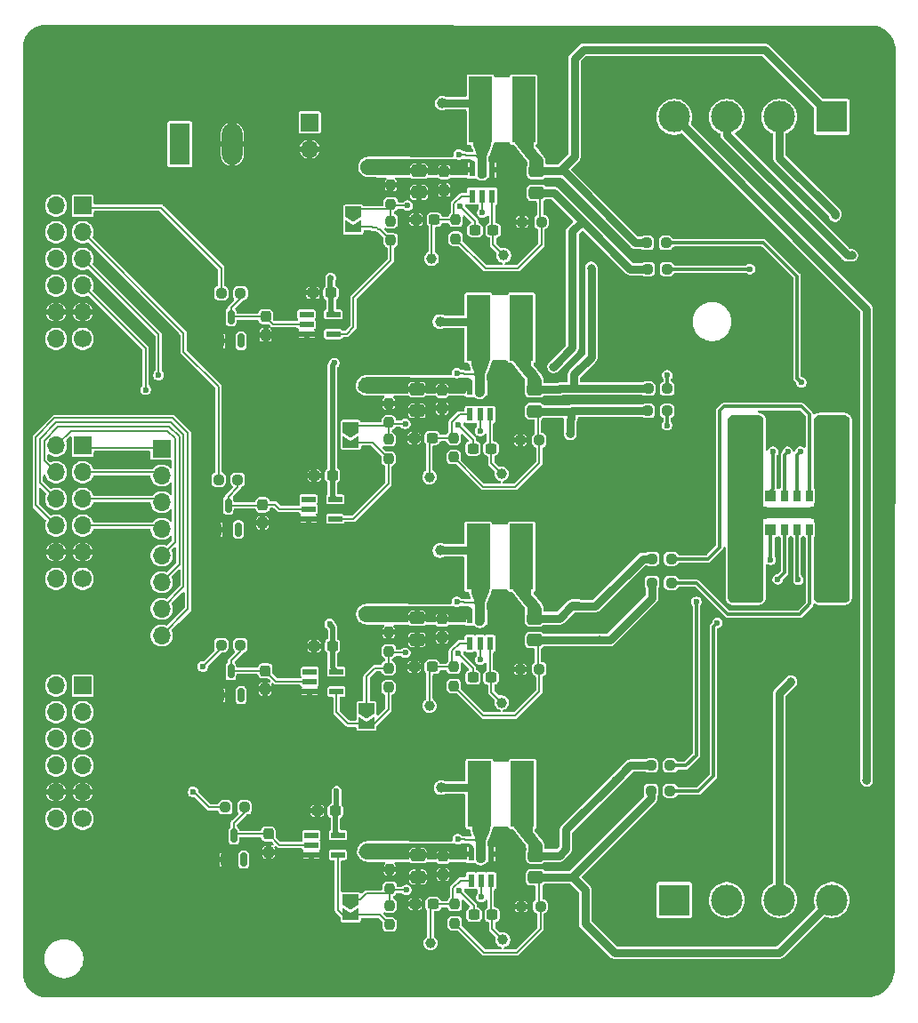
<source format=gbr>
%TF.GenerationSoftware,KiCad,Pcbnew,9.0.2*%
%TF.CreationDate,2025-07-22T21:11:49+02:00*%
%TF.ProjectId,rgbw_pmod,72676277-5f70-46d6-9f64-2e6b69636164,rev?*%
%TF.SameCoordinates,Original*%
%TF.FileFunction,Copper,L1,Top*%
%TF.FilePolarity,Positive*%
%FSLAX46Y46*%
G04 Gerber Fmt 4.6, Leading zero omitted, Abs format (unit mm)*
G04 Created by KiCad (PCBNEW 9.0.2) date 2025-07-22 21:11:49*
%MOMM*%
%LPD*%
G01*
G04 APERTURE LIST*
G04 Aperture macros list*
%AMRoundRect*
0 Rectangle with rounded corners*
0 $1 Rounding radius*
0 $2 $3 $4 $5 $6 $7 $8 $9 X,Y pos of 4 corners*
0 Add a 4 corners polygon primitive as box body*
4,1,4,$2,$3,$4,$5,$6,$7,$8,$9,$2,$3,0*
0 Add four circle primitives for the rounded corners*
1,1,$1+$1,$2,$3*
1,1,$1+$1,$4,$5*
1,1,$1+$1,$6,$7*
1,1,$1+$1,$8,$9*
0 Add four rect primitives between the rounded corners*
20,1,$1+$1,$2,$3,$4,$5,0*
20,1,$1+$1,$4,$5,$6,$7,0*
20,1,$1+$1,$6,$7,$8,$9,0*
20,1,$1+$1,$8,$9,$2,$3,0*%
%AMFreePoly0*
4,1,6,1.000000,0.000000,0.500000,-0.750000,-0.500000,-0.750000,-0.500000,0.750000,0.500000,0.750000,1.000000,0.000000,1.000000,0.000000,$1*%
%AMFreePoly1*
4,1,6,0.500000,-0.750000,-0.650000,-0.750000,-0.150000,0.000000,-0.650000,0.750000,0.500000,0.750000,0.500000,-0.750000,0.500000,-0.750000,$1*%
G04 Aperture macros list end*
%TA.AperFunction,SMDPad,CuDef*%
%ADD10RoundRect,0.237500X-0.250000X-0.237500X0.250000X-0.237500X0.250000X0.237500X-0.250000X0.237500X0*%
%TD*%
%TA.AperFunction,SMDPad,CuDef*%
%ADD11RoundRect,0.250000X-0.475000X0.337500X-0.475000X-0.337500X0.475000X-0.337500X0.475000X0.337500X0*%
%TD*%
%TA.AperFunction,SMDPad,CuDef*%
%ADD12R,0.600000X1.250000*%
%TD*%
%TA.AperFunction,SMDPad,CuDef*%
%ADD13RoundRect,0.237500X-0.300000X-0.237500X0.300000X-0.237500X0.300000X0.237500X-0.300000X0.237500X0*%
%TD*%
%TA.AperFunction,ComponentPad*%
%ADD14R,3.000000X3.000000*%
%TD*%
%TA.AperFunction,ComponentPad*%
%ADD15C,3.000000*%
%TD*%
%TA.AperFunction,SMDPad,CuDef*%
%ADD16RoundRect,0.237500X0.237500X-0.250000X0.237500X0.250000X-0.237500X0.250000X-0.237500X-0.250000X0*%
%TD*%
%TA.AperFunction,SMDPad,CuDef*%
%ADD17FreePoly0,270.000000*%
%TD*%
%TA.AperFunction,SMDPad,CuDef*%
%ADD18FreePoly1,270.000000*%
%TD*%
%TA.AperFunction,SMDPad,CuDef*%
%ADD19RoundRect,0.237500X-0.237500X0.300000X-0.237500X-0.300000X0.237500X-0.300000X0.237500X0.300000X0*%
%TD*%
%TA.AperFunction,SMDPad,CuDef*%
%ADD20R,2.209800X6.299200*%
%TD*%
%TA.AperFunction,SMDPad,CuDef*%
%ADD21C,1.000000*%
%TD*%
%TA.AperFunction,SMDPad,CuDef*%
%ADD22R,1.320800X0.558800*%
%TD*%
%TA.AperFunction,SMDPad,CuDef*%
%ADD23RoundRect,0.237500X-0.237500X0.250000X-0.237500X-0.250000X0.237500X-0.250000X0.237500X0.250000X0*%
%TD*%
%TA.AperFunction,SMDPad,CuDef*%
%ADD24RoundRect,0.237500X0.300000X0.237500X-0.300000X0.237500X-0.300000X-0.237500X0.300000X-0.237500X0*%
%TD*%
%TA.AperFunction,ComponentPad*%
%ADD25R,1.700000X1.700000*%
%TD*%
%TA.AperFunction,ComponentPad*%
%ADD26O,1.700000X1.700000*%
%TD*%
%TA.AperFunction,ComponentPad*%
%ADD27C,1.700000*%
%TD*%
%TA.AperFunction,SMDPad,CuDef*%
%ADD28RoundRect,0.150000X0.150000X-0.512500X0.150000X0.512500X-0.150000X0.512500X-0.150000X-0.512500X0*%
%TD*%
%TA.AperFunction,SMDPad,CuDef*%
%ADD29RoundRect,0.237500X0.250000X0.237500X-0.250000X0.237500X-0.250000X-0.237500X0.250000X-0.237500X0*%
%TD*%
%TA.AperFunction,SMDPad,CuDef*%
%ADD30R,0.670000X1.100000*%
%TD*%
%TA.AperFunction,SMDPad,CuDef*%
%ADD31R,0.980000X1.100000*%
%TD*%
%TA.AperFunction,SMDPad,CuDef*%
%ADD32R,4.480000X1.100000*%
%TD*%
%TA.AperFunction,ComponentPad*%
%ADD33R,1.980000X3.960000*%
%TD*%
%TA.AperFunction,ComponentPad*%
%ADD34O,1.980000X3.960000*%
%TD*%
%TA.AperFunction,ViaPad*%
%ADD35C,0.600000*%
%TD*%
%TA.AperFunction,ViaPad*%
%ADD36C,0.800000*%
%TD*%
%TA.AperFunction,Conductor*%
%ADD37C,0.200000*%
%TD*%
%TA.AperFunction,Conductor*%
%ADD38C,0.800000*%
%TD*%
%TA.AperFunction,Conductor*%
%ADD39C,0.500000*%
%TD*%
%TA.AperFunction,Conductor*%
%ADD40C,0.300000*%
%TD*%
G04 APERTURE END LIST*
D10*
%TO.P,R9,1*%
%TO.N,/blue_k*%
X124175000Y-85300000D03*
%TO.P,R9,2*%
%TO.N,Net-(LED1-CATHODE_BLUE)*%
X126000000Y-85300000D03*
%TD*%
D11*
%TO.P,C20,1*%
%TO.N,/blue_a*%
X113000000Y-88662500D03*
%TO.P,C20,2*%
%TO.N,/blue_k*%
X113000000Y-90737500D03*
%TD*%
D12*
%TO.P,IC1,1,GND*%
%TO.N,GND*%
X108950000Y-45950000D03*
%TO.P,IC1,2,SW*%
%TO.N,Net-(IC1-SW)*%
X108000000Y-45950000D03*
%TO.P,IC1,3,VIN*%
%TO.N,+5.0V*%
X107050000Y-45950000D03*
%TO.P,IC1,4,FB*%
%TO.N,Net-(IC1-FB)*%
X107050000Y-48450000D03*
%TO.P,IC1,5,PWM*%
%TO.N,/r_dim_ana*%
X108000000Y-48450000D03*
%TO.P,IC1,6,BOOT*%
%TO.N,Net-(IC1-BOOT)*%
X108950000Y-48450000D03*
%TD*%
D10*
%TO.P,R12,1*%
%TO.N,/green_a*%
X123800000Y-66800000D03*
%TO.P,R12,2*%
%TO.N,Net-(LED1-ANODE_GREEN)*%
X125625000Y-66800000D03*
%TD*%
D13*
%TO.P,C18,1*%
%TO.N,GND*%
X101537500Y-71500000D03*
%TO.P,C18,2*%
%TO.N,Net-(IC2-FB)*%
X103262500Y-71500000D03*
%TD*%
%TO.P,C23,1*%
%TO.N,GND*%
X101537500Y-93300000D03*
%TO.P,C23,2*%
%TO.N,Net-(IC3-FB)*%
X103262500Y-93300000D03*
%TD*%
D10*
%TO.P,R5,1*%
%TO.N,/green_k*%
X123787500Y-68900000D03*
%TO.P,R5,2*%
%TO.N,Net-(LED1-CATHODE_GREEN)*%
X125612500Y-68900000D03*
%TD*%
D14*
%TO.P,J8,1,Pin_1*%
%TO.N,/red_a*%
X141300000Y-40900000D03*
D15*
%TO.P,J8,2,Pin_2*%
%TO.N,/green_a*%
X136300000Y-40900000D03*
%TO.P,J8,3,Pin_3*%
%TO.N,/blue_a*%
X131300000Y-40900000D03*
%TO.P,J8,4,Pin_4*%
%TO.N,/white_a*%
X126300000Y-40900000D03*
%TD*%
D16*
%TO.P,R16,1*%
%TO.N,/r_dim_ana*%
X99325000Y-49212500D03*
%TO.P,R16,2*%
%TO.N,GND*%
X99325000Y-47387500D03*
%TD*%
D17*
%TO.P,JP4,1,A*%
%TO.N,/w_dim_ana*%
X95500000Y-115475000D03*
D18*
%TO.P,JP4,2,B*%
%TO.N,/PMOD4_BF*%
X95500000Y-116925000D03*
%TD*%
D10*
%TO.P,R4,1*%
%TO.N,/white_a*%
X124087500Y-102700000D03*
%TO.P,R4,2*%
%TO.N,Net-(LED1-ANODE_WHITE)*%
X125912500Y-102700000D03*
%TD*%
D19*
%TO.P,C17,1*%
%TO.N,+5.0V*%
X104200000Y-66937500D03*
%TO.P,C17,2*%
%TO.N,GND*%
X104200000Y-68662500D03*
%TD*%
D10*
%TO.P,R6,1*%
%TO.N,PMOD3*%
X83182700Y-91209800D03*
%TO.P,R6,2*%
%TO.N,Net-(D3-K)*%
X85007700Y-91209800D03*
%TD*%
D20*
%TO.P,L1,1,1*%
%TO.N,Net-(IC1-SW)*%
X107842600Y-40200000D03*
%TO.P,L1,2,2*%
%TO.N,/red_a*%
X111957400Y-40200000D03*
%TD*%
D21*
%TO.P,TP14,1,1*%
%TO.N,Net-(IC4-BOOT)*%
X109975000Y-119300000D03*
%TD*%
D11*
%TO.P,C26,1*%
%TO.N,+5.0V*%
X101900000Y-111225000D03*
%TO.P,C26,2*%
%TO.N,GND*%
X101900000Y-113300000D03*
%TD*%
D12*
%TO.P,IC2,1,GND*%
%TO.N,GND*%
X108750000Y-66750000D03*
%TO.P,IC2,2,SW*%
%TO.N,Net-(IC2-SW)*%
X107800000Y-66750000D03*
%TO.P,IC2,3,VIN*%
%TO.N,+5.0V*%
X106850000Y-66750000D03*
%TO.P,IC2,4,FB*%
%TO.N,Net-(IC2-FB)*%
X106850000Y-69250000D03*
%TO.P,IC2,5,PWM*%
%TO.N,/g_dim_ana*%
X107800000Y-69250000D03*
%TO.P,IC2,6,BOOT*%
%TO.N,Net-(IC2-BOOT)*%
X108750000Y-69250000D03*
%TD*%
D22*
%TO.P,U4,1,NC*%
%TO.N,unconnected-(U4-NC-Pad1)*%
X91740200Y-109330600D03*
%TO.P,U4,2,IN_A*%
%TO.N,Net-(D4-K)*%
X91740200Y-110270400D03*
%TO.P,U4,3,GND*%
%TO.N,GND*%
X91740200Y-111210200D03*
%TO.P,U4,4,OUT_Y*%
%TO.N,/PMOD4_BF*%
X94280200Y-111210200D03*
%TO.P,U4,5,VCC*%
%TO.N,+3.3V*%
X94280200Y-109330600D03*
%TD*%
D19*
%TO.P,C6,1*%
%TO.N,Net-(D3-K)*%
X87365200Y-93670400D03*
%TO.P,C6,2*%
%TO.N,GND*%
X87365200Y-95395400D03*
%TD*%
%TO.P,C4,1*%
%TO.N,Net-(D2-K)*%
X87115200Y-77845400D03*
%TO.P,C4,2*%
%TO.N,GND*%
X87115200Y-79570400D03*
%TD*%
D23*
%TO.P,R25,1*%
%TO.N,Net-(IC4-FB)*%
X105400000Y-115887500D03*
%TO.P,R25,2*%
%TO.N,/white_k*%
X105400000Y-117712500D03*
%TD*%
D21*
%TO.P,TP9,1,1*%
%TO.N,Net-(IC3-SW)*%
X104000000Y-82200000D03*
%TD*%
D11*
%TO.P,C25,1*%
%TO.N,/white_a*%
X113100000Y-111262500D03*
%TO.P,C25,2*%
%TO.N,/white_k*%
X113100000Y-113337500D03*
%TD*%
D16*
%TO.P,R23,1*%
%TO.N,/PMOD3_BF*%
X99100000Y-95237500D03*
%TO.P,R23,2*%
%TO.N,/b_dim_ana*%
X99100000Y-93412500D03*
%TD*%
D10*
%TO.P,R1,1*%
%TO.N,PMOD1*%
X83187500Y-57700000D03*
%TO.P,R1,2*%
%TO.N,Net-(D1-K)*%
X85012500Y-57700000D03*
%TD*%
D19*
%TO.P,C8,1*%
%TO.N,Net-(D4-K)*%
X87680200Y-109210200D03*
%TO.P,C8,2*%
%TO.N,GND*%
X87680200Y-110935200D03*
%TD*%
D21*
%TO.P,TP13,1,1*%
%TO.N,Net-(IC4-SW)*%
X104100000Y-104800000D03*
%TD*%
D13*
%TO.P,C13,1*%
%TO.N,GND*%
X101737500Y-50700000D03*
%TO.P,C13,2*%
%TO.N,Net-(IC1-FB)*%
X103462500Y-50700000D03*
%TD*%
D24*
%TO.P,C19,1*%
%TO.N,Net-(IC3-BOOT)*%
X108862500Y-94300000D03*
%TO.P,C19,2*%
%TO.N,Net-(IC3-SW)*%
X107137500Y-94300000D03*
%TD*%
D25*
%TO.P,J3,1,IO1*%
%TO.N,dbg0*%
X70000000Y-72220000D03*
D26*
%TO.P,J3,2,IO2*%
%TO.N,dbg1*%
X70000000Y-74760000D03*
%TO.P,J3,3,IO3*%
%TO.N,dbg2*%
X70000000Y-77300000D03*
%TO.P,J3,4,IO4*%
%TO.N,dbg3*%
X70000000Y-79840000D03*
%TO.P,J3,5,GND*%
%TO.N,GND*%
X70000000Y-82380000D03*
D27*
%TO.P,J3,6,VCC*%
%TO.N,+3.3V*%
X70000000Y-84920000D03*
D26*
%TO.P,J3,7,IO5*%
%TO.N,dbg4*%
X67460000Y-72220000D03*
%TO.P,J3,8,IO6*%
%TO.N,dbg5*%
X67460000Y-74760000D03*
%TO.P,J3,9,IO7*%
%TO.N,dbg6*%
X67460000Y-77300000D03*
%TO.P,J3,10,IO8*%
%TO.N,dbg7*%
X67460000Y-79840000D03*
%TO.P,J3,11,GND*%
%TO.N,GND*%
X67460000Y-82380000D03*
%TO.P,J3,12,VCC*%
%TO.N,+3.3V*%
X67460000Y-84920000D03*
%TD*%
D19*
%TO.P,C12,1*%
%TO.N,+5.0V*%
X104400000Y-46137500D03*
%TO.P,C12,2*%
%TO.N,GND*%
X104400000Y-47862500D03*
%TD*%
D21*
%TO.P,TP7,1,1*%
%TO.N,Net-(IC2-FB)*%
X103000000Y-75200000D03*
%TD*%
D11*
%TO.P,C15,1*%
%TO.N,/green_a*%
X113000000Y-66862500D03*
%TO.P,C15,2*%
%TO.N,/green_k*%
X113000000Y-68937500D03*
%TD*%
D10*
%TO.P,R7,1*%
%TO.N,PMOD4*%
X83567700Y-106672700D03*
%TO.P,R7,2*%
%TO.N,Net-(D4-K)*%
X85392700Y-106672700D03*
%TD*%
D20*
%TO.P,L4,1,1*%
%TO.N,Net-(IC4-SW)*%
X107742600Y-105400000D03*
%TO.P,L4,2,2*%
%TO.N,/white_a*%
X111857400Y-105400000D03*
%TD*%
D12*
%TO.P,IC3,1,GND*%
%TO.N,GND*%
X108750000Y-88550000D03*
%TO.P,IC3,2,SW*%
%TO.N,Net-(IC3-SW)*%
X107800000Y-88550000D03*
%TO.P,IC3,3,VIN*%
%TO.N,+5.0V*%
X106850000Y-88550000D03*
%TO.P,IC3,4,FB*%
%TO.N,Net-(IC3-FB)*%
X106850000Y-91050000D03*
%TO.P,IC3,5,PWM*%
%TO.N,/b_dim_ana*%
X107800000Y-91050000D03*
%TO.P,IC3,6,BOOT*%
%TO.N,Net-(IC3-BOOT)*%
X108750000Y-91050000D03*
%TD*%
D10*
%TO.P,R3,1*%
%TO.N,/white_k*%
X124087500Y-105100000D03*
%TO.P,R3,2*%
%TO.N,Net-(LED1-CATHODE_WHITE)*%
X125912500Y-105100000D03*
%TD*%
D25*
%TO.P,J2,1,IO1*%
%TO.N,unconnected-(J2-IO1-Pad1)*%
X70000000Y-95080000D03*
D26*
%TO.P,J2,2,IO2*%
%TO.N,unconnected-(J2-IO2-Pad2)*%
X70000000Y-97620000D03*
%TO.P,J2,3,IO3*%
%TO.N,unconnected-(J2-IO3-Pad3)*%
X70000000Y-100160000D03*
%TO.P,J2,4,IO4*%
%TO.N,unconnected-(J2-IO4-Pad4)*%
X70000000Y-102700000D03*
%TO.P,J2,5,GND*%
%TO.N,GND*%
X70000000Y-105240000D03*
D27*
%TO.P,J2,6,VCC*%
%TO.N,+3.3V*%
X70000000Y-107780000D03*
D26*
%TO.P,J2,7,IO5*%
%TO.N,unconnected-(J2-IO5-Pad7)*%
X67460000Y-95080000D03*
%TO.P,J2,8,IO6*%
%TO.N,unconnected-(J2-IO6-Pad8)*%
X67460000Y-97620000D03*
%TO.P,J2,9,IO7*%
%TO.N,unconnected-(J2-IO7-Pad9)*%
X67460000Y-100160000D03*
%TO.P,J2,10,IO8*%
%TO.N,unconnected-(J2-IO8-Pad10)*%
X67460000Y-102700000D03*
%TO.P,J2,11,GND*%
%TO.N,GND*%
X67460000Y-105240000D03*
%TO.P,J2,12,VCC*%
%TO.N,+3.3V*%
X67460000Y-107780000D03*
%TD*%
D24*
%TO.P,C9,1*%
%TO.N,Net-(IC1-BOOT)*%
X109062500Y-51700000D03*
%TO.P,C9,2*%
%TO.N,Net-(IC1-SW)*%
X107337500Y-51700000D03*
%TD*%
D21*
%TO.P,TP10,1,1*%
%TO.N,Net-(IC3-BOOT)*%
X109875000Y-96700000D03*
%TD*%
D10*
%TO.P,R8,1*%
%TO.N,/blue_a*%
X124175000Y-83000000D03*
%TO.P,R8,2*%
%TO.N,Net-(LED1-ANODE_BLUE)*%
X126000000Y-83000000D03*
%TD*%
D14*
%TO.P,J7,1,Pin_1*%
%TO.N,/red_k*%
X126300000Y-115500000D03*
D15*
%TO.P,J7,2,Pin_2*%
%TO.N,/green_k*%
X131300000Y-115500000D03*
%TO.P,J7,3,Pin_3*%
%TO.N,/blue_k*%
X136300000Y-115500000D03*
%TO.P,J7,4,Pin_4*%
%TO.N,/white_k*%
X141300000Y-115500000D03*
%TD*%
D21*
%TO.P,TP15,1,1*%
%TO.N,Net-(IC4-FB)*%
X103100000Y-119600000D03*
%TD*%
D23*
%TO.P,R21,1*%
%TO.N,Net-(IC3-FB)*%
X105300000Y-93287500D03*
%TO.P,R21,2*%
%TO.N,/blue_k*%
X105300000Y-95112500D03*
%TD*%
D24*
%TO.P,C3,1*%
%TO.N,+3.3V*%
X93765200Y-75057900D03*
%TO.P,C3,2*%
%TO.N,GND*%
X92040200Y-75057900D03*
%TD*%
D28*
%TO.P,D2,1,A*%
%TO.N,GND*%
X82890200Y-80195400D03*
%TO.P,D2,2,NC*%
%TO.N,unconnected-(D2-NC-Pad2)*%
X84790200Y-80195400D03*
%TO.P,D2,3,K*%
%TO.N,Net-(D2-K)*%
X83840200Y-77920400D03*
%TD*%
D11*
%TO.P,C16,1*%
%TO.N,+5.0V*%
X101800000Y-66825000D03*
%TO.P,C16,2*%
%TO.N,GND*%
X101800000Y-68900000D03*
%TD*%
D16*
%TO.P,R28,1*%
%TO.N,/w_dim_ana*%
X99225000Y-114412500D03*
%TO.P,R28,2*%
%TO.N,GND*%
X99225000Y-112587500D03*
%TD*%
D29*
%TO.P,R14,1*%
%TO.N,/red_k*%
X113655100Y-50900000D03*
%TO.P,R14,2*%
%TO.N,GND*%
X111830100Y-50900000D03*
%TD*%
D23*
%TO.P,R13,1*%
%TO.N,Net-(IC1-FB)*%
X105500000Y-50687500D03*
%TO.P,R13,2*%
%TO.N,/red_k*%
X105500000Y-52512500D03*
%TD*%
D16*
%TO.P,R27,1*%
%TO.N,/PMOD4_BF*%
X99200000Y-117837500D03*
%TO.P,R27,2*%
%TO.N,/w_dim_ana*%
X99200000Y-116012500D03*
%TD*%
D17*
%TO.P,JP3,1,A*%
%TO.N,/b_dim_ana*%
X97000000Y-97250000D03*
D18*
%TO.P,JP3,2,B*%
%TO.N,/PMOD3_BF*%
X97000000Y-98700000D03*
%TD*%
D28*
%TO.P,D3,1,A*%
%TO.N,GND*%
X83145200Y-95984800D03*
%TO.P,D3,2,NC*%
%TO.N,unconnected-(D3-NC-Pad2)*%
X85045200Y-95984800D03*
%TO.P,D3,3,K*%
%TO.N,Net-(D3-K)*%
X84095200Y-93709800D03*
%TD*%
D30*
%TO.P,LED1,1,ANODE_BLUE*%
%TO.N,Net-(LED1-ANODE_BLUE)*%
X139140000Y-77000000D03*
%TO.P,LED1,2,CATHODE_BLUE*%
%TO.N,Net-(LED1-CATHODE_BLUE)*%
X139140000Y-80200000D03*
%TO.P,LED1,3,ANODE_RED*%
%TO.N,Net-(LED1-ANODE_RED)*%
X137970000Y-77000000D03*
%TO.P,LED1,4,CATHODE_RED*%
%TO.N,Net-(LED1-CATHODE_RED)*%
X137970000Y-80200000D03*
%TO.P,LED1,5,ANODE_GREEN*%
%TO.N,Net-(LED1-ANODE_GREEN)*%
X136800000Y-77000000D03*
%TO.P,LED1,6,CATHODE_GREEN*%
%TO.N,Net-(LED1-CATHODE_GREEN)*%
X136800000Y-80200000D03*
D31*
%TO.P,LED1,7,ANODE_WHITE*%
%TO.N,Net-(LED1-ANODE_WHITE)*%
X135475000Y-77000000D03*
%TO.P,LED1,8,CATHODE_WHITE*%
%TO.N,Net-(LED1-CATHODE_WHITE)*%
X135475000Y-80200000D03*
D32*
%TO.P,LED1,9,EP*%
%TO.N,unconnected-(LED1-EP-Pad9)*%
X137232000Y-78600000D03*
%TD*%
D28*
%TO.P,D4,1,A*%
%TO.N,GND*%
X83430200Y-111647700D03*
%TO.P,D4,2,NC*%
%TO.N,unconnected-(D4-NC-Pad2)*%
X85330200Y-111647700D03*
%TO.P,D4,3,K*%
%TO.N,Net-(D4-K)*%
X84380200Y-109372700D03*
%TD*%
D24*
%TO.P,C1,1*%
%TO.N,+3.3V*%
X93632500Y-57660200D03*
%TO.P,C1,2*%
%TO.N,GND*%
X91907500Y-57660200D03*
%TD*%
D20*
%TO.P,L3,1,1*%
%TO.N,Net-(IC3-SW)*%
X107642600Y-82800000D03*
%TO.P,L3,2,2*%
%TO.N,/blue_a*%
X111757400Y-82800000D03*
%TD*%
D16*
%TO.P,R19,1*%
%TO.N,/PMOD2_BF*%
X99100000Y-73437500D03*
%TO.P,R19,2*%
%TO.N,/g_dim_ana*%
X99100000Y-71612500D03*
%TD*%
D12*
%TO.P,IC4,1,GND*%
%TO.N,GND*%
X108850000Y-111150000D03*
%TO.P,IC4,2,SW*%
%TO.N,Net-(IC4-SW)*%
X107900000Y-111150000D03*
%TO.P,IC4,3,VIN*%
%TO.N,+5.0V*%
X106950000Y-111150000D03*
%TO.P,IC4,4,FB*%
%TO.N,Net-(IC4-FB)*%
X106950000Y-113650000D03*
%TO.P,IC4,5,PWM*%
%TO.N,/w_dim_ana*%
X107900000Y-113650000D03*
%TO.P,IC4,6,BOOT*%
%TO.N,Net-(IC4-BOOT)*%
X108850000Y-113650000D03*
%TD*%
D21*
%TO.P,TP1,1,1*%
%TO.N,Net-(IC1-SW)*%
X104200000Y-39600000D03*
%TD*%
D19*
%TO.P,C27,1*%
%TO.N,+5.0V*%
X104300000Y-111337500D03*
%TO.P,C27,2*%
%TO.N,GND*%
X104300000Y-113062500D03*
%TD*%
D22*
%TO.P,U1,1,NC*%
%TO.N,unconnected-(U1-NC-Pad1)*%
X91300000Y-59720400D03*
%TO.P,U1,2,IN_A*%
%TO.N,Net-(D1-K)*%
X91300000Y-60660200D03*
%TO.P,U1,3,GND*%
%TO.N,GND*%
X91300000Y-61600000D03*
%TO.P,U1,4,OUT_Y*%
%TO.N,/PMOD1_BF*%
X93840000Y-61600000D03*
%TO.P,U1,5,VCC*%
%TO.N,+3.3V*%
X93840000Y-59720400D03*
%TD*%
D25*
%TO.P,J1,1,IO1*%
%TO.N,PMOD1*%
X70000000Y-49360000D03*
D26*
%TO.P,J1,2,IO2*%
%TO.N,PMOD2*%
X70000000Y-51900000D03*
%TO.P,J1,3,IO3*%
%TO.N,PMOD3*%
X70000000Y-54440000D03*
%TO.P,J1,4,IO4*%
%TO.N,PMOD4*%
X70000000Y-56980000D03*
%TO.P,J1,5,GND*%
%TO.N,GND*%
X70000000Y-59520000D03*
D27*
%TO.P,J1,6,VCC*%
%TO.N,+3.3V*%
X70000000Y-62060000D03*
D26*
%TO.P,J1,7,IO5*%
%TO.N,unconnected-(J1-IO5-Pad7)*%
X67460000Y-49360000D03*
%TO.P,J1,8,IO6*%
%TO.N,unconnected-(J1-IO6-Pad8)*%
X67460000Y-51900000D03*
%TO.P,J1,9,IO7*%
%TO.N,unconnected-(J1-IO7-Pad9)*%
X67460000Y-54440000D03*
%TO.P,J1,10,IO8*%
%TO.N,unconnected-(J1-IO8-Pad10)*%
X67460000Y-56980000D03*
%TO.P,J1,11,GND*%
%TO.N,GND*%
X67460000Y-59520000D03*
%TO.P,J1,12,VCC*%
%TO.N,+3.3V*%
X67460000Y-62060000D03*
%TD*%
D25*
%TO.P,J4,1,Pin_1*%
%TO.N,dbg0*%
X77500000Y-72525000D03*
D26*
%TO.P,J4,2,Pin_2*%
%TO.N,dbg1*%
X77500000Y-75065000D03*
%TO.P,J4,3,Pin_3*%
%TO.N,dbg2*%
X77500000Y-77605000D03*
%TO.P,J4,4,Pin_4*%
%TO.N,dbg3*%
X77500000Y-80145000D03*
%TO.P,J4,5,Pin_5*%
%TO.N,dbg4*%
X77500000Y-82685000D03*
%TO.P,J4,6,Pin_6*%
%TO.N,dbg5*%
X77500000Y-85225000D03*
%TO.P,J4,7,Pin_7*%
%TO.N,dbg6*%
X77500000Y-87765000D03*
%TO.P,J4,8,Pin_8*%
%TO.N,dbg7*%
X77500000Y-90305000D03*
%TD*%
D17*
%TO.P,JP2,1,A*%
%TO.N,/g_dim_ana*%
X95500000Y-70475000D03*
D18*
%TO.P,JP2,2,B*%
%TO.N,/PMOD2_BF*%
X95500000Y-71925000D03*
%TD*%
D24*
%TO.P,C14,1*%
%TO.N,Net-(IC2-BOOT)*%
X108862500Y-72500000D03*
%TO.P,C14,2*%
%TO.N,Net-(IC2-SW)*%
X107137500Y-72500000D03*
%TD*%
D29*
%TO.P,R18,1*%
%TO.N,/green_k*%
X113455100Y-71700000D03*
%TO.P,R18,2*%
%TO.N,GND*%
X111630100Y-71700000D03*
%TD*%
D11*
%TO.P,C11,1*%
%TO.N,+5.0V*%
X102000000Y-46025000D03*
%TO.P,C11,2*%
%TO.N,GND*%
X102000000Y-48100000D03*
%TD*%
D24*
%TO.P,C5,1*%
%TO.N,+3.3V*%
X93757700Y-91309800D03*
%TO.P,C5,2*%
%TO.N,GND*%
X92032700Y-91309800D03*
%TD*%
D23*
%TO.P,R17,1*%
%TO.N,Net-(IC2-FB)*%
X105300000Y-71487500D03*
%TO.P,R17,2*%
%TO.N,/green_k*%
X105300000Y-73312500D03*
%TD*%
D19*
%TO.P,C2,1*%
%TO.N,Net-(D1-K)*%
X87400000Y-59937500D03*
%TO.P,C2,2*%
%TO.N,GND*%
X87400000Y-61662500D03*
%TD*%
D13*
%TO.P,C28,1*%
%TO.N,GND*%
X101637500Y-115900000D03*
%TO.P,C28,2*%
%TO.N,Net-(IC4-FB)*%
X103362500Y-115900000D03*
%TD*%
D19*
%TO.P,C22,1*%
%TO.N,+5.0V*%
X104200000Y-88737500D03*
%TO.P,C22,2*%
%TO.N,GND*%
X104200000Y-90462500D03*
%TD*%
D29*
%TO.P,R22,1*%
%TO.N,/blue_k*%
X113455100Y-93500000D03*
%TO.P,R22,2*%
%TO.N,GND*%
X111630100Y-93500000D03*
%TD*%
D21*
%TO.P,TP11,1,1*%
%TO.N,Net-(IC3-FB)*%
X103000000Y-97000000D03*
%TD*%
D22*
%TO.P,U3,1,NC*%
%TO.N,unconnected-(U3-NC-Pad1)*%
X91605200Y-93760200D03*
%TO.P,U3,2,IN_A*%
%TO.N,Net-(D3-K)*%
X91605200Y-94700000D03*
%TO.P,U3,3,GND*%
%TO.N,GND*%
X91605200Y-95639800D03*
%TO.P,U3,4,OUT_Y*%
%TO.N,/PMOD3_BF*%
X94145200Y-95639800D03*
%TO.P,U3,5,VCC*%
%TO.N,+3.3V*%
X94145200Y-93760200D03*
%TD*%
D29*
%TO.P,R26,1*%
%TO.N,/white_k*%
X113555100Y-116100000D03*
%TO.P,R26,2*%
%TO.N,GND*%
X111730100Y-116100000D03*
%TD*%
D10*
%TO.P,R11,1*%
%TO.N,/red_k*%
X123775000Y-55400000D03*
%TO.P,R11,2*%
%TO.N,Net-(LED1-CATHODE_RED)*%
X125600000Y-55400000D03*
%TD*%
D17*
%TO.P,JP1,1,A*%
%TO.N,/r_dim_ana*%
X95750000Y-49950000D03*
D18*
%TO.P,JP1,2,B*%
%TO.N,/PMOD1_BF*%
X95750000Y-51400000D03*
%TD*%
D28*
%TO.P,D1,1,A*%
%TO.N,GND*%
X83150000Y-62237500D03*
%TO.P,D1,2,NC*%
%TO.N,unconnected-(D1-NC-Pad2)*%
X85050000Y-62237500D03*
%TO.P,D1,3,K*%
%TO.N,Net-(D1-K)*%
X84100000Y-59962500D03*
%TD*%
D16*
%TO.P,R20,1*%
%TO.N,/g_dim_ana*%
X99125000Y-70012500D03*
%TO.P,R20,2*%
%TO.N,GND*%
X99125000Y-68187500D03*
%TD*%
D21*
%TO.P,TP5,1,1*%
%TO.N,Net-(IC2-SW)*%
X104000000Y-60400000D03*
%TD*%
D22*
%TO.P,U2,1,NC*%
%TO.N,unconnected-(U2-NC-Pad1)*%
X91470200Y-77318100D03*
%TO.P,U2,2,IN_A*%
%TO.N,Net-(D2-K)*%
X91470200Y-78257900D03*
%TO.P,U2,3,GND*%
%TO.N,GND*%
X91470200Y-79197700D03*
%TO.P,U2,4,OUT_Y*%
%TO.N,/PMOD2_BF*%
X94010200Y-79197700D03*
%TO.P,U2,5,VCC*%
%TO.N,+3.3V*%
X94010200Y-77318100D03*
%TD*%
D25*
%TO.P,J6,1,Pin_1*%
%TO.N,+5.0V*%
X91600000Y-41425000D03*
D26*
%TO.P,J6,2,Pin_2*%
%TO.N,GND*%
X91600000Y-43965000D03*
%TD*%
D20*
%TO.P,L2,1,1*%
%TO.N,Net-(IC2-SW)*%
X107642600Y-61000000D03*
%TO.P,L2,2,2*%
%TO.N,/green_a*%
X111757400Y-61000000D03*
%TD*%
D33*
%TO.P,J5,1,Pin_1*%
%TO.N,+5.0V*%
X79235000Y-43500000D03*
D34*
%TO.P,J5,2,Pin_2*%
%TO.N,GND*%
X84235000Y-43500000D03*
%TD*%
D21*
%TO.P,TP2,1,1*%
%TO.N,Net-(IC1-BOOT)*%
X110075000Y-54100000D03*
%TD*%
D11*
%TO.P,C10,1*%
%TO.N,/red_a*%
X113200000Y-46062500D03*
%TO.P,C10,2*%
%TO.N,/red_k*%
X113200000Y-48137500D03*
%TD*%
D24*
%TO.P,C7,1*%
%TO.N,+3.3V*%
X94042700Y-107010200D03*
%TO.P,C7,2*%
%TO.N,GND*%
X92317700Y-107010200D03*
%TD*%
D21*
%TO.P,TP3,1,1*%
%TO.N,Net-(IC1-FB)*%
X103200000Y-54400000D03*
%TD*%
%TO.P,TP6,1,1*%
%TO.N,Net-(IC2-BOOT)*%
X109875000Y-74900000D03*
%TD*%
D16*
%TO.P,R24,1*%
%TO.N,/b_dim_ana*%
X99125000Y-91812500D03*
%TO.P,R24,2*%
%TO.N,GND*%
X99125000Y-89987500D03*
%TD*%
D11*
%TO.P,C21,1*%
%TO.N,+5.0V*%
X101800000Y-88625000D03*
%TO.P,C21,2*%
%TO.N,GND*%
X101800000Y-90700000D03*
%TD*%
D24*
%TO.P,C24,1*%
%TO.N,Net-(IC4-BOOT)*%
X108962500Y-116900000D03*
%TO.P,C24,2*%
%TO.N,Net-(IC4-SW)*%
X107237500Y-116900000D03*
%TD*%
D16*
%TO.P,R15,1*%
%TO.N,/PMOD1_BF*%
X99300000Y-52637500D03*
%TO.P,R15,2*%
%TO.N,/r_dim_ana*%
X99300000Y-50812500D03*
%TD*%
D10*
%TO.P,R10,1*%
%TO.N,/red_a*%
X123687500Y-52900000D03*
%TO.P,R10,2*%
%TO.N,Net-(LED1-ANODE_RED)*%
X125512500Y-52900000D03*
%TD*%
%TO.P,R2,1*%
%TO.N,PMOD2*%
X82927700Y-75457900D03*
%TO.P,R2,2*%
%TO.N,Net-(D2-K)*%
X84752700Y-75457900D03*
%TD*%
D35*
%TO.N,GND*%
X111100000Y-56600000D03*
X146900000Y-87600000D03*
X146900000Y-102300000D03*
X146800000Y-73000000D03*
X123200000Y-100300000D03*
X146900000Y-82200000D03*
X67600000Y-113300000D03*
X69000000Y-91300000D03*
X89300000Y-46100000D03*
X78400000Y-33000000D03*
X100600000Y-54900000D03*
X64700000Y-80000000D03*
X146900000Y-97100000D03*
X107400000Y-33000000D03*
X70500000Y-89300000D03*
X146800000Y-41000000D03*
X121400000Y-122900000D03*
X146800000Y-58700000D03*
X110400000Y-110000000D03*
X64800000Y-99900000D03*
X84600000Y-66600000D03*
X110600000Y-49100000D03*
X135500000Y-86100000D03*
X146800000Y-77700000D03*
X133600000Y-122900000D03*
X72000000Y-91200000D03*
X122300000Y-33000000D03*
X110500000Y-44700000D03*
X95100000Y-33000000D03*
X110300000Y-87100000D03*
X89100000Y-68500000D03*
X86200000Y-86400000D03*
X65700000Y-59400000D03*
X65700000Y-51900000D03*
X124700000Y-33000000D03*
X65000000Y-112900000D03*
X118300000Y-77200000D03*
X87000000Y-122900000D03*
X146900000Y-104600000D03*
X146800000Y-68200000D03*
X121600000Y-41400000D03*
X90400000Y-84400000D03*
X116586632Y-94933642D03*
X146900000Y-118900000D03*
X65600000Y-44200000D03*
X73600000Y-33000000D03*
X72300000Y-68100000D03*
X127000000Y-106900000D03*
X73300000Y-113300000D03*
X126200000Y-122900000D03*
X107700000Y-78200000D03*
X141600000Y-33000000D03*
X64700000Y-77700000D03*
X123700000Y-122900000D03*
X100400000Y-105100000D03*
X121600000Y-45200000D03*
X146900000Y-94800000D03*
X129200000Y-84100000D03*
X70600000Y-113300000D03*
X146900000Y-109500000D03*
X91700000Y-52500000D03*
X139300000Y-33000000D03*
X146800000Y-63400000D03*
X116000000Y-122900000D03*
X85200000Y-39800000D03*
X83100000Y-33000000D03*
X129200000Y-80100000D03*
X110900000Y-78200000D03*
X65600000Y-36700000D03*
X146900000Y-121300000D03*
X75900000Y-33000000D03*
X132100000Y-33000000D03*
X146800000Y-48700000D03*
X90200000Y-33000000D03*
X146800000Y-46300000D03*
X64800000Y-104600000D03*
X64700000Y-82400000D03*
X119000000Y-122900000D03*
X75100000Y-122900000D03*
X109800000Y-33000000D03*
X138800000Y-108600000D03*
X146800000Y-61000000D03*
X65600000Y-39500000D03*
X100400000Y-100500000D03*
X142300000Y-61200000D03*
X110300000Y-69800000D03*
X108800000Y-122900000D03*
X111000000Y-100300000D03*
X146900000Y-111800000D03*
X121800000Y-111500000D03*
X139900000Y-94100000D03*
X126200000Y-57500000D03*
X84700000Y-84400000D03*
X69300000Y-68200000D03*
X146800000Y-65900000D03*
X146900000Y-107000000D03*
X80800000Y-33000000D03*
X146900000Y-79900000D03*
X69100000Y-115300000D03*
X117500000Y-33000000D03*
X65000000Y-117600000D03*
X136000000Y-122900000D03*
X65000000Y-110100000D03*
X128600000Y-122900000D03*
X99800000Y-85500000D03*
X146900000Y-114200000D03*
X130900000Y-122900000D03*
X64800000Y-97100000D03*
X100400000Y-108100000D03*
X118500000Y-100300000D03*
X94100000Y-122900000D03*
X146800000Y-51200000D03*
X140800000Y-122900000D03*
X79800000Y-122900000D03*
X129300000Y-70600000D03*
X134400000Y-33000000D03*
X110300000Y-91600000D03*
X127000000Y-33000000D03*
X146900000Y-84600000D03*
X145500000Y-122900000D03*
X136900000Y-33000000D03*
X72100000Y-115200000D03*
X88300000Y-103300000D03*
X146900000Y-116600000D03*
X90300000Y-66600000D03*
X89200000Y-86300000D03*
X101300000Y-122900000D03*
X82300000Y-122900000D03*
X89300000Y-47100000D03*
X146900000Y-92300000D03*
X113700000Y-122900000D03*
X92700000Y-33000000D03*
X146800000Y-53500000D03*
X97400000Y-33000000D03*
X146900000Y-99500000D03*
X67500000Y-89300000D03*
X84700000Y-122900000D03*
X100200000Y-33000000D03*
X87500000Y-54500000D03*
X87600000Y-66600000D03*
X111300000Y-122900000D03*
X104900000Y-33000000D03*
X85500000Y-33000000D03*
X126700000Y-72500000D03*
X90500000Y-54400000D03*
X77500000Y-122900000D03*
X67800000Y-66200000D03*
X65600000Y-41800000D03*
X65700000Y-54700000D03*
X137750000Y-70000000D03*
X90500000Y-103300000D03*
X99800000Y-81700000D03*
X87700000Y-84400000D03*
X99000000Y-122900000D03*
X118300000Y-80700000D03*
X132300000Y-66500000D03*
X146800000Y-38600000D03*
X91800000Y-122900000D03*
X85200000Y-38700000D03*
X119800000Y-33000000D03*
X86000000Y-52500000D03*
X118300000Y-73100000D03*
X110300000Y-65600000D03*
X139500000Y-89000000D03*
X146800000Y-36300000D03*
X102600000Y-33000000D03*
X129600000Y-87700000D03*
X115100000Y-33000000D03*
X65000000Y-115200000D03*
X65700000Y-57000000D03*
X146800000Y-55900000D03*
X70800000Y-66200000D03*
X73200000Y-89300000D03*
X120000000Y-116600000D03*
X129700000Y-33000000D03*
X106500000Y-122900000D03*
X135900000Y-57500000D03*
X129900000Y-106900000D03*
X64700000Y-74900000D03*
X107700000Y-100300000D03*
X110600000Y-114500000D03*
X142300000Y-64700000D03*
X99700000Y-78600000D03*
X112100000Y-33000000D03*
X64800000Y-102200000D03*
X71200000Y-33000000D03*
X104100000Y-122900000D03*
X146800000Y-75300000D03*
X138300000Y-122900000D03*
X146800000Y-44000000D03*
X86100000Y-68600000D03*
X143200000Y-122900000D03*
X89400000Y-122900000D03*
X146900000Y-89900000D03*
X89000000Y-52500000D03*
X87900000Y-33000000D03*
X108300000Y-56600000D03*
X146800000Y-70600000D03*
X96600000Y-122900000D03*
X73500000Y-66200000D03*
%TO.N,Net-(IC2-SW)*%
X105725000Y-70225000D03*
X105600000Y-65300000D03*
D36*
%TO.N,/red_k*%
X114800000Y-64700000D03*
%TO.N,/green_k*%
X116400000Y-71100000D03*
%TO.N,/green_a*%
X141600000Y-50300000D03*
X118400000Y-55300000D03*
%TO.N,/blue_a*%
X143200000Y-54100000D03*
X117200000Y-87500000D03*
%TO.N,/blue_k*%
X137400000Y-94700000D03*
X119200000Y-90700000D03*
%TO.N,/white_a*%
X120700000Y-104100000D03*
X144600000Y-104100000D03*
D35*
%TO.N,/r_dim_ana*%
X100900000Y-49350000D03*
X108025000Y-50025000D03*
%TO.N,+3.3V*%
X94165200Y-105145400D03*
X93600000Y-56250000D03*
X93500000Y-89200000D03*
X93950000Y-64350000D03*
%TO.N,PMOD4*%
X80500000Y-105200000D03*
X76000000Y-66900000D03*
%TO.N,/g_dim_ana*%
X107825000Y-70825000D03*
X100700000Y-70150000D03*
%TO.N,/b_dim_ana*%
X100700000Y-91950000D03*
X107825000Y-92625000D03*
%TO.N,/w_dim_ana*%
X107925000Y-115225000D03*
X100800000Y-114550000D03*
%TO.N,PMOD3*%
X77200000Y-65500000D03*
X81415200Y-93270400D03*
D36*
%TO.N,+5.0V*%
X96675000Y-88475000D03*
X96600000Y-66675000D03*
X97800000Y-110925000D03*
X97975000Y-45800000D03*
X97725000Y-66675000D03*
X96675000Y-110925000D03*
X97800000Y-88475000D03*
X96850000Y-45800000D03*
D35*
%TO.N,unconnected-(LED1-EP-Pad9)*%
X134000000Y-81450000D03*
X139400000Y-78600000D03*
X140250000Y-75950000D03*
X134000000Y-79450000D03*
X134000000Y-77950000D03*
X135800000Y-78600000D03*
X140250000Y-80450000D03*
X137600000Y-78600000D03*
X134000000Y-80450000D03*
X134000000Y-75950000D03*
X140250000Y-79450000D03*
X140250000Y-77950000D03*
X138500000Y-78600000D03*
X134900000Y-78600000D03*
X134000000Y-76950000D03*
X140250000Y-81450000D03*
X140250000Y-76950000D03*
X136700000Y-78600000D03*
%TO.N,Net-(LED1-ANODE_WHITE)*%
X128400000Y-87100000D03*
X135700000Y-72800000D03*
X128400000Y-87100000D03*
%TO.N,Net-(LED1-CATHODE_GREEN)*%
X125612500Y-70287500D03*
X136150000Y-84950000D03*
%TO.N,Net-(LED1-CATHODE_WHITE)*%
X130400000Y-89100000D03*
X135475000Y-83100000D03*
%TO.N,Net-(LED1-ANODE_GREEN)*%
X125625000Y-65525000D03*
X137100000Y-72800000D03*
%TO.N,Net-(LED1-CATHODE_RED)*%
X133500000Y-55400000D03*
X138100000Y-85000000D03*
%TO.N,Net-(LED1-ANODE_RED)*%
X138300000Y-72800000D03*
X138400000Y-66200000D03*
%TO.N,Net-(IC1-SW)*%
X105800000Y-44500000D03*
X105925000Y-49425000D03*
%TO.N,Net-(IC3-SW)*%
X105725000Y-92025000D03*
X105600000Y-87100000D03*
%TO.N,Net-(IC4-SW)*%
X105700000Y-109700000D03*
X105825000Y-114625000D03*
%TD*%
D37*
%TO.N,dbg4*%
X78800000Y-81385000D02*
X77500000Y-82685000D01*
X78800000Y-71525000D02*
X78800000Y-81385000D01*
X78075000Y-70800000D02*
X78800000Y-71525000D01*
X68880000Y-70800000D02*
X78075000Y-70800000D01*
X67460000Y-72220000D02*
X68880000Y-70800000D01*
%TO.N,dbg5*%
X79200000Y-83525000D02*
X77500000Y-85225000D01*
X79200000Y-71359314D02*
X79200000Y-83525000D01*
X66310000Y-71743654D02*
X67653654Y-70400000D01*
X78240686Y-70400000D02*
X79200000Y-71359314D01*
X66310000Y-73610000D02*
X66310000Y-71743654D01*
X67653654Y-70400000D02*
X78240686Y-70400000D01*
X67460000Y-74760000D02*
X66310000Y-73610000D01*
%TO.N,dbg6*%
X79600000Y-85665000D02*
X77500000Y-87765000D01*
X79600000Y-71193628D02*
X79600000Y-85665000D01*
X67487968Y-70000000D02*
X78406372Y-70000000D01*
X65910000Y-71577968D02*
X67487968Y-70000000D01*
X78406372Y-70000000D02*
X79600000Y-71193628D01*
X65910000Y-75750000D02*
X65910000Y-71577968D01*
X67460000Y-77300000D02*
X65910000Y-75750000D01*
%TO.N,dbg7*%
X78572058Y-69600000D02*
X80000000Y-71027942D01*
X80000000Y-87805000D02*
X77500000Y-90305000D01*
X67322282Y-69600000D02*
X78572058Y-69600000D01*
X65510000Y-71412282D02*
X67322282Y-69600000D01*
X80000000Y-71027942D02*
X80000000Y-87805000D01*
X65510000Y-77890000D02*
X65510000Y-71412282D01*
X67460000Y-79840000D02*
X65510000Y-77890000D01*
%TO.N,/PMOD1_BF*%
X98000000Y-51450000D02*
X98137500Y-51587500D01*
X95100000Y-61600000D02*
X93840000Y-61600000D01*
X95750000Y-51400000D02*
X97512500Y-51400000D01*
X95750000Y-60950000D02*
X95750000Y-58150000D01*
X98250000Y-51587500D02*
X99300000Y-52637500D01*
X99300000Y-52637500D02*
X99300000Y-54600000D01*
X97562500Y-51450000D02*
X98000000Y-51450000D01*
X95750000Y-60950000D02*
X95100000Y-61600000D01*
X97512500Y-51400000D02*
X97562500Y-51450000D01*
X98250000Y-51587500D02*
X98137500Y-51587500D01*
X95750000Y-58150000D02*
X99300000Y-54600000D01*
%TO.N,Net-(IC2-SW)*%
X107137500Y-71637500D02*
X107137500Y-72500000D01*
D38*
X104000000Y-60400000D02*
X107042600Y-60400000D01*
D37*
X107250000Y-65375000D02*
X107800000Y-65925000D01*
X106275000Y-65375000D02*
X107250000Y-65375000D01*
D38*
X107042600Y-60400000D02*
X107642600Y-61000000D01*
D37*
X105725000Y-70225000D02*
X107137500Y-71637500D01*
X107800000Y-65925000D02*
X107800000Y-66750000D01*
X105600000Y-65300000D02*
X106200000Y-65300000D01*
X106200000Y-65300000D02*
X106275000Y-65375000D01*
%TO.N,Net-(IC2-BOOT)*%
X109875000Y-74900000D02*
X109875000Y-74925000D01*
X108862500Y-72500000D02*
X108862500Y-73887500D01*
X108750000Y-72387500D02*
X108862500Y-72500000D01*
X108862500Y-73887500D02*
X109875000Y-74900000D01*
X108750000Y-69250000D02*
X108750000Y-72387500D01*
D38*
%TO.N,/red_k*%
X116600000Y-51800000D02*
X117550000Y-50850000D01*
D37*
X113655100Y-53044900D02*
X111375000Y-55325000D01*
D38*
X122100000Y-55400000D02*
X123775000Y-55400000D01*
D37*
X113525000Y-50769900D02*
X113655100Y-50900000D01*
D38*
X117550000Y-50850000D02*
X122100000Y-55400000D01*
X114837500Y-48137500D02*
X117550000Y-50850000D01*
D37*
X108312500Y-55325000D02*
X105500000Y-52512500D01*
X113525000Y-48462500D02*
X113525000Y-50769900D01*
X111375000Y-55325000D02*
X108312500Y-55325000D01*
X113655100Y-50900000D02*
X113655100Y-53044900D01*
D38*
X114800000Y-64700000D02*
X116600000Y-62900000D01*
X113200000Y-48137500D02*
X114837500Y-48137500D01*
D37*
X113200000Y-48137500D02*
X113525000Y-48462500D01*
D38*
X116600000Y-62900000D02*
X116600000Y-51800000D01*
%TO.N,/red_a*%
X115437500Y-46062500D02*
X113200000Y-46062500D01*
X116800000Y-35357400D02*
X116800000Y-44700000D01*
X116800000Y-44700000D02*
X115437500Y-46062500D01*
X117657400Y-34500000D02*
X116800000Y-35357400D01*
X122600000Y-52900000D02*
X123687500Y-52900000D01*
X141300000Y-40900000D02*
X134900000Y-34500000D01*
X134900000Y-34500000D02*
X117657400Y-34500000D01*
X115762500Y-46062500D02*
X122600000Y-52900000D01*
D37*
%TO.N,Net-(IC2-FB)*%
X105125000Y-69975000D02*
X105850000Y-69250000D01*
X105125000Y-71312500D02*
X105125000Y-69975000D01*
X105300000Y-71487500D02*
X105125000Y-71312500D01*
X103262500Y-71500000D02*
X105287500Y-71500000D01*
X105287500Y-71500000D02*
X105300000Y-71487500D01*
X105850000Y-69250000D02*
X106850000Y-69250000D01*
X103000000Y-71762500D02*
X103262500Y-71500000D01*
X103000000Y-75200000D02*
X103000000Y-71762500D01*
%TO.N,/PMOD2_BF*%
X99100000Y-75850000D02*
X95752300Y-79197700D01*
X95752300Y-79197700D02*
X94010200Y-79197700D01*
X97587500Y-71925000D02*
X99100000Y-73437500D01*
X99100000Y-73437500D02*
X99100000Y-75850000D01*
X95500000Y-71925000D02*
X97587500Y-71925000D01*
%TO.N,/green_k*%
X113000000Y-68937500D02*
X113325000Y-69262500D01*
X113325000Y-69262500D02*
X113325000Y-71569900D01*
X111175000Y-76125000D02*
X108112500Y-76125000D01*
X113455100Y-73844900D02*
X111175000Y-76125000D01*
D38*
X123787500Y-68900000D02*
X116600000Y-68900000D01*
X116562500Y-68937500D02*
X113000000Y-68937500D01*
D37*
X108112500Y-76125000D02*
X105300000Y-73312500D01*
D38*
X116500000Y-69000000D02*
X116500000Y-69637500D01*
X116562500Y-68937500D02*
X116600000Y-68900000D01*
D37*
X113455100Y-71700000D02*
X113455100Y-73844900D01*
D38*
X116400000Y-69737500D02*
X116400000Y-71100000D01*
D37*
X113325000Y-71569900D02*
X113455100Y-71700000D01*
D39*
X123750000Y-68937500D02*
X123787500Y-68900000D01*
D38*
X116600000Y-68900000D02*
X116500000Y-69000000D01*
X116500000Y-69637500D02*
X116400000Y-69737500D01*
%TO.N,/green_a*%
X118400000Y-63800000D02*
X116750000Y-65450000D01*
X115237500Y-66862500D02*
X113000000Y-66862500D01*
X116750000Y-65450000D02*
X116750000Y-66800000D01*
X118400000Y-55300000D02*
X118400000Y-63800000D01*
X136300000Y-40900000D02*
X136300000Y-44800000D01*
X116750000Y-66800000D02*
X115400000Y-66800000D01*
D39*
X123800000Y-66800000D02*
X123737500Y-66862500D01*
D38*
X136300000Y-44800000D02*
X141600000Y-50100000D01*
X115400000Y-66800000D02*
X115337500Y-66862500D01*
X141600000Y-50100000D02*
X141600000Y-50300000D01*
X123800000Y-66800000D02*
X116400000Y-66800000D01*
D37*
%TO.N,/PMOD3_BF*%
X95250000Y-98700000D02*
X97000000Y-98700000D01*
X94145200Y-95639800D02*
X94145200Y-97595200D01*
X99100000Y-95237500D02*
X99100000Y-97355000D01*
X97755000Y-98700000D02*
X97000000Y-98700000D01*
X94145200Y-97595200D02*
X95250000Y-98700000D01*
X99100000Y-97355000D02*
X97755000Y-98700000D01*
D39*
%TO.N,/blue_a*%
X115400000Y-88662500D02*
X116562500Y-87500000D01*
D38*
X123300000Y-83000000D02*
X124175000Y-83000000D01*
X131300000Y-40900000D02*
X131300000Y-42600000D01*
X115237500Y-88662500D02*
X113000000Y-88662500D01*
X118800000Y-87500000D02*
X123300000Y-83000000D01*
X117200000Y-87500000D02*
X117162500Y-87462500D01*
X116562500Y-87500000D02*
X118800000Y-87500000D01*
X117162500Y-87462500D02*
X116600000Y-87462500D01*
X142800000Y-54100000D02*
X143200000Y-54100000D01*
X116600000Y-87462500D02*
X115400000Y-88662500D01*
X131300000Y-42600000D02*
X142800000Y-54100000D01*
D37*
%TO.N,/blue_k*%
X108112500Y-97925000D02*
X105300000Y-95112500D01*
D38*
X120162500Y-90737500D02*
X119237500Y-90737500D01*
D37*
X113455100Y-93500000D02*
X113455100Y-95644900D01*
X113325000Y-93369900D02*
X113455100Y-93500000D01*
D38*
X119237500Y-90737500D02*
X119200000Y-90700000D01*
X119162500Y-90737500D02*
X119200000Y-90700000D01*
X136300000Y-115500000D02*
X136300000Y-95800000D01*
D37*
X111175000Y-97925000D02*
X108112500Y-97925000D01*
D38*
X136300000Y-95800000D02*
X137400000Y-94700000D01*
X113000000Y-90737500D02*
X119162500Y-90737500D01*
D37*
X113325000Y-91062500D02*
X113325000Y-93369900D01*
X113455100Y-95644900D02*
X111175000Y-97925000D01*
X113000000Y-90737500D02*
X113325000Y-91062500D01*
D38*
X120162500Y-90737500D02*
X124175000Y-86725000D01*
X124175000Y-86725000D02*
X124175000Y-85300000D01*
D37*
%TO.N,/PMOD4_BF*%
X94280200Y-111210200D02*
X94280200Y-116460200D01*
X98287500Y-116925000D02*
X95500000Y-116925000D01*
X99200000Y-117837500D02*
X98287500Y-116925000D01*
X94745000Y-116925000D02*
X95500000Y-116925000D01*
X94280200Y-116460200D02*
X94745000Y-116925000D01*
%TO.N,/white_k*%
X111275000Y-120525000D02*
X108212500Y-120525000D01*
D38*
X136300000Y-120500000D02*
X120600000Y-120500000D01*
X141300000Y-115500000D02*
X136300000Y-120500000D01*
D37*
X113425000Y-113662500D02*
X113425000Y-115969900D01*
X113555100Y-116100000D02*
X113555100Y-118244900D01*
D38*
X117800000Y-114500000D02*
X116637500Y-113337500D01*
X113100000Y-113337500D02*
X116562500Y-113337500D01*
X124087500Y-105812500D02*
X124087500Y-105100000D01*
D37*
X113425000Y-115969900D02*
X113555100Y-116100000D01*
D38*
X120600000Y-120500000D02*
X117800000Y-117700000D01*
X117800000Y-117700000D02*
X117800000Y-114500000D01*
D37*
X113555100Y-118244900D02*
X111275000Y-120525000D01*
X108212500Y-120525000D02*
X105400000Y-117712500D01*
X113100000Y-113337500D02*
X113425000Y-113662500D01*
D38*
X116562500Y-113337500D02*
X124087500Y-105812500D01*
%TO.N,/white_a*%
X120700000Y-104100000D02*
X116000000Y-108800000D01*
X144600000Y-59200000D02*
X144600000Y-104100000D01*
X124087500Y-102700000D02*
X122100000Y-102700000D01*
X122100000Y-102700000D02*
X120700000Y-104100000D01*
X126300000Y-40900000D02*
X144600000Y-59200000D01*
X116000000Y-108800000D02*
X116000000Y-110600000D01*
X115337500Y-111262500D02*
X113100000Y-111262500D01*
X116000000Y-110600000D02*
X115337500Y-111262500D01*
D37*
%TO.N,/r_dim_ana*%
X108000000Y-49850000D02*
X108000000Y-50000000D01*
X99300000Y-49350000D02*
X99300000Y-50812500D01*
X100900000Y-49350000D02*
X99300000Y-49350000D01*
X108000000Y-48450000D02*
X108000000Y-49850000D01*
X95700000Y-49675000D02*
X98862500Y-49675000D01*
X108000000Y-50000000D02*
X108025000Y-50025000D01*
X98862500Y-49675000D02*
X99325000Y-49212500D01*
D39*
%TO.N,+3.3V*%
X93790200Y-89545400D02*
X93790200Y-91277300D01*
X93765200Y-75057900D02*
X93765200Y-77073100D01*
X93550000Y-56200000D02*
X93550000Y-57577700D01*
X93515200Y-89270400D02*
X93790200Y-89545400D01*
X93757700Y-93372700D02*
X94145200Y-93760200D01*
X94042700Y-107010200D02*
X94042700Y-109093100D01*
X94165200Y-105145400D02*
X94165200Y-106887700D01*
X93765200Y-64534800D02*
X93765200Y-75057900D01*
X93550000Y-57577700D02*
X93632500Y-57660200D01*
X93757700Y-91309800D02*
X93757700Y-93372700D01*
X93765200Y-77073100D02*
X94010200Y-77318100D01*
X93632500Y-59512900D02*
X93840000Y-59720400D01*
X94165200Y-106887700D02*
X94042700Y-107010200D01*
X93790200Y-91277300D02*
X93757700Y-91309800D01*
X93950000Y-64350000D02*
X93765200Y-64534800D01*
X93632500Y-57660200D02*
X93632500Y-59512900D01*
X94042700Y-109093100D02*
X94280200Y-109330600D01*
D37*
%TO.N,PMOD4*%
X70000000Y-56980000D02*
X76000000Y-62980000D01*
X80569800Y-105200000D02*
X80500000Y-105200000D01*
X76000000Y-62980000D02*
X76000000Y-66900000D01*
X83567700Y-106672700D02*
X82042500Y-106672700D01*
X82042500Y-106672700D02*
X80569800Y-105200000D01*
%TO.N,/g_dim_ana*%
X95675000Y-70300000D02*
X98837500Y-70300000D01*
X100700000Y-70150000D02*
X99100000Y-70150000D01*
X98837500Y-70300000D02*
X99125000Y-70012500D01*
X107800000Y-69250000D02*
X107800000Y-70650000D01*
X99100000Y-70150000D02*
X99100000Y-71612500D01*
X95500000Y-70475000D02*
X95675000Y-70300000D01*
X107800000Y-70650000D02*
X107800000Y-70800000D01*
X107800000Y-70800000D02*
X107825000Y-70825000D01*
%TO.N,PMOD2*%
X79600000Y-63300000D02*
X82927700Y-66627700D01*
X82927700Y-66627700D02*
X82927700Y-75457900D01*
X70000000Y-51900000D02*
X79600000Y-61500000D01*
X79600000Y-61500000D02*
X79600000Y-63300000D01*
%TO.N,/b_dim_ana*%
X97000000Y-94200000D02*
X97000000Y-97250000D01*
X107800000Y-92600000D02*
X107825000Y-92625000D01*
X100700000Y-91950000D02*
X99100000Y-91950000D01*
X107800000Y-92450000D02*
X107800000Y-92600000D01*
X107800000Y-91050000D02*
X107800000Y-92450000D01*
X97787500Y-93412500D02*
X97000000Y-94200000D01*
X99100000Y-91950000D02*
X99100000Y-93412500D01*
X99100000Y-93412500D02*
X97787500Y-93412500D01*
%TO.N,/w_dim_ana*%
X98762500Y-114875000D02*
X97000000Y-114875000D01*
X107900000Y-115200000D02*
X107925000Y-115225000D01*
X96400000Y-115475000D02*
X95500000Y-115475000D01*
X107900000Y-115050000D02*
X107900000Y-115200000D01*
X100800000Y-114550000D02*
X99200000Y-114550000D01*
X98762500Y-114875000D02*
X99225000Y-114412500D01*
X97000000Y-114875000D02*
X96400000Y-115475000D01*
X107900000Y-113650000D02*
X107900000Y-115050000D01*
X99200000Y-114550000D02*
X99200000Y-116012500D01*
%TO.N,PMOD3*%
X83182700Y-91502900D02*
X81415200Y-93270400D01*
X77200000Y-65500000D02*
X77200000Y-61640000D01*
X77200000Y-61640000D02*
X70000000Y-54440000D01*
X83182700Y-91209800D02*
X83182700Y-91502900D01*
%TO.N,PMOD1*%
X83187500Y-55300000D02*
X83187500Y-57700000D01*
X77447500Y-49560000D02*
X83187500Y-55300000D01*
X70000000Y-49560000D02*
X77447500Y-49560000D01*
D40*
%TO.N,Net-(LED1-ANODE_WHITE)*%
X128400000Y-101700000D02*
X128400000Y-87100000D01*
X135700000Y-72800000D02*
X135700000Y-76300000D01*
X125912500Y-102700000D02*
X127400000Y-102700000D01*
X127400000Y-102700000D02*
X128400000Y-101700000D01*
X135700000Y-76300000D02*
X135500000Y-76500000D01*
X135500000Y-76500000D02*
X135500000Y-76975000D01*
X135500000Y-76975000D02*
X135475000Y-77000000D01*
%TO.N,Net-(LED1-CATHODE_GREEN)*%
X136800000Y-84300000D02*
X136800000Y-80200000D01*
X125600000Y-70300000D02*
X125612500Y-70287500D01*
X125612500Y-68900000D02*
X125612500Y-70287500D01*
X136150000Y-84950000D02*
X136800000Y-84300000D01*
%TO.N,Net-(LED1-CATHODE_WHITE)*%
X128600000Y-105100000D02*
X125912500Y-105100000D01*
X130000000Y-89500000D02*
X130000000Y-103700000D01*
X130400000Y-89100000D02*
X130000000Y-89500000D01*
X130000000Y-103700000D02*
X128600000Y-105100000D01*
X135475000Y-83100000D02*
X135475000Y-80200000D01*
%TO.N,Net-(LED1-ANODE_GREEN)*%
X137100000Y-72800000D02*
X136800000Y-73100000D01*
X125625000Y-66800000D02*
X125625000Y-65525000D01*
X136800000Y-73100000D02*
X136800000Y-77000000D01*
X125600000Y-65500000D02*
X125625000Y-65525000D01*
%TO.N,Net-(LED1-CATHODE_RED)*%
X138100000Y-85000000D02*
X137970000Y-84870000D01*
X133600000Y-55500000D02*
X133500000Y-55400000D01*
X137970000Y-84870000D02*
X137970000Y-80200000D01*
X125600000Y-55400000D02*
X133500000Y-55400000D01*
%TO.N,Net-(LED1-ANODE_RED)*%
X138400000Y-66200000D02*
X138000000Y-65800000D01*
X138000000Y-56100000D02*
X134800000Y-52900000D01*
X138000000Y-65800000D02*
X138000000Y-56100000D01*
X137970000Y-73130000D02*
X137970000Y-77000000D01*
X134800000Y-52900000D02*
X125512500Y-52900000D01*
X138300000Y-72800000D02*
X137970000Y-73130000D01*
%TO.N,Net-(LED1-ANODE_BLUE)*%
X129500000Y-83000000D02*
X130600000Y-81900000D01*
X130600000Y-81900000D02*
X130600000Y-68900000D01*
X139140000Y-69240000D02*
X139140000Y-77000000D01*
X131000000Y-68500000D02*
X138400000Y-68500000D01*
X130600000Y-68900000D02*
X131000000Y-68500000D01*
X138400000Y-68500000D02*
X139140000Y-69240000D01*
X126000000Y-83000000D02*
X129500000Y-83000000D01*
%TO.N,Net-(LED1-CATHODE_BLUE)*%
X131400000Y-88300000D02*
X138200000Y-88300000D01*
X126000000Y-85300000D02*
X128400000Y-85300000D01*
X128400000Y-85300000D02*
X131400000Y-88300000D01*
X139200000Y-87300000D02*
X139200000Y-80260000D01*
X138200000Y-88300000D02*
X139200000Y-87300000D01*
X139200000Y-80260000D02*
X139140000Y-80200000D01*
D37*
%TO.N,Net-(D2-K)*%
X84752700Y-75457900D02*
X84752700Y-76170400D01*
X88740200Y-78257900D02*
X88315200Y-77832900D01*
X88315200Y-77832900D02*
X88302700Y-77845400D01*
X91470200Y-78257900D02*
X88740200Y-78257900D01*
X83840200Y-77082900D02*
X83840200Y-77920400D01*
X88302700Y-77845400D02*
X87115200Y-77845400D01*
X87040200Y-77920400D02*
X87115200Y-77845400D01*
X83840200Y-77920400D02*
X87040200Y-77920400D01*
X84752700Y-76170400D02*
X83840200Y-77082900D01*
%TO.N,Net-(D3-K)*%
X88394800Y-94700000D02*
X91605200Y-94700000D01*
X87365200Y-93670400D02*
X88394800Y-94700000D01*
X84134600Y-93670400D02*
X84134600Y-92676000D01*
X85007700Y-91802900D02*
X85007700Y-91209800D01*
X84134600Y-92676000D02*
X85007700Y-91802900D01*
X87365200Y-93670400D02*
X84134600Y-93670400D01*
X84134600Y-93670400D02*
X84095200Y-93709800D01*
%TO.N,Net-(D1-K)*%
X87400000Y-59937500D02*
X84125000Y-59937500D01*
X85012500Y-58187500D02*
X84100000Y-59100000D01*
X85012500Y-57700000D02*
X85012500Y-58187500D01*
X84100000Y-59100000D02*
X84100000Y-59962500D01*
X88122700Y-60660200D02*
X91300000Y-60660200D01*
X84125000Y-59937500D02*
X84100000Y-59962500D01*
X87400000Y-59937500D02*
X88122700Y-60660200D01*
%TO.N,Net-(D4-K)*%
X85392700Y-106672700D02*
X85392700Y-107117900D01*
X84542700Y-109210200D02*
X84380200Y-109372700D01*
X87680200Y-109210200D02*
X84542700Y-109210200D01*
X84380200Y-108130400D02*
X84380200Y-109372700D01*
X88740400Y-110270400D02*
X91740200Y-110270400D01*
X87680200Y-109210200D02*
X88740400Y-110270400D01*
X85392700Y-107117900D02*
X84380200Y-108130400D01*
D38*
%TO.N,Net-(IC1-SW)*%
X104200000Y-39600000D02*
X107242600Y-39600000D01*
D37*
X105925000Y-49425000D02*
X107337500Y-50837500D01*
X105800000Y-44500000D02*
X106400000Y-44500000D01*
X108000000Y-45125000D02*
X108000000Y-45950000D01*
X107450000Y-44575000D02*
X108000000Y-45125000D01*
X106400000Y-44500000D02*
X106475000Y-44575000D01*
X106475000Y-44575000D02*
X107450000Y-44575000D01*
X107337500Y-50837500D02*
X107337500Y-51700000D01*
D38*
X107242600Y-39600000D02*
X107842600Y-40200000D01*
D37*
%TO.N,Net-(IC1-BOOT)*%
X109062500Y-53087500D02*
X110075000Y-54100000D01*
X109062500Y-51700000D02*
X109062500Y-53087500D01*
X108950000Y-48450000D02*
X108950000Y-51587500D01*
X110075000Y-54100000D02*
X110075000Y-54125000D01*
X108950000Y-51587500D02*
X109062500Y-51700000D01*
%TO.N,Net-(IC1-FB)*%
X103200000Y-54400000D02*
X103200000Y-50962500D01*
X105487500Y-50700000D02*
X105500000Y-50687500D01*
X105325000Y-50512500D02*
X105325000Y-49175000D01*
X105500000Y-50687500D02*
X105325000Y-50512500D01*
X103462500Y-50700000D02*
X105487500Y-50700000D01*
X105325000Y-49175000D02*
X106050000Y-48450000D01*
X103200000Y-50962500D02*
X103462500Y-50700000D01*
X106050000Y-48450000D02*
X107050000Y-48450000D01*
%TO.N,Net-(IC3-BOOT)*%
X108862500Y-94300000D02*
X108862500Y-95687500D01*
X108750000Y-94187500D02*
X108862500Y-94300000D01*
X108750000Y-91050000D02*
X108750000Y-94187500D01*
X109875000Y-96700000D02*
X109875000Y-96725000D01*
X108862500Y-95687500D02*
X109875000Y-96700000D01*
%TO.N,Net-(IC3-SW)*%
X105725000Y-92025000D02*
X107137500Y-93437500D01*
X107250000Y-87175000D02*
X107800000Y-87725000D01*
X106275000Y-87175000D02*
X107250000Y-87175000D01*
X107137500Y-93437500D02*
X107137500Y-94300000D01*
D38*
X104000000Y-82200000D02*
X107042600Y-82200000D01*
X107042600Y-82200000D02*
X107642600Y-82800000D01*
D37*
X106200000Y-87100000D02*
X106275000Y-87175000D01*
X105600000Y-87100000D02*
X106200000Y-87100000D01*
X107800000Y-87725000D02*
X107800000Y-88550000D01*
%TO.N,Net-(IC3-FB)*%
X105125000Y-91775000D02*
X105850000Y-91050000D01*
X105125000Y-93112500D02*
X105125000Y-91775000D01*
X105850000Y-91050000D02*
X106850000Y-91050000D01*
X105287500Y-93300000D02*
X105300000Y-93287500D01*
X103000000Y-97000000D02*
X103000000Y-93562500D01*
X105300000Y-93287500D02*
X105125000Y-93112500D01*
X103000000Y-93562500D02*
X103262500Y-93300000D01*
X103262500Y-93300000D02*
X105287500Y-93300000D01*
%TO.N,Net-(IC4-SW)*%
X107237500Y-116037500D02*
X107237500Y-116900000D01*
D38*
X104100000Y-104800000D02*
X107142600Y-104800000D01*
D37*
X106375000Y-109775000D02*
X107350000Y-109775000D01*
X107900000Y-110325000D02*
X107900000Y-111150000D01*
X106300000Y-109700000D02*
X106375000Y-109775000D01*
D38*
X107142600Y-104800000D02*
X107742600Y-105400000D01*
D37*
X105825000Y-114625000D02*
X107237500Y-116037500D01*
X105700000Y-109700000D02*
X106300000Y-109700000D01*
X107350000Y-109775000D02*
X107900000Y-110325000D01*
%TO.N,Net-(IC4-BOOT)*%
X108850000Y-116787500D02*
X108962500Y-116900000D01*
X108962500Y-116900000D02*
X108962500Y-118287500D01*
X108850000Y-113650000D02*
X108850000Y-116787500D01*
X108962500Y-118287500D02*
X109975000Y-119300000D01*
X109975000Y-119300000D02*
X109975000Y-119325000D01*
%TO.N,Net-(IC4-FB)*%
X105225000Y-115712500D02*
X105225000Y-114375000D01*
X103362500Y-115900000D02*
X105387500Y-115900000D01*
X105225000Y-114375000D02*
X105950000Y-113650000D01*
X105387500Y-115900000D02*
X105400000Y-115887500D01*
X105400000Y-115887500D02*
X105225000Y-115712500D01*
X103100000Y-116162500D02*
X103362500Y-115900000D01*
X103100000Y-119600000D02*
X103100000Y-116162500D01*
X105950000Y-113650000D02*
X106950000Y-113650000D01*
%TO.N,dbg2*%
X77195000Y-77300000D02*
X77500000Y-77605000D01*
X70000000Y-77300000D02*
X77195000Y-77300000D01*
%TO.N,dbg0*%
X70000000Y-72420000D02*
X77395000Y-72420000D01*
X77395000Y-72420000D02*
X77500000Y-72525000D01*
%TO.N,dbg3*%
X77195000Y-79840000D02*
X77500000Y-80145000D01*
X70000000Y-79840000D02*
X77195000Y-79840000D01*
%TO.N,dbg1*%
X77195000Y-74760000D02*
X77500000Y-75065000D01*
X70000000Y-74760000D02*
X77195000Y-74760000D01*
%TD*%
%TA.AperFunction,Conductor*%
%TO.N,Net-(IC2-SW)*%
G36*
X108319398Y-57956105D02*
G01*
X108400686Y-57967839D01*
X108405694Y-57969493D01*
X108408690Y-57969263D01*
X108441821Y-57981423D01*
X108504347Y-58015141D01*
X108538303Y-58042052D01*
X108592761Y-58103517D01*
X108605698Y-58120993D01*
X108621344Y-58146544D01*
X108629261Y-58161742D01*
X108674049Y-58264496D01*
X108683260Y-58297440D01*
X108698264Y-58408513D01*
X108699379Y-58425622D01*
X108675408Y-64249109D01*
X108674831Y-64260556D01*
X108667590Y-64335299D01*
X108663287Y-64357788D01*
X108642427Y-64429924D01*
X108638739Y-64440772D01*
X108225000Y-65495079D01*
X108225000Y-65495080D01*
X108225000Y-67138615D01*
X108223473Y-67158014D01*
X108206047Y-67268032D01*
X108194059Y-67304927D01*
X108147973Y-67395377D01*
X108125169Y-67426764D01*
X108053391Y-67498542D01*
X108022004Y-67521346D01*
X107931554Y-67567432D01*
X107929311Y-67568160D01*
X107928377Y-67568994D01*
X107894658Y-67579420D01*
X107794471Y-67595288D01*
X107755532Y-67595266D01*
X107753532Y-67594946D01*
X107656112Y-67579399D01*
X107618974Y-67567235D01*
X107529498Y-67521246D01*
X107497988Y-67498125D01*
X107427275Y-67426576D01*
X107425791Y-67424503D01*
X107424622Y-67423808D01*
X107404527Y-67394798D01*
X107363555Y-67312722D01*
X107350500Y-67257339D01*
X107350500Y-66105252D01*
X107345534Y-66080287D01*
X107343161Y-66054651D01*
X107348921Y-65565128D01*
X107348920Y-65565125D01*
X107348985Y-65559655D01*
X107348984Y-65559639D01*
X107350000Y-65473373D01*
X107318428Y-65387214D01*
X107007038Y-64537431D01*
X107003777Y-64527174D01*
X106985338Y-64459072D01*
X106981539Y-64437905D01*
X106975147Y-64367639D01*
X106974639Y-64356889D01*
X106951920Y-58493966D01*
X106953318Y-58474910D01*
X106960786Y-58425622D01*
X106972010Y-58351540D01*
X106972577Y-58349735D01*
X106972466Y-58348744D01*
X106983437Y-58315198D01*
X107034406Y-58212027D01*
X107056329Y-58180866D01*
X107136216Y-58098040D01*
X107166560Y-58075008D01*
X107267830Y-58020343D01*
X107303729Y-58007614D01*
X107426339Y-57984479D01*
X107445327Y-57982394D01*
X108297703Y-57954898D01*
X108319398Y-57956105D01*
G37*
%TD.AperFunction*%
%TD*%
%TA.AperFunction,Conductor*%
%TO.N,Net-(IC1-SW)*%
G36*
X108519398Y-37156105D02*
G01*
X108600686Y-37167839D01*
X108605694Y-37169493D01*
X108608690Y-37169263D01*
X108641821Y-37181423D01*
X108704347Y-37215141D01*
X108738303Y-37242052D01*
X108792761Y-37303517D01*
X108805698Y-37320993D01*
X108821344Y-37346544D01*
X108829261Y-37361742D01*
X108874049Y-37464496D01*
X108883260Y-37497440D01*
X108898264Y-37608513D01*
X108899379Y-37625622D01*
X108875408Y-43449109D01*
X108874831Y-43460556D01*
X108867590Y-43535299D01*
X108863287Y-43557788D01*
X108842427Y-43629924D01*
X108838738Y-43640776D01*
X108800808Y-43737431D01*
X108459556Y-44607022D01*
X108459554Y-44607027D01*
X108225000Y-45204728D01*
X108225000Y-46548373D01*
X107704404Y-46548373D01*
X107720973Y-45139958D01*
X107525688Y-44607027D01*
X107207038Y-43737431D01*
X107203777Y-43727174D01*
X107185338Y-43659072D01*
X107181539Y-43637905D01*
X107175147Y-43567639D01*
X107174639Y-43556889D01*
X107151920Y-37693966D01*
X107153318Y-37674910D01*
X107160786Y-37625622D01*
X107172010Y-37551540D01*
X107172577Y-37549735D01*
X107172466Y-37548744D01*
X107183437Y-37515198D01*
X107234406Y-37412027D01*
X107256329Y-37380866D01*
X107336216Y-37298040D01*
X107366560Y-37275008D01*
X107467830Y-37220343D01*
X107503729Y-37207614D01*
X107626339Y-37184479D01*
X107645327Y-37182394D01*
X108497703Y-37154898D01*
X108519398Y-37156105D01*
G37*
%TD.AperFunction*%
%TD*%
%TA.AperFunction,Conductor*%
%TO.N,+5.0V*%
G36*
X105394434Y-110120529D02*
G01*
X105456151Y-110137141D01*
X105506814Y-110166392D01*
X105634108Y-110200500D01*
X105634110Y-110200500D01*
X105765890Y-110200500D01*
X105765892Y-110200500D01*
X105893186Y-110166392D01*
X105941468Y-110138515D01*
X106003740Y-110121905D01*
X106593056Y-110123235D01*
X106606908Y-110124043D01*
X106758701Y-110141468D01*
X106785709Y-110147687D01*
X106923238Y-110196084D01*
X106948197Y-110208154D01*
X107062981Y-110280510D01*
X107071521Y-110285893D01*
X107080669Y-110293208D01*
X107084988Y-110295000D01*
X107197571Y-110407837D01*
X107200000Y-110419000D01*
X107200000Y-111026000D01*
X107180315Y-111093039D01*
X107127511Y-111138794D01*
X107076000Y-111150000D01*
X106950000Y-111150000D01*
X106950000Y-111276000D01*
X106930315Y-111343039D01*
X106877511Y-111388794D01*
X106826000Y-111400000D01*
X106550000Y-111400000D01*
X106550000Y-111548850D01*
X106530315Y-111615889D01*
X106477511Y-111661644D01*
X106425720Y-111672850D01*
X104998719Y-111669622D01*
X104931724Y-111649786D01*
X104896825Y-111609326D01*
X104874999Y-111587500D01*
X103725000Y-111587500D01*
X103706276Y-111606223D01*
X103705315Y-111609498D01*
X103652511Y-111655253D01*
X103600720Y-111666459D01*
X102848720Y-111664758D01*
X102781725Y-111644922D01*
X102736089Y-111592014D01*
X102725000Y-111540758D01*
X102725000Y-111475000D01*
X101075001Y-111475000D01*
X101075001Y-111536464D01*
X101055316Y-111603503D01*
X101002512Y-111649258D01*
X100950720Y-111660464D01*
X97106972Y-111651768D01*
X97093253Y-111650975D01*
X96940208Y-111633585D01*
X96913449Y-111627488D01*
X96774506Y-111579130D01*
X96749748Y-111567298D01*
X96624843Y-111489563D01*
X96603293Y-111472574D01*
X96498549Y-111369273D01*
X96481262Y-111347959D01*
X96401806Y-111224149D01*
X96389631Y-111199555D01*
X96339351Y-111061294D01*
X96332884Y-111034628D01*
X96328201Y-110997953D01*
X103725000Y-110997953D01*
X103725000Y-111087500D01*
X104050000Y-111087500D01*
X104550000Y-111087500D01*
X104874999Y-111087500D01*
X104874999Y-110997961D01*
X104868528Y-110948799D01*
X104818226Y-110840930D01*
X104734068Y-110756772D01*
X104626196Y-110706470D01*
X104626197Y-110706470D01*
X104577047Y-110700000D01*
X104550000Y-110700000D01*
X104550000Y-111087500D01*
X104050000Y-111087500D01*
X104050000Y-110699999D01*
X104022961Y-110700000D01*
X103973799Y-110706471D01*
X103865930Y-110756773D01*
X103781772Y-110840931D01*
X103731470Y-110948803D01*
X103725000Y-110997953D01*
X96328201Y-110997953D01*
X96314268Y-110888852D01*
X96313858Y-110861098D01*
X96314524Y-110854280D01*
X101075000Y-110854280D01*
X101075000Y-110975000D01*
X101650000Y-110975000D01*
X102150000Y-110975000D01*
X102724999Y-110975000D01*
X102724999Y-110854282D01*
X102715087Y-110786250D01*
X102663784Y-110681308D01*
X102581188Y-110598712D01*
X102476251Y-110547412D01*
X102476248Y-110547411D01*
X102408220Y-110537500D01*
X102150000Y-110537500D01*
X102150000Y-110975000D01*
X101650000Y-110975000D01*
X101650000Y-110537500D01*
X101391787Y-110537500D01*
X101323751Y-110547412D01*
X101218808Y-110598715D01*
X101136212Y-110681311D01*
X101084912Y-110786248D01*
X101084911Y-110786251D01*
X101075000Y-110854280D01*
X96314524Y-110854280D01*
X96327887Y-110717491D01*
X96333765Y-110690032D01*
X96379708Y-110553417D01*
X96391613Y-110527993D01*
X96399515Y-110515146D01*
X106550000Y-110515146D01*
X106550000Y-110900000D01*
X106700000Y-110900000D01*
X106700000Y-110425000D01*
X106699999Y-110424999D01*
X106640156Y-110425000D01*
X106640154Y-110425001D01*
X106610981Y-110430802D01*
X106577904Y-110452904D01*
X106555801Y-110485983D01*
X106555800Y-110485984D01*
X106550000Y-110515146D01*
X96399515Y-110515146D01*
X96467127Y-110405223D01*
X96484454Y-110383125D01*
X96585657Y-110280507D01*
X96607510Y-110262877D01*
X96729220Y-110185669D01*
X96754481Y-110173411D01*
X96890442Y-110125579D01*
X96917815Y-110119321D01*
X97068107Y-110102531D01*
X97082122Y-110101765D01*
X105394434Y-110120529D01*
G37*
%TD.AperFunction*%
%TD*%
%TA.AperFunction,Conductor*%
%TO.N,/white_a*%
G36*
X112163002Y-102357933D02*
G01*
X112191279Y-102358875D01*
X112209962Y-102360925D01*
X112330742Y-102383550D01*
X112366141Y-102395955D01*
X112466194Y-102449181D01*
X112496265Y-102471607D01*
X112575817Y-102552317D01*
X112597809Y-102582713D01*
X112649582Y-102683522D01*
X112661475Y-102719105D01*
X112682348Y-102840182D01*
X112684129Y-102858909D01*
X112799999Y-108999999D01*
X113062766Y-109325000D01*
X113632174Y-110029268D01*
X113643973Y-110046704D01*
X113710996Y-110166545D01*
X113724984Y-110206094D01*
X113748213Y-110341430D01*
X113750000Y-110362407D01*
X113750000Y-111082249D01*
X113748914Y-111098628D01*
X113734736Y-111205026D01*
X113726158Y-111236640D01*
X113687826Y-111327959D01*
X113671270Y-111356222D01*
X113610364Y-111434319D01*
X113586982Y-111457264D01*
X113507750Y-111516686D01*
X113479179Y-111532706D01*
X113387155Y-111569307D01*
X113355385Y-111577287D01*
X113248739Y-111589455D01*
X113232343Y-111590232D01*
X113182421Y-111589290D01*
X112915735Y-111584258D01*
X112896835Y-111582447D01*
X112774681Y-111561210D01*
X112738805Y-111549106D01*
X112637296Y-111496430D01*
X112606750Y-111474068D01*
X112525862Y-111393209D01*
X112503494Y-111362679D01*
X112450778Y-111261183D01*
X112438663Y-111225317D01*
X112417378Y-111103149D01*
X112415563Y-111084270D01*
X112403234Y-110443181D01*
X112400000Y-110275000D01*
X112400000Y-110274999D01*
X111651123Y-109326422D01*
X111650003Y-109324998D01*
X111648888Y-109323570D01*
X111068342Y-108577154D01*
X111056618Y-108559014D01*
X110990738Y-108434472D01*
X110977521Y-108393508D01*
X110958192Y-108253935D01*
X110957105Y-108232371D01*
X111156336Y-102830987D01*
X111157987Y-102814893D01*
X111175630Y-102710533D01*
X111185112Y-102679670D01*
X111225709Y-102590843D01*
X111242844Y-102563468D01*
X111305000Y-102488140D01*
X111328618Y-102466124D01*
X111408129Y-102409397D01*
X111436632Y-102394227D01*
X111495851Y-102372039D01*
X111528083Y-102359963D01*
X111559544Y-102352666D01*
X111664886Y-102342384D01*
X111681053Y-102341868D01*
X112163002Y-102357933D01*
G37*
%TD.AperFunction*%
%TD*%
%TA.AperFunction,Conductor*%
%TO.N,+5.0V*%
G36*
X105294434Y-65720529D02*
G01*
X105356151Y-65737141D01*
X105406814Y-65766392D01*
X105534108Y-65800500D01*
X105534110Y-65800500D01*
X105665890Y-65800500D01*
X105665892Y-65800500D01*
X105793186Y-65766392D01*
X105841468Y-65738515D01*
X105903740Y-65721905D01*
X106493056Y-65723235D01*
X106506908Y-65724043D01*
X106658701Y-65741468D01*
X106685709Y-65747687D01*
X106823238Y-65796084D01*
X106848197Y-65808154D01*
X106962981Y-65880510D01*
X106971521Y-65885893D01*
X106980669Y-65893208D01*
X106984988Y-65895000D01*
X107097571Y-66007837D01*
X107100000Y-66019000D01*
X107100000Y-66626000D01*
X107080315Y-66693039D01*
X107027511Y-66738794D01*
X106976000Y-66750000D01*
X106850000Y-66750000D01*
X106850000Y-66876000D01*
X106830315Y-66943039D01*
X106777511Y-66988794D01*
X106726000Y-67000000D01*
X106450000Y-67000000D01*
X106450000Y-67148850D01*
X106430315Y-67215889D01*
X106377511Y-67261644D01*
X106325720Y-67272850D01*
X104898719Y-67269622D01*
X104831724Y-67249786D01*
X104796825Y-67209326D01*
X104774999Y-67187500D01*
X103625000Y-67187500D01*
X103606276Y-67206223D01*
X103605315Y-67209498D01*
X103552511Y-67255253D01*
X103500720Y-67266459D01*
X102748720Y-67264758D01*
X102681725Y-67244922D01*
X102636089Y-67192014D01*
X102625000Y-67140758D01*
X102625000Y-67075000D01*
X100975001Y-67075000D01*
X100975001Y-67136464D01*
X100955316Y-67203503D01*
X100902512Y-67249258D01*
X100850720Y-67260464D01*
X97006972Y-67251768D01*
X96993253Y-67250975D01*
X96840208Y-67233585D01*
X96813449Y-67227488D01*
X96674506Y-67179130D01*
X96649748Y-67167298D01*
X96524843Y-67089563D01*
X96503293Y-67072574D01*
X96398549Y-66969273D01*
X96381262Y-66947959D01*
X96301806Y-66824149D01*
X96289631Y-66799555D01*
X96239351Y-66661294D01*
X96232884Y-66634628D01*
X96228201Y-66597953D01*
X103625000Y-66597953D01*
X103625000Y-66687500D01*
X103950000Y-66687500D01*
X104450000Y-66687500D01*
X104774999Y-66687500D01*
X104774999Y-66597961D01*
X104768528Y-66548799D01*
X104718226Y-66440930D01*
X104634068Y-66356772D01*
X104526196Y-66306470D01*
X104526197Y-66306470D01*
X104477047Y-66300000D01*
X104450000Y-66300000D01*
X104450000Y-66687500D01*
X103950000Y-66687500D01*
X103950000Y-66299999D01*
X103922961Y-66300000D01*
X103873799Y-66306471D01*
X103765930Y-66356773D01*
X103681772Y-66440931D01*
X103631470Y-66548803D01*
X103625000Y-66597953D01*
X96228201Y-66597953D01*
X96214268Y-66488852D01*
X96213858Y-66461098D01*
X96214524Y-66454280D01*
X100975000Y-66454280D01*
X100975000Y-66575000D01*
X101550000Y-66575000D01*
X102050000Y-66575000D01*
X102624999Y-66575000D01*
X102624999Y-66454282D01*
X102615087Y-66386250D01*
X102563784Y-66281308D01*
X102481188Y-66198712D01*
X102376251Y-66147412D01*
X102376248Y-66147411D01*
X102308220Y-66137500D01*
X102050000Y-66137500D01*
X102050000Y-66575000D01*
X101550000Y-66575000D01*
X101550000Y-66137500D01*
X101291787Y-66137500D01*
X101223751Y-66147412D01*
X101118808Y-66198715D01*
X101036212Y-66281311D01*
X100984912Y-66386248D01*
X100984911Y-66386251D01*
X100975000Y-66454280D01*
X96214524Y-66454280D01*
X96227887Y-66317491D01*
X96233765Y-66290032D01*
X96279708Y-66153417D01*
X96291613Y-66127993D01*
X96299515Y-66115146D01*
X106450000Y-66115146D01*
X106450000Y-66500000D01*
X106600000Y-66500000D01*
X106600000Y-66025000D01*
X106599999Y-66024999D01*
X106540156Y-66025000D01*
X106540154Y-66025001D01*
X106510981Y-66030802D01*
X106477904Y-66052904D01*
X106455801Y-66085983D01*
X106455800Y-66085984D01*
X106450000Y-66115146D01*
X96299515Y-66115146D01*
X96367127Y-66005223D01*
X96384454Y-65983125D01*
X96485657Y-65880507D01*
X96507510Y-65862877D01*
X96629220Y-65785669D01*
X96654481Y-65773411D01*
X96790442Y-65725579D01*
X96817815Y-65719321D01*
X96968107Y-65702531D01*
X96982122Y-65701765D01*
X105294434Y-65720529D01*
G37*
%TD.AperFunction*%
%TD*%
%TA.AperFunction,Conductor*%
%TO.N,Net-(IC1-SW)*%
G36*
X108519398Y-37156105D02*
G01*
X108600686Y-37167839D01*
X108605694Y-37169493D01*
X108608690Y-37169263D01*
X108641821Y-37181423D01*
X108704347Y-37215141D01*
X108738303Y-37242052D01*
X108792761Y-37303517D01*
X108805698Y-37320993D01*
X108821344Y-37346544D01*
X108829261Y-37361742D01*
X108874049Y-37464496D01*
X108883260Y-37497440D01*
X108898264Y-37608513D01*
X108899379Y-37625622D01*
X108875408Y-43449109D01*
X108874831Y-43460556D01*
X108867590Y-43535299D01*
X108863287Y-43557788D01*
X108842427Y-43629924D01*
X108838739Y-43640772D01*
X108425000Y-44695079D01*
X108425000Y-44695080D01*
X108425000Y-46338615D01*
X108423473Y-46358014D01*
X108406047Y-46468032D01*
X108394059Y-46504927D01*
X108347973Y-46595377D01*
X108325169Y-46626764D01*
X108253391Y-46698542D01*
X108222004Y-46721346D01*
X108131554Y-46767432D01*
X108129311Y-46768160D01*
X108128377Y-46768994D01*
X108094658Y-46779420D01*
X107994471Y-46795288D01*
X107955532Y-46795266D01*
X107953532Y-46794946D01*
X107856112Y-46779399D01*
X107818974Y-46767235D01*
X107729498Y-46721246D01*
X107697988Y-46698125D01*
X107627275Y-46626576D01*
X107625791Y-46624503D01*
X107624622Y-46623808D01*
X107604527Y-46594798D01*
X107563555Y-46512722D01*
X107550500Y-46457339D01*
X107550500Y-45305252D01*
X107545534Y-45280287D01*
X107543161Y-45254651D01*
X107548921Y-44765128D01*
X107548920Y-44765125D01*
X107548985Y-44759655D01*
X107548984Y-44759639D01*
X107550000Y-44673373D01*
X107518428Y-44587214D01*
X107207038Y-43737431D01*
X107203777Y-43727174D01*
X107185338Y-43659072D01*
X107181539Y-43637905D01*
X107175147Y-43567639D01*
X107174639Y-43556889D01*
X107151920Y-37693966D01*
X107153318Y-37674910D01*
X107160786Y-37625622D01*
X107172010Y-37551540D01*
X107172577Y-37549735D01*
X107172466Y-37548744D01*
X107183437Y-37515198D01*
X107234406Y-37412027D01*
X107256329Y-37380866D01*
X107336216Y-37298040D01*
X107366560Y-37275008D01*
X107467830Y-37220343D01*
X107503729Y-37207614D01*
X107626339Y-37184479D01*
X107645327Y-37182394D01*
X108497703Y-37154898D01*
X108519398Y-37156105D01*
G37*
%TD.AperFunction*%
%TD*%
%TA.AperFunction,Conductor*%
%TO.N,Net-(IC3-SW)*%
G36*
X108319398Y-79756105D02*
G01*
X108400686Y-79767839D01*
X108405694Y-79769493D01*
X108408690Y-79769263D01*
X108441821Y-79781423D01*
X108504347Y-79815141D01*
X108538303Y-79842052D01*
X108592761Y-79903517D01*
X108605698Y-79920993D01*
X108621344Y-79946544D01*
X108629261Y-79961742D01*
X108674049Y-80064496D01*
X108683260Y-80097440D01*
X108698264Y-80208513D01*
X108699379Y-80225622D01*
X108675408Y-86049109D01*
X108674831Y-86060556D01*
X108667590Y-86135299D01*
X108663287Y-86157788D01*
X108642427Y-86229924D01*
X108638738Y-86240776D01*
X108600808Y-86337431D01*
X108259556Y-87207022D01*
X108259554Y-87207027D01*
X108025000Y-87804728D01*
X108025000Y-89148373D01*
X107504404Y-89148373D01*
X107520973Y-87739958D01*
X107325688Y-87207027D01*
X107007038Y-86337431D01*
X107003777Y-86327174D01*
X106985338Y-86259072D01*
X106981539Y-86237905D01*
X106975147Y-86167639D01*
X106974639Y-86156889D01*
X106951920Y-80293966D01*
X106953318Y-80274910D01*
X106960786Y-80225622D01*
X106972010Y-80151540D01*
X106972577Y-80149735D01*
X106972466Y-80148744D01*
X106983437Y-80115198D01*
X107034406Y-80012027D01*
X107056329Y-79980866D01*
X107136216Y-79898040D01*
X107166560Y-79875008D01*
X107267830Y-79820343D01*
X107303729Y-79807614D01*
X107426339Y-79784479D01*
X107445327Y-79782394D01*
X108297703Y-79754898D01*
X108319398Y-79756105D01*
G37*
%TD.AperFunction*%
%TD*%
%TA.AperFunction,Conductor*%
%TO.N,/blue_a*%
G36*
X112063002Y-79757933D02*
G01*
X112091279Y-79758875D01*
X112109962Y-79760925D01*
X112230742Y-79783550D01*
X112266141Y-79795955D01*
X112366194Y-79849181D01*
X112396265Y-79871607D01*
X112475817Y-79952317D01*
X112497809Y-79982713D01*
X112549582Y-80083522D01*
X112561475Y-80119105D01*
X112582348Y-80240182D01*
X112584129Y-80258909D01*
X112699999Y-86399999D01*
X112962766Y-86725000D01*
X113532174Y-87429268D01*
X113543973Y-87446704D01*
X113610996Y-87566545D01*
X113624984Y-87606094D01*
X113648213Y-87741430D01*
X113650000Y-87762407D01*
X113650000Y-88482249D01*
X113648914Y-88498628D01*
X113634736Y-88605026D01*
X113626158Y-88636640D01*
X113587826Y-88727959D01*
X113571270Y-88756222D01*
X113510364Y-88834319D01*
X113486982Y-88857264D01*
X113407750Y-88916686D01*
X113379179Y-88932706D01*
X113287155Y-88969307D01*
X113255385Y-88977287D01*
X113148739Y-88989455D01*
X113132343Y-88990232D01*
X113082421Y-88989290D01*
X112815735Y-88984258D01*
X112796835Y-88982447D01*
X112674681Y-88961210D01*
X112638805Y-88949106D01*
X112537296Y-88896430D01*
X112506750Y-88874068D01*
X112425862Y-88793209D01*
X112403494Y-88762679D01*
X112350778Y-88661183D01*
X112338663Y-88625317D01*
X112317378Y-88503149D01*
X112315563Y-88484270D01*
X112303234Y-87843181D01*
X112300000Y-87675000D01*
X112300000Y-87674999D01*
X111551123Y-86726422D01*
X111550003Y-86724998D01*
X111548888Y-86723570D01*
X110968342Y-85977154D01*
X110956618Y-85959014D01*
X110890738Y-85834472D01*
X110877521Y-85793508D01*
X110858192Y-85653935D01*
X110857105Y-85632371D01*
X111056336Y-80230987D01*
X111057987Y-80214893D01*
X111075630Y-80110533D01*
X111085112Y-80079670D01*
X111125709Y-79990843D01*
X111142844Y-79963468D01*
X111205000Y-79888140D01*
X111228618Y-79866124D01*
X111308129Y-79809397D01*
X111336632Y-79794227D01*
X111395851Y-79772039D01*
X111428083Y-79759963D01*
X111459544Y-79752666D01*
X111564886Y-79742384D01*
X111581053Y-79741868D01*
X112063002Y-79757933D01*
G37*
%TD.AperFunction*%
%TD*%
%TA.AperFunction,Conductor*%
%TO.N,+5.0V*%
G36*
X105294434Y-87520529D02*
G01*
X105356151Y-87537141D01*
X105406814Y-87566392D01*
X105534108Y-87600500D01*
X105534110Y-87600500D01*
X105665890Y-87600500D01*
X105665892Y-87600500D01*
X105793186Y-87566392D01*
X105841468Y-87538515D01*
X105903740Y-87521905D01*
X106493056Y-87523235D01*
X106506908Y-87524043D01*
X106658701Y-87541468D01*
X106685709Y-87547687D01*
X106823238Y-87596084D01*
X106848197Y-87608154D01*
X106962981Y-87680510D01*
X106971521Y-87685893D01*
X106980669Y-87693208D01*
X106984988Y-87695000D01*
X107097571Y-87807837D01*
X107100000Y-87819000D01*
X107100000Y-88426000D01*
X107080315Y-88493039D01*
X107027511Y-88538794D01*
X106976000Y-88550000D01*
X106850000Y-88550000D01*
X106850000Y-88676000D01*
X106830315Y-88743039D01*
X106777511Y-88788794D01*
X106726000Y-88800000D01*
X106450000Y-88800000D01*
X106450000Y-88948850D01*
X106430315Y-89015889D01*
X106377511Y-89061644D01*
X106325720Y-89072850D01*
X104898719Y-89069622D01*
X104831724Y-89049786D01*
X104796825Y-89009326D01*
X104774999Y-88987500D01*
X103625000Y-88987500D01*
X103606276Y-89006223D01*
X103605315Y-89009498D01*
X103552511Y-89055253D01*
X103500720Y-89066459D01*
X102748720Y-89064758D01*
X102681725Y-89044922D01*
X102636089Y-88992014D01*
X102625000Y-88940758D01*
X102625000Y-88875000D01*
X100975001Y-88875000D01*
X100975001Y-88936464D01*
X100955316Y-89003503D01*
X100902512Y-89049258D01*
X100850720Y-89060464D01*
X97006972Y-89051768D01*
X96993253Y-89050975D01*
X96840208Y-89033585D01*
X96813449Y-89027488D01*
X96674506Y-88979130D01*
X96649748Y-88967298D01*
X96524843Y-88889563D01*
X96503293Y-88872574D01*
X96398549Y-88769273D01*
X96381262Y-88747959D01*
X96301806Y-88624149D01*
X96289631Y-88599555D01*
X96239351Y-88461294D01*
X96232884Y-88434628D01*
X96228201Y-88397953D01*
X103625000Y-88397953D01*
X103625000Y-88487500D01*
X103950000Y-88487500D01*
X104450000Y-88487500D01*
X104774999Y-88487500D01*
X104774999Y-88397961D01*
X104768528Y-88348799D01*
X104718226Y-88240930D01*
X104634068Y-88156772D01*
X104526196Y-88106470D01*
X104526197Y-88106470D01*
X104477047Y-88100000D01*
X104450000Y-88100000D01*
X104450000Y-88487500D01*
X103950000Y-88487500D01*
X103950000Y-88099999D01*
X103922961Y-88100000D01*
X103873799Y-88106471D01*
X103765930Y-88156773D01*
X103681772Y-88240931D01*
X103631470Y-88348803D01*
X103625000Y-88397953D01*
X96228201Y-88397953D01*
X96214268Y-88288852D01*
X96213858Y-88261098D01*
X96214524Y-88254280D01*
X100975000Y-88254280D01*
X100975000Y-88375000D01*
X101550000Y-88375000D01*
X102050000Y-88375000D01*
X102624999Y-88375000D01*
X102624999Y-88254282D01*
X102615087Y-88186250D01*
X102563784Y-88081308D01*
X102481188Y-87998712D01*
X102376251Y-87947412D01*
X102376248Y-87947411D01*
X102308220Y-87937500D01*
X102050000Y-87937500D01*
X102050000Y-88375000D01*
X101550000Y-88375000D01*
X101550000Y-87937500D01*
X101291787Y-87937500D01*
X101223751Y-87947412D01*
X101118808Y-87998715D01*
X101036212Y-88081311D01*
X100984912Y-88186248D01*
X100984911Y-88186251D01*
X100975000Y-88254280D01*
X96214524Y-88254280D01*
X96227887Y-88117491D01*
X96233765Y-88090032D01*
X96279708Y-87953417D01*
X96291613Y-87927993D01*
X96299515Y-87915146D01*
X106450000Y-87915146D01*
X106450000Y-88300000D01*
X106600000Y-88300000D01*
X106600000Y-87825000D01*
X106599999Y-87824999D01*
X106540156Y-87825000D01*
X106540154Y-87825001D01*
X106510981Y-87830802D01*
X106477904Y-87852904D01*
X106455801Y-87885983D01*
X106455800Y-87885984D01*
X106450000Y-87915146D01*
X96299515Y-87915146D01*
X96367127Y-87805223D01*
X96384454Y-87783125D01*
X96485657Y-87680507D01*
X96507510Y-87662877D01*
X96629220Y-87585669D01*
X96654481Y-87573411D01*
X96790442Y-87525579D01*
X96817815Y-87519321D01*
X96968107Y-87502531D01*
X96982122Y-87501765D01*
X105294434Y-87520529D01*
G37*
%TD.AperFunction*%
%TD*%
%TA.AperFunction,Conductor*%
%TO.N,unconnected-(LED1-EP-Pad9)*%
G36*
X142508059Y-69301061D02*
G01*
X142613223Y-69314906D01*
X142644491Y-69323284D01*
X142734918Y-69360740D01*
X142762952Y-69376925D01*
X142840602Y-69436509D01*
X142863491Y-69459398D01*
X142923074Y-69537048D01*
X142939259Y-69565081D01*
X142976715Y-69655508D01*
X142985093Y-69686775D01*
X142998939Y-69791939D01*
X143000000Y-69808125D01*
X143000000Y-86691874D01*
X142998939Y-86708059D01*
X142998939Y-86708060D01*
X142985093Y-86813224D01*
X142976715Y-86844491D01*
X142939259Y-86934918D01*
X142923074Y-86962951D01*
X142863491Y-87040601D01*
X142840601Y-87063491D01*
X142762951Y-87123074D01*
X142734918Y-87139259D01*
X142644491Y-87176715D01*
X142613224Y-87185093D01*
X142519398Y-87197446D01*
X142508058Y-87198939D01*
X142491874Y-87200000D01*
X140108126Y-87200000D01*
X140091941Y-87198939D01*
X140078917Y-87197224D01*
X139986775Y-87185093D01*
X139955508Y-87176715D01*
X139865081Y-87139259D01*
X139837048Y-87123074D01*
X139759398Y-87063491D01*
X139736508Y-87040601D01*
X139676925Y-86962951D01*
X139660740Y-86934918D01*
X139623284Y-86844491D01*
X139614906Y-86813223D01*
X139601061Y-86708059D01*
X139600000Y-86691874D01*
X139600000Y-80961427D01*
X139619685Y-80894388D01*
X139620830Y-80892639D01*
X139663867Y-80828231D01*
X139675500Y-80769748D01*
X139675500Y-79630252D01*
X139675500Y-79630249D01*
X139675499Y-79630247D01*
X139663868Y-79571770D01*
X139663867Y-79571769D01*
X139620898Y-79507462D01*
X139600020Y-79440785D01*
X139600000Y-79438571D01*
X139600000Y-79200000D01*
X139412211Y-79200000D01*
X139388020Y-79197617D01*
X139372744Y-79194578D01*
X139347656Y-79189588D01*
X139302956Y-79171072D01*
X139279086Y-79155122D01*
X139244877Y-79120913D01*
X139228927Y-79097043D01*
X139210412Y-79052346D01*
X139202381Y-79011971D01*
X139200000Y-78987789D01*
X139200000Y-78212210D01*
X139202381Y-78188029D01*
X139210412Y-78147651D01*
X139228927Y-78102956D01*
X139244877Y-78079086D01*
X139279086Y-78044877D01*
X139302956Y-78028927D01*
X139347653Y-78010412D01*
X139388027Y-78002381D01*
X139412211Y-78000000D01*
X139600000Y-78000000D01*
X139600000Y-77761427D01*
X139619685Y-77694388D01*
X139620830Y-77692639D01*
X139663867Y-77628231D01*
X139675500Y-77569748D01*
X139675500Y-76430252D01*
X139675500Y-76430249D01*
X139675499Y-76430247D01*
X139663868Y-76371770D01*
X139663867Y-76371769D01*
X139620898Y-76307462D01*
X139600020Y-76240785D01*
X139600000Y-76238571D01*
X139600000Y-69808125D01*
X139601061Y-69791940D01*
X139614906Y-69686776D01*
X139614906Y-69686775D01*
X139623284Y-69655508D01*
X139660740Y-69565081D01*
X139676923Y-69537050D01*
X139736513Y-69459392D01*
X139759392Y-69436513D01*
X139837050Y-69376923D01*
X139865079Y-69360740D01*
X139955509Y-69323283D01*
X139986775Y-69314906D01*
X140091941Y-69301061D01*
X140108126Y-69300000D01*
X142491874Y-69300000D01*
X142508059Y-69301061D01*
G37*
%TD.AperFunction*%
%TD*%
%TA.AperFunction,Conductor*%
%TO.N,Net-(IC4-SW)*%
G36*
X108419398Y-102356105D02*
G01*
X108500686Y-102367839D01*
X108505694Y-102369493D01*
X108508690Y-102369263D01*
X108541821Y-102381423D01*
X108604347Y-102415141D01*
X108638303Y-102442052D01*
X108692761Y-102503517D01*
X108705698Y-102520993D01*
X108721344Y-102546544D01*
X108729261Y-102561742D01*
X108774049Y-102664496D01*
X108783260Y-102697440D01*
X108798264Y-102808513D01*
X108799379Y-102825622D01*
X108775408Y-108649109D01*
X108774831Y-108660556D01*
X108767590Y-108735299D01*
X108763287Y-108757788D01*
X108742427Y-108829924D01*
X108738739Y-108840772D01*
X108325000Y-109895079D01*
X108325000Y-109895080D01*
X108325000Y-111538615D01*
X108323473Y-111558014D01*
X108306047Y-111668032D01*
X108294059Y-111704927D01*
X108247973Y-111795377D01*
X108225169Y-111826764D01*
X108153391Y-111898542D01*
X108122004Y-111921346D01*
X108031554Y-111967432D01*
X108029311Y-111968160D01*
X108028377Y-111968994D01*
X107994658Y-111979420D01*
X107894471Y-111995288D01*
X107855532Y-111995266D01*
X107853532Y-111994946D01*
X107756112Y-111979399D01*
X107718974Y-111967235D01*
X107629498Y-111921246D01*
X107597988Y-111898125D01*
X107527275Y-111826576D01*
X107525791Y-111824503D01*
X107524622Y-111823808D01*
X107504527Y-111794798D01*
X107463555Y-111712722D01*
X107450500Y-111657339D01*
X107450500Y-110505252D01*
X107445534Y-110480287D01*
X107443161Y-110454651D01*
X107448921Y-109965128D01*
X107448920Y-109965125D01*
X107448985Y-109959655D01*
X107448984Y-109959639D01*
X107450000Y-109873373D01*
X107418428Y-109787214D01*
X107107038Y-108937431D01*
X107103777Y-108927174D01*
X107085338Y-108859072D01*
X107081539Y-108837905D01*
X107075147Y-108767639D01*
X107074639Y-108756889D01*
X107051920Y-102893966D01*
X107053318Y-102874910D01*
X107060786Y-102825622D01*
X107072010Y-102751540D01*
X107072577Y-102749735D01*
X107072466Y-102748744D01*
X107083437Y-102715198D01*
X107134406Y-102612027D01*
X107156329Y-102580866D01*
X107236216Y-102498040D01*
X107266560Y-102475008D01*
X107367830Y-102420343D01*
X107403729Y-102407614D01*
X107526339Y-102384479D01*
X107545327Y-102382394D01*
X108397703Y-102354898D01*
X108419398Y-102356105D01*
G37*
%TD.AperFunction*%
%TD*%
%TA.AperFunction,Conductor*%
%TO.N,/green_a*%
G36*
X112063002Y-57957933D02*
G01*
X112091279Y-57958875D01*
X112109962Y-57960925D01*
X112230742Y-57983550D01*
X112266141Y-57995955D01*
X112366194Y-58049181D01*
X112396265Y-58071607D01*
X112475817Y-58152317D01*
X112497809Y-58182713D01*
X112549582Y-58283522D01*
X112561475Y-58319105D01*
X112582348Y-58440182D01*
X112584129Y-58458909D01*
X112699999Y-64599999D01*
X112962766Y-64925000D01*
X113532174Y-65629268D01*
X113543973Y-65646704D01*
X113610996Y-65766545D01*
X113624984Y-65806094D01*
X113648213Y-65941430D01*
X113650000Y-65962407D01*
X113650000Y-66682249D01*
X113648914Y-66698628D01*
X113634736Y-66805026D01*
X113626158Y-66836640D01*
X113587826Y-66927959D01*
X113571270Y-66956222D01*
X113510364Y-67034319D01*
X113486982Y-67057264D01*
X113407750Y-67116686D01*
X113379179Y-67132706D01*
X113287155Y-67169307D01*
X113255385Y-67177287D01*
X113148739Y-67189455D01*
X113132343Y-67190232D01*
X113082421Y-67189290D01*
X112815735Y-67184258D01*
X112796835Y-67182447D01*
X112674681Y-67161210D01*
X112638805Y-67149106D01*
X112537296Y-67096430D01*
X112506750Y-67074068D01*
X112425862Y-66993209D01*
X112403494Y-66962679D01*
X112350778Y-66861183D01*
X112338663Y-66825317D01*
X112317378Y-66703149D01*
X112315563Y-66684270D01*
X112303234Y-66043181D01*
X112300000Y-65875000D01*
X112300000Y-65874999D01*
X111551123Y-64926422D01*
X111550003Y-64924998D01*
X111548888Y-64923570D01*
X110968342Y-64177154D01*
X110956618Y-64159014D01*
X110890738Y-64034472D01*
X110877521Y-63993508D01*
X110858192Y-63853935D01*
X110857105Y-63832371D01*
X111056336Y-58430987D01*
X111057987Y-58414893D01*
X111075630Y-58310533D01*
X111085112Y-58279670D01*
X111125709Y-58190843D01*
X111142844Y-58163468D01*
X111205000Y-58088140D01*
X111228618Y-58066124D01*
X111308129Y-58009397D01*
X111336632Y-57994227D01*
X111395851Y-57972039D01*
X111428083Y-57959963D01*
X111459544Y-57952666D01*
X111564886Y-57942384D01*
X111581053Y-57941868D01*
X112063002Y-57957933D01*
G37*
%TD.AperFunction*%
%TD*%
%TA.AperFunction,Conductor*%
%TO.N,/red_a*%
G36*
X112263002Y-37157933D02*
G01*
X112291279Y-37158875D01*
X112309962Y-37160925D01*
X112430742Y-37183550D01*
X112466141Y-37195955D01*
X112566194Y-37249181D01*
X112596265Y-37271607D01*
X112675817Y-37352317D01*
X112697809Y-37382713D01*
X112749582Y-37483522D01*
X112761475Y-37519105D01*
X112782348Y-37640182D01*
X112784129Y-37658909D01*
X112899999Y-43799999D01*
X113162766Y-44125000D01*
X113732174Y-44829268D01*
X113743973Y-44846704D01*
X113810996Y-44966545D01*
X113824984Y-45006094D01*
X113848213Y-45141430D01*
X113850000Y-45162407D01*
X113850000Y-45882249D01*
X113848914Y-45898628D01*
X113834736Y-46005026D01*
X113826158Y-46036640D01*
X113787826Y-46127959D01*
X113771270Y-46156222D01*
X113710364Y-46234319D01*
X113686982Y-46257264D01*
X113607750Y-46316686D01*
X113579179Y-46332706D01*
X113487155Y-46369307D01*
X113455385Y-46377287D01*
X113348739Y-46389455D01*
X113332343Y-46390232D01*
X113282421Y-46389290D01*
X113015735Y-46384258D01*
X112996835Y-46382447D01*
X112874681Y-46361210D01*
X112838805Y-46349106D01*
X112737296Y-46296430D01*
X112706750Y-46274068D01*
X112625862Y-46193209D01*
X112603494Y-46162679D01*
X112550778Y-46061183D01*
X112538663Y-46025317D01*
X112517378Y-45903149D01*
X112515563Y-45884270D01*
X112503234Y-45243181D01*
X112500000Y-45075000D01*
X112500000Y-45074999D01*
X111751123Y-44126422D01*
X111750003Y-44124998D01*
X111748888Y-44123570D01*
X111168342Y-43377154D01*
X111156618Y-43359014D01*
X111090738Y-43234472D01*
X111077521Y-43193508D01*
X111058192Y-43053935D01*
X111057105Y-43032371D01*
X111256336Y-37630987D01*
X111257987Y-37614893D01*
X111275630Y-37510533D01*
X111285112Y-37479670D01*
X111325709Y-37390843D01*
X111342844Y-37363468D01*
X111405000Y-37288140D01*
X111428618Y-37266124D01*
X111508129Y-37209397D01*
X111536632Y-37194227D01*
X111595851Y-37172039D01*
X111628083Y-37159963D01*
X111659544Y-37152666D01*
X111764886Y-37142384D01*
X111781053Y-37141868D01*
X112263002Y-37157933D01*
G37*
%TD.AperFunction*%
%TD*%
%TA.AperFunction,Conductor*%
%TO.N,Net-(IC2-SW)*%
G36*
X108319398Y-57956105D02*
G01*
X108400686Y-57967839D01*
X108405694Y-57969493D01*
X108408690Y-57969263D01*
X108441821Y-57981423D01*
X108504347Y-58015141D01*
X108538303Y-58042052D01*
X108592761Y-58103517D01*
X108605698Y-58120993D01*
X108621344Y-58146544D01*
X108629261Y-58161742D01*
X108674049Y-58264496D01*
X108683260Y-58297440D01*
X108698264Y-58408513D01*
X108699379Y-58425622D01*
X108675408Y-64249109D01*
X108674831Y-64260556D01*
X108667590Y-64335299D01*
X108663287Y-64357788D01*
X108642427Y-64429924D01*
X108638738Y-64440776D01*
X108600808Y-64537431D01*
X108259556Y-65407022D01*
X108259554Y-65407027D01*
X108025000Y-66004728D01*
X108025000Y-67348373D01*
X107504404Y-67348373D01*
X107520973Y-65939958D01*
X107325688Y-65407027D01*
X107007038Y-64537431D01*
X107003777Y-64527174D01*
X106985338Y-64459072D01*
X106981539Y-64437905D01*
X106975147Y-64367639D01*
X106974639Y-64356889D01*
X106951920Y-58493966D01*
X106953318Y-58474910D01*
X106960786Y-58425622D01*
X106972010Y-58351540D01*
X106972577Y-58349735D01*
X106972466Y-58348744D01*
X106983437Y-58315198D01*
X107034406Y-58212027D01*
X107056329Y-58180866D01*
X107136216Y-58098040D01*
X107166560Y-58075008D01*
X107267830Y-58020343D01*
X107303729Y-58007614D01*
X107426339Y-57984479D01*
X107445327Y-57982394D01*
X108297703Y-57954898D01*
X108319398Y-57956105D01*
G37*
%TD.AperFunction*%
%TD*%
%TA.AperFunction,Conductor*%
%TO.N,Net-(IC3-SW)*%
G36*
X108319398Y-79756105D02*
G01*
X108400686Y-79767839D01*
X108405694Y-79769493D01*
X108408690Y-79769263D01*
X108441821Y-79781423D01*
X108504347Y-79815141D01*
X108538303Y-79842052D01*
X108592761Y-79903517D01*
X108605698Y-79920993D01*
X108621344Y-79946544D01*
X108629261Y-79961742D01*
X108674049Y-80064496D01*
X108683260Y-80097440D01*
X108698264Y-80208513D01*
X108699379Y-80225622D01*
X108675408Y-86049109D01*
X108674831Y-86060556D01*
X108667590Y-86135299D01*
X108663287Y-86157788D01*
X108642427Y-86229924D01*
X108638739Y-86240772D01*
X108225000Y-87295079D01*
X108225000Y-87295080D01*
X108225000Y-88938615D01*
X108223473Y-88958014D01*
X108206047Y-89068032D01*
X108194059Y-89104927D01*
X108147973Y-89195377D01*
X108125169Y-89226764D01*
X108053391Y-89298542D01*
X108022004Y-89321346D01*
X107931554Y-89367432D01*
X107929311Y-89368160D01*
X107928377Y-89368994D01*
X107894658Y-89379420D01*
X107794471Y-89395288D01*
X107755532Y-89395266D01*
X107753532Y-89394946D01*
X107656112Y-89379399D01*
X107618974Y-89367235D01*
X107529498Y-89321246D01*
X107497988Y-89298125D01*
X107427275Y-89226576D01*
X107425791Y-89224503D01*
X107424622Y-89223808D01*
X107404527Y-89194798D01*
X107363555Y-89112722D01*
X107350500Y-89057339D01*
X107350500Y-87905252D01*
X107345534Y-87880287D01*
X107343161Y-87854651D01*
X107348921Y-87365128D01*
X107348920Y-87365125D01*
X107348985Y-87359655D01*
X107348984Y-87359639D01*
X107350000Y-87273373D01*
X107318428Y-87187214D01*
X107007038Y-86337431D01*
X107003777Y-86327174D01*
X106985338Y-86259072D01*
X106981539Y-86237905D01*
X106975147Y-86167639D01*
X106974639Y-86156889D01*
X106951920Y-80293966D01*
X106953318Y-80274910D01*
X106960786Y-80225622D01*
X106972010Y-80151540D01*
X106972577Y-80149735D01*
X106972466Y-80148744D01*
X106983437Y-80115198D01*
X107034406Y-80012027D01*
X107056329Y-79980866D01*
X107136216Y-79898040D01*
X107166560Y-79875008D01*
X107267830Y-79820343D01*
X107303729Y-79807614D01*
X107426339Y-79784479D01*
X107445327Y-79782394D01*
X108297703Y-79754898D01*
X108319398Y-79756105D01*
G37*
%TD.AperFunction*%
%TD*%
%TA.AperFunction,Conductor*%
%TO.N,+5.0V*%
G36*
X105494434Y-44920529D02*
G01*
X105556151Y-44937141D01*
X105606814Y-44966392D01*
X105734108Y-45000500D01*
X105734110Y-45000500D01*
X105865890Y-45000500D01*
X105865892Y-45000500D01*
X105993186Y-44966392D01*
X106041468Y-44938515D01*
X106103740Y-44921905D01*
X106693056Y-44923235D01*
X106706908Y-44924043D01*
X106858701Y-44941468D01*
X106885709Y-44947687D01*
X107023238Y-44996084D01*
X107048197Y-45008154D01*
X107162981Y-45080510D01*
X107171521Y-45085893D01*
X107180669Y-45093208D01*
X107184988Y-45095000D01*
X107297571Y-45207837D01*
X107300000Y-45219000D01*
X107300000Y-45826000D01*
X107280315Y-45893039D01*
X107227511Y-45938794D01*
X107176000Y-45950000D01*
X107050000Y-45950000D01*
X107050000Y-46076000D01*
X107030315Y-46143039D01*
X106977511Y-46188794D01*
X106926000Y-46200000D01*
X106650000Y-46200000D01*
X106650000Y-46348850D01*
X106630315Y-46415889D01*
X106577511Y-46461644D01*
X106525720Y-46472850D01*
X105098719Y-46469622D01*
X105031724Y-46449786D01*
X104996825Y-46409326D01*
X104974999Y-46387500D01*
X103825000Y-46387500D01*
X103806276Y-46406223D01*
X103805315Y-46409498D01*
X103752511Y-46455253D01*
X103700720Y-46466459D01*
X102948720Y-46464758D01*
X102881725Y-46444922D01*
X102836089Y-46392014D01*
X102825000Y-46340758D01*
X102825000Y-46275000D01*
X101175001Y-46275000D01*
X101175001Y-46336464D01*
X101155316Y-46403503D01*
X101102512Y-46449258D01*
X101050720Y-46460464D01*
X97206972Y-46451768D01*
X97193253Y-46450975D01*
X97040208Y-46433585D01*
X97013449Y-46427488D01*
X96874506Y-46379130D01*
X96849748Y-46367298D01*
X96724843Y-46289563D01*
X96703293Y-46272574D01*
X96598549Y-46169273D01*
X96581262Y-46147959D01*
X96501806Y-46024149D01*
X96489631Y-45999555D01*
X96439351Y-45861294D01*
X96432884Y-45834628D01*
X96428201Y-45797953D01*
X103825000Y-45797953D01*
X103825000Y-45887500D01*
X104150000Y-45887500D01*
X104650000Y-45887500D01*
X104974999Y-45887500D01*
X104974999Y-45797961D01*
X104968528Y-45748799D01*
X104918226Y-45640930D01*
X104834068Y-45556772D01*
X104726196Y-45506470D01*
X104726197Y-45506470D01*
X104677047Y-45500000D01*
X104650000Y-45500000D01*
X104650000Y-45887500D01*
X104150000Y-45887500D01*
X104150000Y-45499999D01*
X104122961Y-45500000D01*
X104073799Y-45506471D01*
X103965930Y-45556773D01*
X103881772Y-45640931D01*
X103831470Y-45748803D01*
X103825000Y-45797953D01*
X96428201Y-45797953D01*
X96414268Y-45688852D01*
X96413858Y-45661098D01*
X96414524Y-45654280D01*
X101175000Y-45654280D01*
X101175000Y-45775000D01*
X101750000Y-45775000D01*
X102250000Y-45775000D01*
X102824999Y-45775000D01*
X102824999Y-45654282D01*
X102815087Y-45586250D01*
X102763784Y-45481308D01*
X102681188Y-45398712D01*
X102576251Y-45347412D01*
X102576248Y-45347411D01*
X102508220Y-45337500D01*
X102250000Y-45337500D01*
X102250000Y-45775000D01*
X101750000Y-45775000D01*
X101750000Y-45337500D01*
X101491787Y-45337500D01*
X101423751Y-45347412D01*
X101318808Y-45398715D01*
X101236212Y-45481311D01*
X101184912Y-45586248D01*
X101184911Y-45586251D01*
X101175000Y-45654280D01*
X96414524Y-45654280D01*
X96427887Y-45517491D01*
X96433765Y-45490032D01*
X96479708Y-45353417D01*
X96491613Y-45327993D01*
X96499515Y-45315146D01*
X106650000Y-45315146D01*
X106650000Y-45700000D01*
X106800000Y-45700000D01*
X106800000Y-45225000D01*
X106799999Y-45224999D01*
X106740156Y-45225000D01*
X106740154Y-45225001D01*
X106710981Y-45230802D01*
X106677904Y-45252904D01*
X106655801Y-45285983D01*
X106655800Y-45285984D01*
X106650000Y-45315146D01*
X96499515Y-45315146D01*
X96567127Y-45205223D01*
X96584454Y-45183125D01*
X96685657Y-45080507D01*
X96707510Y-45062877D01*
X96829220Y-44985669D01*
X96854481Y-44973411D01*
X96990442Y-44925579D01*
X97017815Y-44919321D01*
X97168107Y-44902531D01*
X97182122Y-44901765D01*
X105494434Y-44920529D01*
G37*
%TD.AperFunction*%
%TD*%
%TA.AperFunction,Conductor*%
%TO.N,unconnected-(LED1-EP-Pad9)*%
G36*
X134308059Y-69301061D02*
G01*
X134413223Y-69314906D01*
X134444491Y-69323284D01*
X134534918Y-69360740D01*
X134562952Y-69376925D01*
X134640602Y-69436509D01*
X134663491Y-69459398D01*
X134723074Y-69537048D01*
X134739259Y-69565081D01*
X134776715Y-69655508D01*
X134785093Y-69686775D01*
X134798939Y-69791939D01*
X134800000Y-69808125D01*
X134800000Y-76340115D01*
X134797617Y-76364307D01*
X134784500Y-76430249D01*
X134784500Y-77569752D01*
X134797617Y-77635695D01*
X134800000Y-77659886D01*
X134800000Y-78000000D01*
X134987850Y-78000000D01*
X135011914Y-78002357D01*
X135052723Y-78010430D01*
X135097225Y-78028755D01*
X135121568Y-78044910D01*
X135155744Y-78078801D01*
X135172101Y-78103007D01*
X135190797Y-78147357D01*
X135199210Y-78188097D01*
X135201768Y-78212141D01*
X135208189Y-78982733D01*
X135205983Y-79007071D01*
X135197966Y-79048967D01*
X135179639Y-79094010D01*
X135163026Y-79119158D01*
X135128772Y-79153699D01*
X135103762Y-79170522D01*
X135058874Y-79189225D01*
X135048416Y-79191316D01*
X135017037Y-79197592D01*
X134992722Y-79200000D01*
X134800000Y-79200000D01*
X134800000Y-79540115D01*
X134797617Y-79564307D01*
X134784500Y-79630249D01*
X134784500Y-80769752D01*
X134797617Y-80835695D01*
X134800000Y-80859886D01*
X134800000Y-86691874D01*
X134798939Y-86708059D01*
X134798939Y-86708060D01*
X134785093Y-86813224D01*
X134776715Y-86844491D01*
X134739259Y-86934918D01*
X134723074Y-86962951D01*
X134663491Y-87040601D01*
X134640601Y-87063491D01*
X134562951Y-87123074D01*
X134534918Y-87139259D01*
X134444491Y-87176715D01*
X134413224Y-87185093D01*
X134319398Y-87197446D01*
X134308058Y-87198939D01*
X134291874Y-87200000D01*
X131908126Y-87200000D01*
X131891941Y-87198939D01*
X131878917Y-87197224D01*
X131786775Y-87185093D01*
X131755508Y-87176715D01*
X131665081Y-87139259D01*
X131637048Y-87123074D01*
X131559398Y-87063491D01*
X131536508Y-87040601D01*
X131476925Y-86962951D01*
X131460740Y-86934918D01*
X131423284Y-86844491D01*
X131414906Y-86813223D01*
X131401061Y-86708059D01*
X131400000Y-86691874D01*
X131400000Y-69808125D01*
X131401061Y-69791940D01*
X131414906Y-69686776D01*
X131414906Y-69686775D01*
X131423284Y-69655508D01*
X131460740Y-69565081D01*
X131476923Y-69537050D01*
X131536513Y-69459392D01*
X131559392Y-69436513D01*
X131637050Y-69376923D01*
X131665079Y-69360740D01*
X131755509Y-69323283D01*
X131786775Y-69314906D01*
X131891941Y-69301061D01*
X131908126Y-69300000D01*
X134291874Y-69300000D01*
X134308059Y-69301061D01*
G37*
%TD.AperFunction*%
%TD*%
%TA.AperFunction,Conductor*%
%TO.N,Net-(IC4-SW)*%
G36*
X108419398Y-102356105D02*
G01*
X108500686Y-102367839D01*
X108505694Y-102369493D01*
X108508690Y-102369263D01*
X108541821Y-102381423D01*
X108604347Y-102415141D01*
X108638303Y-102442052D01*
X108692761Y-102503517D01*
X108705698Y-102520993D01*
X108721344Y-102546544D01*
X108729261Y-102561742D01*
X108774049Y-102664496D01*
X108783260Y-102697440D01*
X108798264Y-102808513D01*
X108799379Y-102825622D01*
X108775408Y-108649109D01*
X108774831Y-108660556D01*
X108767590Y-108735299D01*
X108763287Y-108757788D01*
X108742427Y-108829924D01*
X108738738Y-108840776D01*
X108700808Y-108937431D01*
X108359556Y-109807022D01*
X108359554Y-109807027D01*
X108125000Y-110404728D01*
X108125000Y-111748373D01*
X107604404Y-111748373D01*
X107620973Y-110339958D01*
X107425688Y-109807027D01*
X107107038Y-108937431D01*
X107103777Y-108927174D01*
X107085338Y-108859072D01*
X107081539Y-108837905D01*
X107075147Y-108767639D01*
X107074639Y-108756889D01*
X107051920Y-102893966D01*
X107053318Y-102874910D01*
X107060786Y-102825622D01*
X107072010Y-102751540D01*
X107072577Y-102749735D01*
X107072466Y-102748744D01*
X107083437Y-102715198D01*
X107134406Y-102612027D01*
X107156329Y-102580866D01*
X107236216Y-102498040D01*
X107266560Y-102475008D01*
X107367830Y-102420343D01*
X107403729Y-102407614D01*
X107526339Y-102384479D01*
X107545327Y-102382394D01*
X108397703Y-102354898D01*
X108419398Y-102356105D01*
G37*
%TD.AperFunction*%
%TD*%
%TA.AperFunction,Conductor*%
%TO.N,GND*%
G36*
X138270495Y-68870185D02*
G01*
X138291137Y-68886819D01*
X138753181Y-69348863D01*
X138786666Y-69410186D01*
X138789500Y-69436544D01*
X138789500Y-72289910D01*
X138769815Y-72356949D01*
X138717011Y-72402704D01*
X138647853Y-72412648D01*
X138603500Y-72397297D01*
X138493189Y-72333609D01*
X138493186Y-72333608D01*
X138365892Y-72299500D01*
X138234108Y-72299500D01*
X138106812Y-72333608D01*
X137992686Y-72399500D01*
X137992683Y-72399502D01*
X137899502Y-72492683D01*
X137899500Y-72492686D01*
X137833608Y-72606812D01*
X137819775Y-72658441D01*
X137783410Y-72718102D01*
X137720563Y-72748631D01*
X137651188Y-72740336D01*
X137597310Y-72695851D01*
X137580225Y-72658441D01*
X137574374Y-72636603D01*
X137566392Y-72606814D01*
X137500500Y-72492686D01*
X137407314Y-72399500D01*
X137320712Y-72349500D01*
X137293187Y-72333608D01*
X137229539Y-72316554D01*
X137165892Y-72299500D01*
X137034108Y-72299500D01*
X136906812Y-72333608D01*
X136792686Y-72399500D01*
X136792683Y-72399502D01*
X136699502Y-72492683D01*
X136699500Y-72492686D01*
X136633608Y-72606812D01*
X136599500Y-72734108D01*
X136599500Y-72753456D01*
X136592592Y-72776980D01*
X136589878Y-72801348D01*
X136581981Y-72813116D01*
X136579815Y-72820495D01*
X136571752Y-72831632D01*
X136567712Y-72836605D01*
X136519530Y-72884788D01*
X136502210Y-72914788D01*
X136497288Y-72923312D01*
X136497287Y-72923314D01*
X136473386Y-72964710D01*
X136449500Y-73053856D01*
X136449500Y-76152937D01*
X136448662Y-76155789D01*
X136449367Y-76158677D01*
X136438880Y-76189101D01*
X136429815Y-76219976D01*
X136427275Y-76222773D01*
X136426600Y-76224733D01*
X136417215Y-76233854D01*
X136402278Y-76250308D01*
X136389150Y-76260659D01*
X136386769Y-76261133D01*
X136320448Y-76305448D01*
X136307195Y-76325280D01*
X136291778Y-76337438D01*
X136276841Y-76343440D01*
X136264488Y-76353764D01*
X136245087Y-76356200D01*
X136226947Y-76363490D01*
X136211136Y-76360464D01*
X136195163Y-76362470D01*
X136177525Y-76354031D01*
X136158323Y-76350356D01*
X136146657Y-76339262D01*
X136132136Y-76332314D01*
X136111899Y-76308959D01*
X136109552Y-76305447D01*
X136105604Y-76302809D01*
X136060802Y-76249194D01*
X136050500Y-76199710D01*
X136050500Y-73208676D01*
X136070185Y-73141637D01*
X136086819Y-73120995D01*
X136100500Y-73107314D01*
X136166392Y-72993186D01*
X136200500Y-72865892D01*
X136200500Y-72734108D01*
X136166392Y-72606814D01*
X136100500Y-72492686D01*
X136007314Y-72399500D01*
X135920712Y-72349500D01*
X135893187Y-72333608D01*
X135829539Y-72316554D01*
X135765892Y-72299500D01*
X135634108Y-72299500D01*
X135506812Y-72333608D01*
X135392686Y-72399500D01*
X135392683Y-72399502D01*
X135299502Y-72492683D01*
X135299500Y-72492686D01*
X135236887Y-72601134D01*
X135186319Y-72649349D01*
X135117712Y-72662571D01*
X135052848Y-72636603D01*
X135012320Y-72579689D01*
X135005500Y-72539133D01*
X135005500Y-69808138D01*
X135005500Y-69808125D01*
X135005060Y-69794683D01*
X135003999Y-69778497D01*
X135002681Y-69765114D01*
X134988835Y-69659950D01*
X134983591Y-69633587D01*
X134975213Y-69602320D01*
X134966572Y-69576867D01*
X134964856Y-69572725D01*
X134929117Y-69486441D01*
X134929111Y-69486429D01*
X134917244Y-69462363D01*
X134917234Y-69462345D01*
X134917227Y-69462330D01*
X134901050Y-69434310D01*
X134901045Y-69434302D01*
X134886109Y-69411949D01*
X134886108Y-69411947D01*
X134826525Y-69334297D01*
X134820366Y-69327275D01*
X134808807Y-69314095D01*
X134808802Y-69314089D01*
X134785920Y-69291207D01*
X134785912Y-69291199D01*
X134765709Y-69273480D01*
X134765701Y-69273473D01*
X134765700Y-69273472D01*
X134726282Y-69243226D01*
X134688054Y-69213892D01*
X134688041Y-69213883D01*
X134665705Y-69198959D01*
X134665700Y-69198956D01*
X134637666Y-69182771D01*
X134613559Y-69170883D01*
X134613549Y-69170878D01*
X134523131Y-69133426D01*
X134497680Y-69124787D01*
X134497651Y-69124778D01*
X134466407Y-69116407D01*
X134450442Y-69113232D01*
X134440046Y-69111164D01*
X134440040Y-69111163D01*
X134440044Y-69111163D01*
X134335795Y-69097439D01*
X134271898Y-69069172D01*
X134233427Y-69010848D01*
X134232596Y-68940983D01*
X134269668Y-68881760D01*
X134332874Y-68851981D01*
X134351980Y-68850500D01*
X138203456Y-68850500D01*
X138270495Y-68870185D01*
G37*
%TD.AperFunction*%
%TA.AperFunction,Conductor*%
G36*
X144938100Y-32200468D02*
G01*
X144942229Y-32201503D01*
X145004000Y-32200501D01*
X145006890Y-32200502D01*
X145012378Y-32200628D01*
X145284089Y-32212919D01*
X145299218Y-32214537D01*
X145564080Y-32259465D01*
X145578901Y-32262927D01*
X145836264Y-32339965D01*
X145850530Y-32345210D01*
X146096518Y-32453201D01*
X146110042Y-32460157D01*
X146340950Y-32597473D01*
X146353520Y-32606034D01*
X146565861Y-32770603D01*
X146577287Y-32780639D01*
X146767865Y-32969983D01*
X146777983Y-32981353D01*
X146943920Y-33192608D01*
X146952567Y-33205128D01*
X147091377Y-33435131D01*
X147098424Y-33448615D01*
X147208008Y-33693889D01*
X147213352Y-33708140D01*
X147292058Y-33964982D01*
X147295616Y-33979781D01*
X147338467Y-34222810D01*
X147340351Y-34244437D01*
X147273391Y-121987697D01*
X147273334Y-121988561D01*
X147273334Y-122058602D01*
X147273153Y-122065302D01*
X147257679Y-122351195D01*
X147256233Y-122364515D01*
X147210547Y-122643751D01*
X147207673Y-122656836D01*
X147132125Y-122929522D01*
X147127855Y-122942222D01*
X147023329Y-123205161D01*
X147017714Y-123217325D01*
X146885437Y-123467439D01*
X146878543Y-123478928D01*
X146720039Y-123713330D01*
X146711945Y-123724007D01*
X146529084Y-123939931D01*
X146519886Y-123949672D01*
X146314795Y-124144609D01*
X146304599Y-124153301D01*
X146079680Y-124324967D01*
X146068606Y-124332509D01*
X145826472Y-124478910D01*
X145814649Y-124485213D01*
X145558132Y-124604636D01*
X145545699Y-124609626D01*
X145277789Y-124700679D01*
X145264888Y-124704298D01*
X144988734Y-124765910D01*
X144975519Y-124768117D01*
X144701896Y-124798728D01*
X144688104Y-124799497D01*
X66694711Y-124795785D01*
X66694698Y-124795785D01*
X66686147Y-124795783D01*
X66685602Y-124795639D01*
X66623751Y-124795774D01*
X66623294Y-124795774D01*
X66623262Y-124795764D01*
X66615841Y-124795549D01*
X66341067Y-124778962D01*
X66325701Y-124777066D01*
X66058952Y-124727082D01*
X66043942Y-124723286D01*
X65785500Y-124640450D01*
X65771080Y-124634813D01*
X65524980Y-124520418D01*
X65511374Y-124513028D01*
X65496145Y-124503479D01*
X65281433Y-124368846D01*
X65268857Y-124359819D01*
X65226197Y-124324967D01*
X65058697Y-124188123D01*
X65047342Y-124177599D01*
X64860192Y-123981027D01*
X64850251Y-123969186D01*
X64689068Y-123750839D01*
X64680668Y-123737833D01*
X64547950Y-123501101D01*
X64541237Y-123487150D01*
X64439056Y-123235728D01*
X64434135Y-123221052D01*
X64364081Y-122958848D01*
X64361029Y-122943686D01*
X64325596Y-122685016D01*
X64324449Y-122668187D01*
X64324449Y-120978711D01*
X66349500Y-120978711D01*
X66349500Y-121221288D01*
X66381161Y-121461785D01*
X66443947Y-121696104D01*
X66536773Y-121920205D01*
X66536776Y-121920212D01*
X66658064Y-122130289D01*
X66658066Y-122130292D01*
X66658067Y-122130293D01*
X66805733Y-122322736D01*
X66805739Y-122322743D01*
X66977256Y-122494260D01*
X66977262Y-122494265D01*
X67169711Y-122641936D01*
X67379788Y-122763224D01*
X67603900Y-122856054D01*
X67838211Y-122918838D01*
X68015833Y-122942222D01*
X68078711Y-122950500D01*
X68078712Y-122950500D01*
X68321289Y-122950500D01*
X68373107Y-122943678D01*
X68561789Y-122918838D01*
X68796100Y-122856054D01*
X69020212Y-122763224D01*
X69230289Y-122641936D01*
X69422738Y-122494265D01*
X69594265Y-122322738D01*
X69741936Y-122130289D01*
X69863224Y-121920212D01*
X69956054Y-121696100D01*
X70018838Y-121461789D01*
X70050500Y-121221288D01*
X70050500Y-120978712D01*
X70018838Y-120738211D01*
X69956054Y-120503900D01*
X69863224Y-120279788D01*
X69741936Y-120069711D01*
X69668171Y-119973578D01*
X69594266Y-119877263D01*
X69594260Y-119877256D01*
X69422743Y-119705739D01*
X69422736Y-119705733D01*
X69374858Y-119668995D01*
X102399499Y-119668995D01*
X102426418Y-119804322D01*
X102426421Y-119804332D01*
X102479221Y-119931804D01*
X102479228Y-119931817D01*
X102555885Y-120046541D01*
X102555888Y-120046545D01*
X102653454Y-120144111D01*
X102653458Y-120144114D01*
X102768182Y-120220771D01*
X102768195Y-120220778D01*
X102895667Y-120273578D01*
X102895672Y-120273580D01*
X102895676Y-120273580D01*
X102895677Y-120273581D01*
X103031004Y-120300500D01*
X103031007Y-120300500D01*
X103168995Y-120300500D01*
X103273088Y-120279794D01*
X103304328Y-120273580D01*
X103431811Y-120220775D01*
X103546542Y-120144114D01*
X103644114Y-120046542D01*
X103720775Y-119931811D01*
X103773580Y-119804328D01*
X103800500Y-119668993D01*
X103800500Y-119531007D01*
X103800500Y-119531004D01*
X103773581Y-119395677D01*
X103773580Y-119395676D01*
X103773580Y-119395672D01*
X103752155Y-119343947D01*
X103720778Y-119268195D01*
X103720771Y-119268182D01*
X103644114Y-119153458D01*
X103644111Y-119153454D01*
X103546545Y-119055888D01*
X103546541Y-119055885D01*
X103455609Y-118995126D01*
X103410804Y-118941514D01*
X103400500Y-118892024D01*
X103400500Y-116699500D01*
X103420185Y-116632461D01*
X103472989Y-116586706D01*
X103524500Y-116575500D01*
X103715260Y-116575500D01*
X103744849Y-116572725D01*
X103869475Y-116529116D01*
X103975711Y-116450711D01*
X104054116Y-116344475D01*
X104075437Y-116283545D01*
X104116159Y-116226769D01*
X104181112Y-116201022D01*
X104192478Y-116200500D01*
X104632522Y-116200500D01*
X104699561Y-116220185D01*
X104745316Y-116272989D01*
X104749563Y-116283545D01*
X104770883Y-116344475D01*
X104770884Y-116344476D01*
X104849288Y-116450710D01*
X104849289Y-116450711D01*
X104955523Y-116529115D01*
X104955524Y-116529115D01*
X104955525Y-116529116D01*
X105080151Y-116572725D01*
X105080150Y-116572725D01*
X105109740Y-116575500D01*
X105109744Y-116575500D01*
X105690260Y-116575500D01*
X105719849Y-116572725D01*
X105844475Y-116529116D01*
X105950711Y-116450711D01*
X106029116Y-116344475D01*
X106072725Y-116219849D01*
X106074407Y-116201914D01*
X106075500Y-116190260D01*
X106075500Y-115599833D01*
X106095185Y-115532794D01*
X106147989Y-115487039D01*
X106217147Y-115477095D01*
X106280703Y-115506120D01*
X106287181Y-115512152D01*
X106824616Y-116049587D01*
X106858101Y-116110910D01*
X106853117Y-116180602D01*
X106811245Y-116236535D01*
X106777892Y-116254309D01*
X106730522Y-116270885D01*
X106624289Y-116349288D01*
X106624288Y-116349289D01*
X106545884Y-116455523D01*
X106502274Y-116580150D01*
X106499500Y-116609739D01*
X106499500Y-117190260D01*
X106502274Y-117219849D01*
X106545884Y-117344476D01*
X106624288Y-117450710D01*
X106624289Y-117450711D01*
X106730523Y-117529115D01*
X106730524Y-117529115D01*
X106730525Y-117529116D01*
X106855151Y-117572725D01*
X106855150Y-117572725D01*
X106884740Y-117575500D01*
X106884744Y-117575500D01*
X107590260Y-117575500D01*
X107619849Y-117572725D01*
X107621044Y-117572307D01*
X107744475Y-117529116D01*
X107850711Y-117450711D01*
X107929116Y-117344475D01*
X107972725Y-117219849D01*
X107974508Y-117200833D01*
X107975500Y-117190260D01*
X107975500Y-116609739D01*
X107972725Y-116580150D01*
X107940398Y-116487768D01*
X107929116Y-116455525D01*
X107925563Y-116450711D01*
X107850711Y-116349289D01*
X107850710Y-116349288D01*
X107744476Y-116270884D01*
X107744477Y-116270884D01*
X107621044Y-116227692D01*
X107564268Y-116186970D01*
X107538522Y-116122017D01*
X107538000Y-116110651D01*
X107538000Y-115997940D01*
X107538000Y-115997938D01*
X107517522Y-115921512D01*
X107477960Y-115852989D01*
X106361819Y-114736848D01*
X106348003Y-114711547D01*
X106331668Y-114687788D01*
X106330278Y-114679085D01*
X106328334Y-114675525D01*
X106325560Y-114653026D01*
X106325500Y-114651099D01*
X106325500Y-114559108D01*
X106322258Y-114547012D01*
X106321812Y-114532657D01*
X106327135Y-114512190D01*
X106327638Y-114491048D01*
X106335755Y-114479052D01*
X106339401Y-114465038D01*
X106354942Y-114450699D01*
X106366797Y-114433183D01*
X106380110Y-114427481D01*
X106390755Y-114417661D01*
X106411585Y-114414001D01*
X106431024Y-114405676D01*
X106445305Y-114408076D01*
X106459571Y-114405570D01*
X106479072Y-114413752D01*
X106499927Y-114417258D01*
X106514636Y-114425691D01*
X106571769Y-114463867D01*
X106571771Y-114463867D01*
X106571772Y-114463868D01*
X106571770Y-114463868D01*
X106630247Y-114475499D01*
X106630250Y-114475500D01*
X106630252Y-114475500D01*
X107269750Y-114475500D01*
X107269751Y-114475499D01*
X107284568Y-114472552D01*
X107328229Y-114463868D01*
X107328231Y-114463867D01*
X107356108Y-114445240D01*
X107372605Y-114440074D01*
X107386895Y-114430341D01*
X107405257Y-114429849D01*
X107422785Y-114424361D01*
X107439726Y-114428927D01*
X107456739Y-114428472D01*
X107484468Y-114440986D01*
X107489225Y-114442269D01*
X107491578Y-114443693D01*
X107521769Y-114463867D01*
X107526425Y-114464793D01*
X107539725Y-114472846D01*
X107557198Y-114491954D01*
X107577354Y-114508195D01*
X107580389Y-114517313D01*
X107586876Y-114524407D01*
X107591244Y-114549925D01*
X107599421Y-114574489D01*
X107599500Y-114578918D01*
X107599500Y-114791324D01*
X107579815Y-114858363D01*
X107563181Y-114879005D01*
X107524502Y-114917683D01*
X107524500Y-114917686D01*
X107458608Y-115031812D01*
X107425595Y-115155021D01*
X107424500Y-115159108D01*
X107424500Y-115290892D01*
X107433970Y-115326235D01*
X107458608Y-115418187D01*
X107483704Y-115461654D01*
X107524500Y-115532314D01*
X107617686Y-115625500D01*
X107731814Y-115691392D01*
X107859108Y-115725500D01*
X107859110Y-115725500D01*
X107990890Y-115725500D01*
X107990892Y-115725500D01*
X108118186Y-115691392D01*
X108232314Y-115625500D01*
X108325500Y-115532314D01*
X108325504Y-115532306D01*
X108327123Y-115530198D01*
X108328950Y-115528863D01*
X108331247Y-115526567D01*
X108331605Y-115526925D01*
X108383551Y-115488994D01*
X108453297Y-115484839D01*
X108514217Y-115519050D01*
X108546971Y-115580767D01*
X108549500Y-115605683D01*
X108549500Y-116150018D01*
X108529815Y-116217057D01*
X108477011Y-116262812D01*
X108466456Y-116267059D01*
X108455523Y-116270884D01*
X108349289Y-116349288D01*
X108349288Y-116349289D01*
X108270884Y-116455523D01*
X108227274Y-116580150D01*
X108224500Y-116609739D01*
X108224500Y-117190260D01*
X108227274Y-117219849D01*
X108270884Y-117344476D01*
X108331244Y-117426261D01*
X108349289Y-117450711D01*
X108455525Y-117529116D01*
X108517071Y-117550652D01*
X108578955Y-117572307D01*
X108635731Y-117613029D01*
X108661478Y-117677982D01*
X108662000Y-117689348D01*
X108662000Y-118327062D01*
X108682479Y-118403489D01*
X108697444Y-118429410D01*
X108697445Y-118429411D01*
X108697446Y-118429412D01*
X108722039Y-118472009D01*
X108722041Y-118472012D01*
X109261899Y-119011870D01*
X109295384Y-119073193D01*
X109295836Y-119123742D01*
X109280665Y-119200011D01*
X109274500Y-119231007D01*
X109274500Y-119368993D01*
X109274500Y-119368995D01*
X109274499Y-119368995D01*
X109301418Y-119504322D01*
X109301421Y-119504332D01*
X109354221Y-119631804D01*
X109354228Y-119631817D01*
X109430885Y-119746541D01*
X109430888Y-119746545D01*
X109528454Y-119844111D01*
X109528458Y-119844114D01*
X109643182Y-119920771D01*
X109643195Y-119920778D01*
X109770667Y-119973578D01*
X109770672Y-119973580D01*
X109770676Y-119973580D01*
X109770677Y-119973581D01*
X109797330Y-119978883D01*
X109859240Y-120011268D01*
X109893815Y-120071984D01*
X109890075Y-120141753D01*
X109849208Y-120198425D01*
X109784190Y-120224006D01*
X109773138Y-120224500D01*
X108388333Y-120224500D01*
X108321294Y-120204815D01*
X108300652Y-120188181D01*
X106111819Y-117999348D01*
X106078334Y-117938025D01*
X106075500Y-117911667D01*
X106075500Y-117409739D01*
X106072725Y-117380150D01*
X106035682Y-117274289D01*
X106029116Y-117255525D01*
X105988505Y-117200499D01*
X105950711Y-117149289D01*
X105950710Y-117149288D01*
X105844476Y-117070884D01*
X105719848Y-117027274D01*
X105719849Y-117027274D01*
X105690260Y-117024500D01*
X105690256Y-117024500D01*
X105109744Y-117024500D01*
X105109740Y-117024500D01*
X105080150Y-117027274D01*
X104955523Y-117070884D01*
X104849289Y-117149288D01*
X104849288Y-117149289D01*
X104770884Y-117255523D01*
X104727274Y-117380150D01*
X104724500Y-117409739D01*
X104724500Y-118015260D01*
X104727274Y-118044849D01*
X104770884Y-118169476D01*
X104849288Y-118275710D01*
X104849289Y-118275711D01*
X104955523Y-118354115D01*
X104955524Y-118354115D01*
X104955525Y-118354116D01*
X105080151Y-118397725D01*
X105080150Y-118397725D01*
X105109740Y-118400500D01*
X105109744Y-118400500D01*
X105611667Y-118400500D01*
X105678706Y-118420185D01*
X105699348Y-118436819D01*
X108027989Y-120765460D01*
X108087329Y-120799720D01*
X108096508Y-120805020D01*
X108096512Y-120805022D01*
X108172938Y-120825500D01*
X108172940Y-120825500D01*
X111314560Y-120825500D01*
X111314562Y-120825500D01*
X111390989Y-120805021D01*
X111459511Y-120765460D01*
X111515460Y-120709511D01*
X113795560Y-118429411D01*
X113810526Y-118403489D01*
X113835121Y-118360889D01*
X113855600Y-118284462D01*
X113855600Y-116871852D01*
X113875285Y-116804813D01*
X113928089Y-116759058D01*
X113938645Y-116754811D01*
X113961466Y-116746824D01*
X114012075Y-116729116D01*
X114118311Y-116650711D01*
X114196716Y-116544475D01*
X114240325Y-116419849D01*
X114243100Y-116390256D01*
X114243100Y-115809744D01*
X114240325Y-115780151D01*
X114238102Y-115773799D01*
X114215688Y-115709744D01*
X114196716Y-115655525D01*
X114192638Y-115650000D01*
X114118311Y-115549289D01*
X114118310Y-115549288D01*
X114012076Y-115470884D01*
X113887448Y-115427274D01*
X113887449Y-115427274D01*
X113857860Y-115424500D01*
X113857856Y-115424500D01*
X113849500Y-115424500D01*
X113782461Y-115404815D01*
X113736706Y-115352011D01*
X113725500Y-115300500D01*
X113725500Y-114185480D01*
X113745185Y-114118441D01*
X113771901Y-114088762D01*
X113783786Y-114079226D01*
X113787882Y-114077793D01*
X113897150Y-113997150D01*
X113913216Y-113975380D01*
X113925803Y-113965282D01*
X113943786Y-113957877D01*
X113959277Y-113946116D01*
X113982914Y-113941768D01*
X113990411Y-113938682D01*
X113995068Y-113939532D01*
X114003402Y-113938000D01*
X116337403Y-113938000D01*
X116404442Y-113957685D01*
X116425084Y-113974319D01*
X117163181Y-114712416D01*
X117196666Y-114773739D01*
X117199500Y-114800097D01*
X117199500Y-117613330D01*
X117199499Y-117613348D01*
X117199499Y-117779054D01*
X117199498Y-117779054D01*
X117199499Y-117779057D01*
X117235032Y-117911667D01*
X117240424Y-117931787D01*
X117259529Y-117964877D01*
X117259530Y-117964880D01*
X117319475Y-118068709D01*
X117319481Y-118068717D01*
X117438349Y-118187585D01*
X117438355Y-118187590D01*
X120115139Y-120864374D01*
X120115149Y-120864385D01*
X120119479Y-120868715D01*
X120119480Y-120868716D01*
X120231284Y-120980520D01*
X120318095Y-121030639D01*
X120318097Y-121030641D01*
X120356151Y-121052611D01*
X120368215Y-121059577D01*
X120520943Y-121100501D01*
X120520946Y-121100501D01*
X120686653Y-121100501D01*
X120686669Y-121100500D01*
X136213331Y-121100500D01*
X136213347Y-121100501D01*
X136220943Y-121100501D01*
X136379054Y-121100501D01*
X136379057Y-121100501D01*
X136531785Y-121059577D01*
X136581904Y-121030639D01*
X136668716Y-120980520D01*
X136780520Y-120868716D01*
X136780520Y-120868714D01*
X136790728Y-120858507D01*
X136790730Y-120858504D01*
X140540407Y-117108826D01*
X140601728Y-117075343D01*
X140671420Y-117080327D01*
X140675539Y-117081948D01*
X140704588Y-117093980D01*
X140752219Y-117113710D01*
X140967537Y-117171404D01*
X141188543Y-117200500D01*
X141188550Y-117200500D01*
X141411450Y-117200500D01*
X141411457Y-117200500D01*
X141632463Y-117171404D01*
X141847781Y-117113710D01*
X142053726Y-117028405D01*
X142246774Y-116916948D01*
X142423624Y-116781247D01*
X142581247Y-116623624D01*
X142716948Y-116446774D01*
X142828405Y-116253726D01*
X142913710Y-116047781D01*
X142971404Y-115832463D01*
X143000500Y-115611457D01*
X143000500Y-115388543D01*
X142971404Y-115167537D01*
X142913710Y-114952219D01*
X142828405Y-114746274D01*
X142716948Y-114553226D01*
X142621571Y-114428927D01*
X142581248Y-114376377D01*
X142581242Y-114376370D01*
X142423629Y-114218757D01*
X142423622Y-114218751D01*
X142246782Y-114083058D01*
X142246780Y-114083057D01*
X142246774Y-114083052D01*
X142053726Y-113971595D01*
X142053724Y-113971594D01*
X142053722Y-113971593D01*
X141847790Y-113886293D01*
X141847783Y-113886291D01*
X141847781Y-113886290D01*
X141632463Y-113828596D01*
X141632457Y-113828595D01*
X141632452Y-113828594D01*
X141411466Y-113799501D01*
X141411463Y-113799500D01*
X141411457Y-113799500D01*
X141188543Y-113799500D01*
X141188537Y-113799500D01*
X141188533Y-113799501D01*
X140967547Y-113828594D01*
X140967540Y-113828595D01*
X140967537Y-113828596D01*
X140752219Y-113886290D01*
X140752209Y-113886293D01*
X140546277Y-113971593D01*
X140546273Y-113971595D01*
X140353226Y-114083052D01*
X140353217Y-114083058D01*
X140176377Y-114218751D01*
X140176370Y-114218757D01*
X140018757Y-114376370D01*
X140018751Y-114376377D01*
X139883058Y-114553217D01*
X139883052Y-114553226D01*
X139771595Y-114746273D01*
X139771593Y-114746277D01*
X139686293Y-114952209D01*
X139686290Y-114952219D01*
X139646559Y-115100500D01*
X139628597Y-115167534D01*
X139628594Y-115167547D01*
X139599501Y-115388533D01*
X139599500Y-115388549D01*
X139599500Y-115611450D01*
X139599501Y-115611466D01*
X139628594Y-115832452D01*
X139628595Y-115832457D01*
X139628596Y-115832463D01*
X139666790Y-115975004D01*
X139686290Y-116047781D01*
X139718051Y-116124459D01*
X139725520Y-116193928D01*
X139694245Y-116256407D01*
X139691171Y-116259592D01*
X136087584Y-119863181D01*
X136026261Y-119896666D01*
X135999903Y-119899500D01*
X120900097Y-119899500D01*
X120833058Y-119879815D01*
X120812416Y-119863181D01*
X118436819Y-117487584D01*
X118403334Y-117426261D01*
X118400500Y-117399903D01*
X118400500Y-114420943D01*
X118400128Y-114419552D01*
X118359577Y-114268215D01*
X118330639Y-114218095D01*
X118280520Y-114131284D01*
X118205278Y-114056042D01*
X118205275Y-114056038D01*
X118164397Y-114015160D01*
X118164374Y-114015139D01*
X118129482Y-113980247D01*
X124599500Y-113980247D01*
X124599500Y-117019752D01*
X124611131Y-117078229D01*
X124611132Y-117078230D01*
X124655447Y-117144552D01*
X124721769Y-117188867D01*
X124721770Y-117188868D01*
X124780247Y-117200499D01*
X124780250Y-117200500D01*
X124780252Y-117200500D01*
X127819750Y-117200500D01*
X127819751Y-117200499D01*
X127834568Y-117197552D01*
X127878229Y-117188868D01*
X127878229Y-117188867D01*
X127878231Y-117188867D01*
X127944552Y-117144552D01*
X127988867Y-117078231D01*
X127988867Y-117078229D01*
X127988868Y-117078229D01*
X128000499Y-117019752D01*
X128000500Y-117019750D01*
X128000500Y-115388549D01*
X129599500Y-115388549D01*
X129599500Y-115611450D01*
X129599501Y-115611466D01*
X129628594Y-115832452D01*
X129628595Y-115832457D01*
X129628596Y-115832463D01*
X129686290Y-116047780D01*
X129686293Y-116047790D01*
X129760811Y-116227692D01*
X129771595Y-116253726D01*
X129883052Y-116446774D01*
X129883057Y-116446780D01*
X129883058Y-116446782D01*
X130018751Y-116623622D01*
X130018757Y-116623629D01*
X130176370Y-116781242D01*
X130176377Y-116781248D01*
X130279643Y-116860486D01*
X130353226Y-116916948D01*
X130546274Y-117028405D01*
X130666565Y-117078231D01*
X130742081Y-117109511D01*
X130752219Y-117113710D01*
X130967537Y-117171404D01*
X131188543Y-117200500D01*
X131188550Y-117200500D01*
X131411450Y-117200500D01*
X131411457Y-117200500D01*
X131632463Y-117171404D01*
X131847781Y-117113710D01*
X132053726Y-117028405D01*
X132246774Y-116916948D01*
X132423624Y-116781247D01*
X132581247Y-116623624D01*
X132716948Y-116446774D01*
X132828405Y-116253726D01*
X132913710Y-116047781D01*
X132971404Y-115832463D01*
X133000500Y-115611457D01*
X133000500Y-115388549D01*
X134599500Y-115388549D01*
X134599500Y-115611450D01*
X134599501Y-115611466D01*
X134628594Y-115832452D01*
X134628595Y-115832457D01*
X134628596Y-115832463D01*
X134686290Y-116047780D01*
X134686293Y-116047790D01*
X134760811Y-116227692D01*
X134771595Y-116253726D01*
X134883052Y-116446774D01*
X134883057Y-116446780D01*
X134883058Y-116446782D01*
X135018751Y-116623622D01*
X135018757Y-116623629D01*
X135176370Y-116781242D01*
X135176377Y-116781248D01*
X135279643Y-116860486D01*
X135353226Y-116916948D01*
X135546274Y-117028405D01*
X135666565Y-117078231D01*
X135742081Y-117109511D01*
X135752219Y-117113710D01*
X135967537Y-117171404D01*
X136188543Y-117200500D01*
X136188550Y-117200500D01*
X136411450Y-117200500D01*
X136411457Y-117200500D01*
X136632463Y-117171404D01*
X136847781Y-117113710D01*
X137053726Y-117028405D01*
X137246774Y-116916948D01*
X137423624Y-116781247D01*
X137581247Y-116623624D01*
X137716948Y-116446774D01*
X137828405Y-116253726D01*
X137913710Y-116047781D01*
X137971404Y-115832463D01*
X138000500Y-115611457D01*
X138000500Y-115388543D01*
X137971404Y-115167537D01*
X137913710Y-114952219D01*
X137828405Y-114746274D01*
X137716948Y-114553226D01*
X137621571Y-114428927D01*
X137581248Y-114376377D01*
X137581242Y-114376370D01*
X137423629Y-114218757D01*
X137423622Y-114218751D01*
X137246782Y-114083058D01*
X137246780Y-114083057D01*
X137246774Y-114083052D01*
X137136661Y-114019478D01*
X137053727Y-113971595D01*
X137053725Y-113971594D01*
X136977046Y-113939832D01*
X136922643Y-113895991D01*
X136900579Y-113829696D01*
X136900500Y-113825272D01*
X136900500Y-96100096D01*
X136920185Y-96033057D01*
X136936815Y-96012419D01*
X137758506Y-95190727D01*
X137758511Y-95190724D01*
X137768714Y-95180520D01*
X137768716Y-95180520D01*
X137880520Y-95068716D01*
X137954566Y-94940464D01*
X137956565Y-94937002D01*
X137956565Y-94937001D01*
X137956566Y-94937000D01*
X137959577Y-94931785D01*
X138000501Y-94779057D01*
X138000501Y-94620943D01*
X137959577Y-94468215D01*
X137936812Y-94428785D01*
X137929423Y-94415987D01*
X137929422Y-94415986D01*
X137898935Y-94363181D01*
X137880520Y-94331284D01*
X137768716Y-94219480D01*
X137681904Y-94169360D01*
X137681904Y-94169359D01*
X137681900Y-94169358D01*
X137631785Y-94140423D01*
X137479057Y-94099499D01*
X137320943Y-94099499D01*
X137213587Y-94128265D01*
X137168210Y-94140424D01*
X137168209Y-94140425D01*
X137118096Y-94169359D01*
X137118095Y-94169360D01*
X137074689Y-94194420D01*
X137031285Y-94219479D01*
X137031282Y-94219481D01*
X135819481Y-95431282D01*
X135819479Y-95431285D01*
X135810019Y-95447671D01*
X135773072Y-95511667D01*
X135769361Y-95518094D01*
X135769359Y-95518096D01*
X135740425Y-95568209D01*
X135740424Y-95568210D01*
X135740423Y-95568215D01*
X135699499Y-95720943D01*
X135699499Y-95720945D01*
X135699499Y-95889046D01*
X135699500Y-95889059D01*
X135699500Y-113825272D01*
X135679815Y-113892311D01*
X135627011Y-113938066D01*
X135622954Y-113939832D01*
X135546274Y-113971594D01*
X135546272Y-113971595D01*
X135353226Y-114083052D01*
X135353217Y-114083058D01*
X135176377Y-114218751D01*
X135176370Y-114218757D01*
X135018757Y-114376370D01*
X135018751Y-114376377D01*
X134883058Y-114553217D01*
X134883052Y-114553226D01*
X134771595Y-114746273D01*
X134771593Y-114746277D01*
X134686293Y-114952209D01*
X134686290Y-114952219D01*
X134646559Y-115100500D01*
X134628597Y-115167534D01*
X134628594Y-115167547D01*
X134599501Y-115388533D01*
X134599500Y-115388549D01*
X133000500Y-115388549D01*
X133000500Y-115388543D01*
X132971404Y-115167537D01*
X132913710Y-114952219D01*
X132828405Y-114746274D01*
X132716948Y-114553226D01*
X132621571Y-114428927D01*
X132581248Y-114376377D01*
X132581242Y-114376370D01*
X132423629Y-114218757D01*
X132423622Y-114218751D01*
X132246782Y-114083058D01*
X132246780Y-114083057D01*
X132246774Y-114083052D01*
X132053726Y-113971595D01*
X132053724Y-113971594D01*
X132053722Y-113971593D01*
X131847790Y-113886293D01*
X131847783Y-113886291D01*
X131847781Y-113886290D01*
X131632463Y-113828596D01*
X131632457Y-113828595D01*
X131632452Y-113828594D01*
X131411466Y-113799501D01*
X131411463Y-113799500D01*
X131411457Y-113799500D01*
X131188543Y-113799500D01*
X131188537Y-113799500D01*
X131188533Y-113799501D01*
X130967547Y-113828594D01*
X130967540Y-113828595D01*
X130967537Y-113828596D01*
X130752219Y-113886290D01*
X130752209Y-113886293D01*
X130546277Y-113971593D01*
X130546273Y-113971595D01*
X130353226Y-114083052D01*
X130353217Y-114083058D01*
X130176377Y-114218751D01*
X130176370Y-114218757D01*
X130018757Y-114376370D01*
X130018751Y-114376377D01*
X129883058Y-114553217D01*
X129883052Y-114553226D01*
X129771595Y-114746273D01*
X129771593Y-114746277D01*
X129686293Y-114952209D01*
X129686290Y-114952219D01*
X129646559Y-115100500D01*
X129628597Y-115167534D01*
X129628594Y-115167547D01*
X129599501Y-115388533D01*
X129599500Y-115388549D01*
X128000500Y-115388549D01*
X128000500Y-113980249D01*
X128000499Y-113980247D01*
X127988868Y-113921770D01*
X127988867Y-113921769D01*
X127944552Y-113855447D01*
X127878230Y-113811132D01*
X127878229Y-113811131D01*
X127819752Y-113799500D01*
X127819748Y-113799500D01*
X124780252Y-113799500D01*
X124780247Y-113799500D01*
X124721770Y-113811131D01*
X124721769Y-113811132D01*
X124655447Y-113855447D01*
X124611132Y-113921769D01*
X124611131Y-113921770D01*
X124599500Y-113980247D01*
X118129482Y-113980247D01*
X117536915Y-113387680D01*
X117503430Y-113326357D01*
X117508414Y-113256665D01*
X117536911Y-113212323D01*
X124456213Y-106293021D01*
X124456216Y-106293020D01*
X124568020Y-106181216D01*
X124618139Y-106094404D01*
X124647077Y-106044285D01*
X124688000Y-105891557D01*
X124688000Y-105733443D01*
X124688000Y-105640988D01*
X124707685Y-105573949D01*
X124712230Y-105567354D01*
X124729116Y-105544475D01*
X124772725Y-105419849D01*
X124772725Y-105419848D01*
X124772726Y-105419848D01*
X124775500Y-105390260D01*
X124775500Y-104809739D01*
X125224500Y-104809739D01*
X125224500Y-105390260D01*
X125227274Y-105419848D01*
X125270884Y-105544476D01*
X125349288Y-105650710D01*
X125349289Y-105650711D01*
X125455523Y-105729115D01*
X125455524Y-105729115D01*
X125455525Y-105729116D01*
X125580151Y-105772725D01*
X125580150Y-105772725D01*
X125609740Y-105775500D01*
X125609744Y-105775500D01*
X126215260Y-105775500D01*
X126244849Y-105772725D01*
X126369475Y-105729116D01*
X126475711Y-105650711D01*
X126554116Y-105544475D01*
X126557941Y-105533543D01*
X126598664Y-105476768D01*
X126663617Y-105451022D01*
X126674982Y-105450500D01*
X128646142Y-105450500D01*
X128646144Y-105450500D01*
X128735288Y-105426614D01*
X128747005Y-105419849D01*
X128815212Y-105380470D01*
X130280470Y-103915212D01*
X130326614Y-103835288D01*
X130338029Y-103792686D01*
X130350500Y-103746144D01*
X130350500Y-89724436D01*
X130370185Y-89657397D01*
X130422989Y-89611642D01*
X130458318Y-89601496D01*
X130465881Y-89600500D01*
X130465892Y-89600500D01*
X130593186Y-89566392D01*
X130707314Y-89500500D01*
X130800500Y-89407314D01*
X130866392Y-89293186D01*
X130900500Y-89165892D01*
X130900500Y-89034108D01*
X130866392Y-88906814D01*
X130800500Y-88792686D01*
X130707314Y-88699500D01*
X130622442Y-88650499D01*
X130593187Y-88633608D01*
X130529539Y-88616554D01*
X130465892Y-88599500D01*
X130334108Y-88599500D01*
X130206812Y-88633608D01*
X130092686Y-88699500D01*
X130092683Y-88699502D01*
X129999502Y-88792683D01*
X129999500Y-88792686D01*
X129933608Y-88906812D01*
X129899500Y-89034108D01*
X129899500Y-89053456D01*
X129879815Y-89120495D01*
X129863181Y-89141137D01*
X129719531Y-89284786D01*
X129719527Y-89284791D01*
X129679644Y-89353872D01*
X129679644Y-89353873D01*
X129673386Y-89364710D01*
X129649500Y-89453856D01*
X129649500Y-103503456D01*
X129629815Y-103570495D01*
X129613181Y-103591137D01*
X128491137Y-104713181D01*
X128429814Y-104746666D01*
X128403456Y-104749500D01*
X126674982Y-104749500D01*
X126607943Y-104729815D01*
X126562188Y-104677011D01*
X126557941Y-104666456D01*
X126555534Y-104659577D01*
X126554116Y-104655525D01*
X126546274Y-104644900D01*
X126475711Y-104549289D01*
X126475710Y-104549288D01*
X126369476Y-104470884D01*
X126244848Y-104427274D01*
X126244849Y-104427274D01*
X126215260Y-104424500D01*
X126215256Y-104424500D01*
X125609744Y-104424500D01*
X125609740Y-104424500D01*
X125580150Y-104427274D01*
X125455523Y-104470884D01*
X125349289Y-104549288D01*
X125349288Y-104549289D01*
X125270884Y-104655523D01*
X125227274Y-104780150D01*
X125224500Y-104809739D01*
X124775500Y-104809739D01*
X124772725Y-104780150D01*
X124730534Y-104659577D01*
X124729116Y-104655525D01*
X124721274Y-104644900D01*
X124650711Y-104549289D01*
X124650710Y-104549288D01*
X124544476Y-104470884D01*
X124419848Y-104427274D01*
X124419849Y-104427274D01*
X124390260Y-104424500D01*
X124390256Y-104424500D01*
X123784744Y-104424500D01*
X123784740Y-104424500D01*
X123755150Y-104427274D01*
X123630523Y-104470884D01*
X123524289Y-104549288D01*
X123524288Y-104549289D01*
X123445884Y-104655523D01*
X123402274Y-104780150D01*
X123399500Y-104809739D01*
X123399500Y-105390260D01*
X123402274Y-105419848D01*
X123435807Y-105515680D01*
X123439369Y-105585459D01*
X123406447Y-105644316D01*
X116350084Y-112700681D01*
X116288761Y-112734166D01*
X116262403Y-112737000D01*
X114003402Y-112737000D01*
X113936363Y-112717315D01*
X113903631Y-112686632D01*
X113897150Y-112677850D01*
X113787882Y-112597207D01*
X113787880Y-112597206D01*
X113659700Y-112552353D01*
X113629270Y-112549500D01*
X113629266Y-112549500D01*
X112570734Y-112549500D01*
X112570730Y-112549500D01*
X112540300Y-112552353D01*
X112540298Y-112552353D01*
X112412119Y-112597206D01*
X112412117Y-112597207D01*
X112302850Y-112677850D01*
X112222207Y-112787117D01*
X112222206Y-112787119D01*
X112177353Y-112915298D01*
X112177353Y-112915300D01*
X112174500Y-112945730D01*
X112174500Y-113729269D01*
X112177353Y-113759699D01*
X112177353Y-113759701D01*
X112221650Y-113886290D01*
X112222207Y-113887882D01*
X112302850Y-113997150D01*
X112412118Y-114077793D01*
X112443466Y-114088762D01*
X112540299Y-114122646D01*
X112570730Y-114125500D01*
X112570734Y-114125500D01*
X113000500Y-114125500D01*
X113067539Y-114145185D01*
X113113294Y-114197989D01*
X113124500Y-114249500D01*
X113124500Y-115388820D01*
X113104815Y-115455859D01*
X113074134Y-115488590D01*
X112991887Y-115549290D01*
X112913484Y-115655523D01*
X112869874Y-115780150D01*
X112867100Y-115809739D01*
X112867100Y-116390260D01*
X112869874Y-116419849D01*
X112913484Y-116544476D01*
X112987659Y-116644980D01*
X112991889Y-116650711D01*
X113098125Y-116729116D01*
X113141479Y-116744286D01*
X113171555Y-116754811D01*
X113228331Y-116795533D01*
X113254078Y-116860486D01*
X113254600Y-116871852D01*
X113254600Y-118069067D01*
X113234915Y-118136106D01*
X113218281Y-118156748D01*
X111186848Y-120188181D01*
X111125525Y-120221666D01*
X111099167Y-120224500D01*
X110176862Y-120224500D01*
X110109823Y-120204815D01*
X110064068Y-120152011D01*
X110054124Y-120082853D01*
X110083149Y-120019297D01*
X110141927Y-119981523D01*
X110152670Y-119978883D01*
X110169933Y-119975448D01*
X110179328Y-119973580D01*
X110306811Y-119920775D01*
X110421542Y-119844114D01*
X110519114Y-119746542D01*
X110595775Y-119631811D01*
X110648580Y-119504328D01*
X110675500Y-119368993D01*
X110675500Y-119231007D01*
X110675500Y-119231004D01*
X110648581Y-119095677D01*
X110648580Y-119095676D01*
X110648580Y-119095672D01*
X110632100Y-119055885D01*
X110595778Y-118968195D01*
X110595771Y-118968182D01*
X110519114Y-118853458D01*
X110519111Y-118853454D01*
X110421545Y-118755888D01*
X110421541Y-118755885D01*
X110306817Y-118679228D01*
X110306804Y-118679221D01*
X110179332Y-118626421D01*
X110179322Y-118626418D01*
X110043995Y-118599500D01*
X110043993Y-118599500D01*
X109906007Y-118599500D01*
X109875011Y-118605665D01*
X109798742Y-118620836D01*
X109729150Y-118614608D01*
X109686870Y-118586899D01*
X109299319Y-118199348D01*
X109265834Y-118138025D01*
X109263000Y-118111667D01*
X109263000Y-117689348D01*
X109282685Y-117622309D01*
X109335489Y-117576554D01*
X109346045Y-117572307D01*
X109407929Y-117550652D01*
X109469475Y-117529116D01*
X109575711Y-117450711D01*
X109654116Y-117344475D01*
X109697725Y-117219849D01*
X109699508Y-117200833D01*
X109700500Y-117190260D01*
X109700500Y-116609739D01*
X109697725Y-116580150D01*
X109654116Y-116455525D01*
X109647663Y-116446782D01*
X109596190Y-116377038D01*
X111142601Y-116377038D01*
X111149071Y-116426200D01*
X111199373Y-116534069D01*
X111283531Y-116618227D01*
X111391403Y-116668529D01*
X111391402Y-116668529D01*
X111440544Y-116674998D01*
X111440562Y-116674999D01*
X111480100Y-116674999D01*
X111980100Y-116674999D01*
X112019639Y-116674999D01*
X112068800Y-116668528D01*
X112176669Y-116618226D01*
X112260827Y-116534068D01*
X112311129Y-116426196D01*
X112317600Y-116377046D01*
X112317600Y-116350000D01*
X111980100Y-116350000D01*
X111980100Y-116674999D01*
X111480100Y-116674999D01*
X111480100Y-116350000D01*
X111142601Y-116350000D01*
X111142601Y-116377038D01*
X109596190Y-116377038D01*
X109575711Y-116349289D01*
X109575709Y-116349288D01*
X109575709Y-116349287D01*
X109469476Y-116270884D01*
X109344848Y-116227274D01*
X109344849Y-116227274D01*
X109315260Y-116224500D01*
X109315256Y-116224500D01*
X109274500Y-116224500D01*
X109207461Y-116204815D01*
X109161706Y-116152011D01*
X109150500Y-116100500D01*
X109150500Y-115822953D01*
X111142600Y-115822953D01*
X111142600Y-115850000D01*
X111480100Y-115850000D01*
X111980100Y-115850000D01*
X112317599Y-115850000D01*
X112317599Y-115822961D01*
X112311128Y-115773799D01*
X112260826Y-115665930D01*
X112176668Y-115581772D01*
X112068796Y-115531470D01*
X112068797Y-115531470D01*
X112019647Y-115525000D01*
X111980100Y-115525000D01*
X111980100Y-115850000D01*
X111480100Y-115850000D01*
X111480100Y-115525000D01*
X111440560Y-115525000D01*
X111391399Y-115531471D01*
X111283530Y-115581773D01*
X111199372Y-115665931D01*
X111149070Y-115773803D01*
X111142600Y-115822953D01*
X109150500Y-115822953D01*
X109150500Y-114578918D01*
X109170185Y-114511879D01*
X109222989Y-114466124D01*
X109227051Y-114464356D01*
X109228229Y-114463867D01*
X109228231Y-114463867D01*
X109294552Y-114419552D01*
X109338867Y-114353231D01*
X109338867Y-114353229D01*
X109338868Y-114353229D01*
X109350499Y-114294752D01*
X109350500Y-114294750D01*
X109350500Y-113005249D01*
X109350499Y-113005247D01*
X109338868Y-112946770D01*
X109338867Y-112946769D01*
X109294552Y-112880447D01*
X109228230Y-112836132D01*
X109228229Y-112836131D01*
X109169752Y-112824500D01*
X109169748Y-112824500D01*
X108530252Y-112824500D01*
X108530247Y-112824500D01*
X108471770Y-112836131D01*
X108471766Y-112836133D01*
X108443890Y-112854760D01*
X108377213Y-112875638D01*
X108309833Y-112857153D01*
X108306110Y-112854760D01*
X108278233Y-112836133D01*
X108278229Y-112836131D01*
X108219752Y-112824500D01*
X108219748Y-112824500D01*
X107580252Y-112824500D01*
X107580247Y-112824500D01*
X107521770Y-112836131D01*
X107521766Y-112836133D01*
X107493890Y-112854760D01*
X107427213Y-112875638D01*
X107359833Y-112857153D01*
X107356110Y-112854760D01*
X107328233Y-112836133D01*
X107328229Y-112836131D01*
X107269752Y-112824500D01*
X107269748Y-112824500D01*
X106630252Y-112824500D01*
X106630247Y-112824500D01*
X106571770Y-112836131D01*
X106571769Y-112836132D01*
X106505447Y-112880447D01*
X106461132Y-112946769D01*
X106461131Y-112946770D01*
X106449500Y-113005247D01*
X106449500Y-113225500D01*
X106429815Y-113292539D01*
X106377011Y-113338294D01*
X106325500Y-113349500D01*
X105910438Y-113349500D01*
X105872224Y-113359739D01*
X105834009Y-113369979D01*
X105834004Y-113369982D01*
X105765495Y-113409535D01*
X105765487Y-113409541D01*
X104984541Y-114190487D01*
X104984535Y-114190495D01*
X104944982Y-114259004D01*
X104944979Y-114259009D01*
X104924500Y-114335439D01*
X104924500Y-115206183D01*
X104904815Y-115273222D01*
X104874135Y-115305951D01*
X104863370Y-115313896D01*
X104849287Y-115324290D01*
X104770884Y-115430523D01*
X104770884Y-115430524D01*
X104740815Y-115516455D01*
X104700093Y-115573231D01*
X104635140Y-115598978D01*
X104623774Y-115599500D01*
X104192478Y-115599500D01*
X104125439Y-115579815D01*
X104079684Y-115527011D01*
X104075437Y-115516455D01*
X104054116Y-115455524D01*
X104054115Y-115455523D01*
X103975711Y-115349289D01*
X103975710Y-115349288D01*
X103869476Y-115270884D01*
X103744848Y-115227274D01*
X103744849Y-115227274D01*
X103715260Y-115224500D01*
X103715256Y-115224500D01*
X103009744Y-115224500D01*
X103009740Y-115224500D01*
X102980150Y-115227274D01*
X102855523Y-115270884D01*
X102749289Y-115349288D01*
X102749288Y-115349289D01*
X102670884Y-115455523D01*
X102627274Y-115580150D01*
X102624500Y-115609739D01*
X102624500Y-116190260D01*
X102627274Y-116219849D01*
X102670884Y-116344476D01*
X102749288Y-116450710D01*
X102755860Y-116457282D01*
X102754921Y-116458220D01*
X102791384Y-116506242D01*
X102799500Y-116550366D01*
X102799500Y-118892024D01*
X102779815Y-118959063D01*
X102744391Y-118995126D01*
X102653458Y-119055885D01*
X102653454Y-119055888D01*
X102555888Y-119153454D01*
X102555885Y-119153458D01*
X102479228Y-119268182D01*
X102479221Y-119268195D01*
X102426421Y-119395667D01*
X102426418Y-119395677D01*
X102399500Y-119531004D01*
X102399500Y-119531007D01*
X102399500Y-119668993D01*
X102399500Y-119668995D01*
X102399499Y-119668995D01*
X69374858Y-119668995D01*
X69315295Y-119623291D01*
X69230293Y-119558067D01*
X69230292Y-119558066D01*
X69230289Y-119558064D01*
X69020212Y-119436776D01*
X69020205Y-119436773D01*
X68796104Y-119343947D01*
X68561785Y-119281161D01*
X68321289Y-119249500D01*
X68321288Y-119249500D01*
X68078712Y-119249500D01*
X68078711Y-119249500D01*
X67838214Y-119281161D01*
X67603895Y-119343947D01*
X67379794Y-119436773D01*
X67379785Y-119436777D01*
X67169706Y-119558067D01*
X66977263Y-119705733D01*
X66977256Y-119705739D01*
X66805739Y-119877256D01*
X66805733Y-119877263D01*
X66658067Y-120069706D01*
X66658064Y-120069710D01*
X66658064Y-120069711D01*
X66641817Y-120097851D01*
X66536777Y-120279785D01*
X66536773Y-120279794D01*
X66443947Y-120503895D01*
X66381161Y-120738214D01*
X66349500Y-120978711D01*
X64324449Y-120978711D01*
X64324449Y-112184828D01*
X83030200Y-112184828D01*
X83044703Y-112257740D01*
X83044704Y-112257743D01*
X83099959Y-112340438D01*
X83099960Y-112340439D01*
X83180200Y-112394054D01*
X83180200Y-112394053D01*
X83680200Y-112394053D01*
X83760439Y-112340439D01*
X83760440Y-112340438D01*
X83815695Y-112257743D01*
X83815696Y-112257740D01*
X83830199Y-112184828D01*
X83830200Y-112184826D01*
X83830200Y-111897700D01*
X83680200Y-111897700D01*
X83680200Y-112394053D01*
X83180200Y-112394053D01*
X83180200Y-111897700D01*
X83030200Y-111897700D01*
X83030200Y-112184828D01*
X64324449Y-112184828D01*
X64324449Y-111110571D01*
X83030200Y-111110571D01*
X83030200Y-111397700D01*
X83180200Y-111397700D01*
X83680200Y-111397700D01*
X83830200Y-111397700D01*
X83830200Y-111110574D01*
X83830199Y-111110570D01*
X83828482Y-111101939D01*
X84829700Y-111101939D01*
X84829700Y-112193460D01*
X84839626Y-112261591D01*
X84891003Y-112366685D01*
X84973714Y-112449396D01*
X84973715Y-112449396D01*
X84973717Y-112449398D01*
X85078807Y-112500773D01*
X85112873Y-112505736D01*
X85146939Y-112510700D01*
X85146940Y-112510700D01*
X85513461Y-112510700D01*
X85536171Y-112507391D01*
X85581593Y-112500773D01*
X85686683Y-112449398D01*
X85769398Y-112366683D01*
X85820773Y-112261593D01*
X85830700Y-112193460D01*
X85830700Y-111274738D01*
X87105201Y-111274738D01*
X87111671Y-111323900D01*
X87161973Y-111431769D01*
X87246131Y-111515927D01*
X87354003Y-111566229D01*
X87354002Y-111566229D01*
X87403144Y-111572698D01*
X87403160Y-111572699D01*
X87930200Y-111572699D01*
X87957239Y-111572699D01*
X88006400Y-111566228D01*
X88114269Y-111515926D01*
X88130751Y-111499444D01*
X90979801Y-111499444D01*
X90985602Y-111528618D01*
X91007704Y-111561695D01*
X91040783Y-111583798D01*
X91040784Y-111583799D01*
X91069948Y-111589599D01*
X91490199Y-111589599D01*
X91990200Y-111589599D01*
X92410445Y-111589599D01*
X92439618Y-111583797D01*
X92472695Y-111561695D01*
X92494798Y-111528616D01*
X92494799Y-111528615D01*
X92500599Y-111499453D01*
X92500600Y-111499450D01*
X92500600Y-111460200D01*
X91990200Y-111460200D01*
X91990200Y-111589599D01*
X91490199Y-111589599D01*
X91490200Y-111589598D01*
X91490200Y-111460200D01*
X90979801Y-111460200D01*
X90979801Y-111499444D01*
X88130751Y-111499444D01*
X88198426Y-111431769D01*
X88233558Y-111356432D01*
X88233559Y-111356429D01*
X88248729Y-111323899D01*
X88248729Y-111323897D01*
X88255200Y-111274746D01*
X88255200Y-111185200D01*
X87930200Y-111185200D01*
X87930200Y-111572699D01*
X87403160Y-111572699D01*
X87430200Y-111572698D01*
X87430200Y-111185200D01*
X87105201Y-111185200D01*
X87105201Y-111274738D01*
X85830700Y-111274738D01*
X85830700Y-111101940D01*
X85820773Y-111033807D01*
X85769398Y-110928717D01*
X85769396Y-110928715D01*
X85769396Y-110928714D01*
X85686685Y-110846003D01*
X85675029Y-110840305D01*
X85581593Y-110794627D01*
X85581591Y-110794626D01*
X85513461Y-110784700D01*
X85513460Y-110784700D01*
X85146940Y-110784700D01*
X85146939Y-110784700D01*
X85078808Y-110794626D01*
X84973714Y-110846003D01*
X84891003Y-110928714D01*
X84839626Y-111033808D01*
X84829700Y-111101939D01*
X83828482Y-111101939D01*
X83815696Y-111037659D01*
X83815694Y-111037655D01*
X83760440Y-110954960D01*
X83760437Y-110954957D01*
X83680200Y-110901344D01*
X83680200Y-111397700D01*
X83180200Y-111397700D01*
X83180200Y-110901344D01*
X83099962Y-110954957D01*
X83099959Y-110954960D01*
X83044705Y-111037655D01*
X83044703Y-111037659D01*
X83030200Y-111110571D01*
X64324449Y-111110571D01*
X64324449Y-110595653D01*
X87105200Y-110595653D01*
X87105200Y-110685200D01*
X87430200Y-110685200D01*
X87430200Y-110297699D01*
X87403161Y-110297700D01*
X87353999Y-110304171D01*
X87246130Y-110354473D01*
X87161972Y-110438631D01*
X87111670Y-110546503D01*
X87105200Y-110595653D01*
X64324449Y-110595653D01*
X64324449Y-107676530D01*
X66409500Y-107676530D01*
X66409500Y-107883469D01*
X66449868Y-108086412D01*
X66449870Y-108086420D01*
X66529059Y-108277598D01*
X66586541Y-108363626D01*
X66644024Y-108449657D01*
X66790342Y-108595975D01*
X66790345Y-108595977D01*
X66962402Y-108710941D01*
X67153580Y-108790130D01*
X67350306Y-108829261D01*
X67356530Y-108830499D01*
X67356534Y-108830500D01*
X67356535Y-108830500D01*
X67563466Y-108830500D01*
X67563467Y-108830499D01*
X67766420Y-108790130D01*
X67957598Y-108710941D01*
X68129655Y-108595977D01*
X68275977Y-108449655D01*
X68390941Y-108277598D01*
X68470130Y-108086420D01*
X68510500Y-107883465D01*
X68510500Y-107676535D01*
X68510499Y-107676530D01*
X68949500Y-107676530D01*
X68949500Y-107883469D01*
X68989868Y-108086412D01*
X68989870Y-108086420D01*
X69069059Y-108277598D01*
X69126541Y-108363626D01*
X69184024Y-108449657D01*
X69330342Y-108595975D01*
X69330345Y-108595977D01*
X69502402Y-108710941D01*
X69693580Y-108790130D01*
X69890306Y-108829261D01*
X69896530Y-108830499D01*
X69896534Y-108830500D01*
X69896535Y-108830500D01*
X70103466Y-108830500D01*
X70103467Y-108830499D01*
X70121365Y-108826939D01*
X83879700Y-108826939D01*
X83879700Y-109918460D01*
X83889626Y-109986591D01*
X83941003Y-110091685D01*
X84023714Y-110174396D01*
X84023715Y-110174396D01*
X84023717Y-110174398D01*
X84128807Y-110225773D01*
X84162873Y-110230736D01*
X84196939Y-110235700D01*
X84196940Y-110235700D01*
X84563461Y-110235700D01*
X84586171Y-110232391D01*
X84631593Y-110225773D01*
X84736683Y-110174398D01*
X84819398Y-110091683D01*
X84870773Y-109986593D01*
X84880700Y-109918460D01*
X84880700Y-109634700D01*
X84900385Y-109567661D01*
X84953189Y-109521906D01*
X85004700Y-109510700D01*
X86890852Y-109510700D01*
X86957891Y-109530385D01*
X87003646Y-109583189D01*
X87007893Y-109593745D01*
X87051084Y-109717175D01*
X87051084Y-109717176D01*
X87129488Y-109823410D01*
X87129489Y-109823411D01*
X87235723Y-109901815D01*
X87235724Y-109901815D01*
X87235725Y-109901816D01*
X87360351Y-109945425D01*
X87360350Y-109945425D01*
X87389940Y-109948200D01*
X87941867Y-109948200D01*
X88008906Y-109967885D01*
X88029548Y-109984519D01*
X88151454Y-110106425D01*
X88184939Y-110167748D01*
X88179955Y-110237440D01*
X88138083Y-110293373D01*
X88072619Y-110317790D01*
X88011371Y-110306489D01*
X88006400Y-110304171D01*
X88006397Y-110304170D01*
X87957247Y-110297700D01*
X87930200Y-110297700D01*
X87930200Y-110685200D01*
X88255199Y-110685200D01*
X88255199Y-110595661D01*
X88248727Y-110546499D01*
X88248727Y-110546498D01*
X88246413Y-110541535D01*
X88235918Y-110472458D01*
X88264436Y-110408673D01*
X88322911Y-110370431D01*
X88392778Y-110369874D01*
X88446474Y-110401445D01*
X88499940Y-110454911D01*
X88555889Y-110510860D01*
X88555891Y-110510861D01*
X88555895Y-110510864D01*
X88602897Y-110538000D01*
X88624411Y-110550421D01*
X88700838Y-110570900D01*
X88779962Y-110570900D01*
X90786480Y-110570900D01*
X90819806Y-110580685D01*
X90853187Y-110590372D01*
X90853355Y-110590536D01*
X90853519Y-110590585D01*
X90879934Y-110613400D01*
X90890412Y-110625415D01*
X90890933Y-110628031D01*
X90935248Y-110694352D01*
X90971874Y-110718825D01*
X90982721Y-110731263D01*
X90990711Y-110748614D01*
X91002964Y-110763275D01*
X91005026Y-110779696D01*
X91011948Y-110794726D01*
X91009289Y-110813644D01*
X91011670Y-110832600D01*
X91003822Y-110852544D01*
X91002225Y-110863915D01*
X90996928Y-110870066D01*
X90992371Y-110881651D01*
X90985602Y-110891781D01*
X90985600Y-110891784D01*
X90979800Y-110920946D01*
X90979800Y-110960200D01*
X92500599Y-110960200D01*
X92500599Y-110928936D01*
X92494295Y-110911047D01*
X93419300Y-110911047D01*
X93419300Y-111509352D01*
X93430931Y-111567829D01*
X93430932Y-111567830D01*
X93475247Y-111634152D01*
X93541569Y-111678467D01*
X93541570Y-111678468D01*
X93600047Y-111690099D01*
X93600050Y-111690100D01*
X93600052Y-111690100D01*
X93855700Y-111690100D01*
X93922739Y-111709785D01*
X93968494Y-111762589D01*
X93979700Y-111814100D01*
X93979700Y-116499762D01*
X93988893Y-116534069D01*
X94000179Y-116576190D01*
X94000180Y-116576191D01*
X94024448Y-116618226D01*
X94028071Y-116624500D01*
X94039740Y-116644711D01*
X94039742Y-116644713D01*
X94508181Y-117113152D01*
X94541666Y-117174475D01*
X94544500Y-117200833D01*
X94544500Y-117425004D01*
X94549651Y-117470728D01*
X94589333Y-117553126D01*
X94589334Y-117553127D01*
X94660837Y-117610149D01*
X94727428Y-117625348D01*
X94749995Y-117630499D01*
X94750000Y-117630500D01*
X96250003Y-117630500D01*
X96250003Y-117630499D01*
X96295728Y-117625348D01*
X96378127Y-117585666D01*
X96435149Y-117514163D01*
X96455500Y-117425000D01*
X96455500Y-117349500D01*
X96475185Y-117282461D01*
X96527989Y-117236706D01*
X96579500Y-117225500D01*
X98111667Y-117225500D01*
X98178706Y-117245185D01*
X98199348Y-117261819D01*
X98488181Y-117550652D01*
X98521666Y-117611975D01*
X98524500Y-117638333D01*
X98524500Y-118140260D01*
X98527274Y-118169849D01*
X98570884Y-118294476D01*
X98649288Y-118400710D01*
X98649289Y-118400711D01*
X98755523Y-118479115D01*
X98755524Y-118479115D01*
X98755525Y-118479116D01*
X98880151Y-118522725D01*
X98880150Y-118522725D01*
X98909740Y-118525500D01*
X98909744Y-118525500D01*
X99490260Y-118525500D01*
X99519849Y-118522725D01*
X99644475Y-118479116D01*
X99750711Y-118400711D01*
X99829116Y-118294475D01*
X99872725Y-118169849D01*
X99875500Y-118140256D01*
X99875500Y-117534744D01*
X99874972Y-117529116D01*
X99872725Y-117505150D01*
X99839340Y-117409744D01*
X99829116Y-117380525D01*
X99828839Y-117380150D01*
X99750711Y-117274289D01*
X99750710Y-117274288D01*
X99644476Y-117195884D01*
X99519848Y-117152274D01*
X99519849Y-117152274D01*
X99490260Y-117149500D01*
X99490256Y-117149500D01*
X98988333Y-117149500D01*
X98921294Y-117129815D01*
X98900652Y-117113181D01*
X98656762Y-116869291D01*
X98623277Y-116807968D01*
X98628261Y-116738276D01*
X98670133Y-116682343D01*
X98735597Y-116657926D01*
X98785396Y-116664568D01*
X98880151Y-116697725D01*
X98880150Y-116697725D01*
X98909740Y-116700500D01*
X98909744Y-116700500D01*
X99490260Y-116700500D01*
X99519849Y-116697725D01*
X99557529Y-116684540D01*
X99644475Y-116654116D01*
X99750711Y-116575711D01*
X99829116Y-116469475D01*
X99872725Y-116344849D01*
X99875500Y-116315256D01*
X99875500Y-116177038D01*
X101000001Y-116177038D01*
X101006471Y-116226200D01*
X101056773Y-116334069D01*
X101140931Y-116418227D01*
X101248803Y-116468529D01*
X101248802Y-116468529D01*
X101297943Y-116474998D01*
X101297961Y-116474999D01*
X101887500Y-116474999D01*
X101977039Y-116474999D01*
X102026200Y-116468528D01*
X102134069Y-116418226D01*
X102218227Y-116334068D01*
X102268529Y-116226196D01*
X102275000Y-116177046D01*
X102275000Y-116150000D01*
X101887500Y-116150000D01*
X101887500Y-116474999D01*
X101297961Y-116474999D01*
X101387500Y-116474998D01*
X101387500Y-116150000D01*
X101000001Y-116150000D01*
X101000001Y-116177038D01*
X99875500Y-116177038D01*
X99875500Y-115709744D01*
X99872725Y-115680151D01*
X99852710Y-115622953D01*
X101000000Y-115622953D01*
X101000000Y-115650000D01*
X101387500Y-115650000D01*
X101887500Y-115650000D01*
X102274999Y-115650000D01*
X102274999Y-115622961D01*
X102268528Y-115573799D01*
X102218226Y-115465930D01*
X102134068Y-115381772D01*
X102026196Y-115331470D01*
X102026197Y-115331470D01*
X101977047Y-115325000D01*
X101887500Y-115325000D01*
X101887500Y-115650000D01*
X101387500Y-115650000D01*
X101387500Y-115324999D01*
X101297961Y-115325000D01*
X101248799Y-115331471D01*
X101140930Y-115381773D01*
X101056772Y-115465931D01*
X101006470Y-115573803D01*
X101000000Y-115622953D01*
X99852710Y-115622953D01*
X99829116Y-115555525D01*
X99824514Y-115549290D01*
X99750711Y-115449289D01*
X99750710Y-115449288D01*
X99644476Y-115370884D01*
X99644475Y-115370883D01*
X99583545Y-115349563D01*
X99564557Y-115335944D01*
X99543297Y-115326235D01*
X99536693Y-115315958D01*
X99526769Y-115308841D01*
X99518157Y-115287117D01*
X99505523Y-115267457D01*
X99502767Y-115248290D01*
X99501022Y-115243888D01*
X99500500Y-115232522D01*
X99500500Y-115201226D01*
X99520185Y-115134187D01*
X99572989Y-115088432D01*
X99583545Y-115084185D01*
X99610778Y-115074654D01*
X99669475Y-115054116D01*
X99775711Y-114975711D01*
X99830948Y-114900865D01*
X99886595Y-114858616D01*
X99930718Y-114850500D01*
X100341324Y-114850500D01*
X100408363Y-114870185D01*
X100429005Y-114886819D01*
X100492686Y-114950500D01*
X100606814Y-115016392D01*
X100734108Y-115050500D01*
X100734110Y-115050500D01*
X100865890Y-115050500D01*
X100865892Y-115050500D01*
X100993186Y-115016392D01*
X101107314Y-114950500D01*
X101200500Y-114857314D01*
X101266392Y-114743186D01*
X101300500Y-114615892D01*
X101300500Y-114484108D01*
X101266392Y-114356814D01*
X101200500Y-114242686D01*
X101107314Y-114149500D01*
X101038446Y-114109739D01*
X100993187Y-114083608D01*
X100890292Y-114056038D01*
X100865892Y-114049500D01*
X100734108Y-114049500D01*
X100606812Y-114083608D01*
X100492686Y-114149500D01*
X100492683Y-114149502D01*
X100429005Y-114213181D01*
X100367682Y-114246666D01*
X100341324Y-114249500D01*
X100024500Y-114249500D01*
X99957461Y-114229815D01*
X99911706Y-114177011D01*
X99900500Y-114125500D01*
X99900500Y-114109739D01*
X99897725Y-114080150D01*
X99854115Y-113955523D01*
X99775711Y-113849289D01*
X99775710Y-113849288D01*
X99669476Y-113770884D01*
X99544848Y-113727274D01*
X99544849Y-113727274D01*
X99515260Y-113724500D01*
X99515256Y-113724500D01*
X98934744Y-113724500D01*
X98934740Y-113724500D01*
X98905150Y-113727274D01*
X98780523Y-113770884D01*
X98674289Y-113849288D01*
X98674288Y-113849289D01*
X98595884Y-113955523D01*
X98552274Y-114080150D01*
X98549500Y-114109739D01*
X98549500Y-114450500D01*
X98529815Y-114517539D01*
X98477011Y-114563294D01*
X98425500Y-114574500D01*
X96960438Y-114574500D01*
X96893039Y-114592559D01*
X96884007Y-114594980D01*
X96816259Y-114634095D01*
X96816248Y-114634101D01*
X96815490Y-114634538D01*
X96815487Y-114634540D01*
X96594181Y-114855846D01*
X96532858Y-114889331D01*
X96463166Y-114884347D01*
X96422286Y-114854709D01*
X96421589Y-114855584D01*
X96407459Y-114844316D01*
X96339163Y-114789851D01*
X96250004Y-114769500D01*
X96250000Y-114769500D01*
X94750000Y-114769500D01*
X94749991Y-114769500D01*
X94718582Y-114773039D01*
X94649761Y-114760984D01*
X94598382Y-114713634D01*
X94580700Y-114649819D01*
X94580700Y-113670717D01*
X101075001Y-113670717D01*
X101084912Y-113738749D01*
X101136215Y-113843691D01*
X101218811Y-113926287D01*
X101323748Y-113977587D01*
X101323751Y-113977588D01*
X101391780Y-113987499D01*
X101649999Y-113987499D01*
X102150000Y-113987499D01*
X102408218Y-113987499D01*
X102476249Y-113977587D01*
X102581191Y-113926284D01*
X102663787Y-113843688D01*
X102715087Y-113738751D01*
X102715088Y-113738748D01*
X102725000Y-113670719D01*
X102725000Y-113550000D01*
X102150000Y-113550000D01*
X102150000Y-113987499D01*
X101649999Y-113987499D01*
X101650000Y-113987498D01*
X101650000Y-113550000D01*
X101075001Y-113550000D01*
X101075001Y-113670717D01*
X94580700Y-113670717D01*
X94580700Y-113402038D01*
X103725001Y-113402038D01*
X103731471Y-113451200D01*
X103781773Y-113559069D01*
X103865931Y-113643227D01*
X103973803Y-113693529D01*
X103973802Y-113693529D01*
X104022944Y-113699998D01*
X104022960Y-113699999D01*
X104550000Y-113699999D01*
X104577039Y-113699999D01*
X104626200Y-113693528D01*
X104734069Y-113643226D01*
X104818227Y-113559068D01*
X104868529Y-113451196D01*
X104875000Y-113402046D01*
X104875000Y-113312500D01*
X104550000Y-113312500D01*
X104550000Y-113699999D01*
X104022960Y-113699999D01*
X104050000Y-113699998D01*
X104050000Y-113312500D01*
X103725001Y-113312500D01*
X103725001Y-113402038D01*
X94580700Y-113402038D01*
X94580700Y-112877038D01*
X98650001Y-112877038D01*
X98656471Y-112926200D01*
X98706773Y-113034069D01*
X98790931Y-113118227D01*
X98898803Y-113168529D01*
X98898802Y-113168529D01*
X98947944Y-113174998D01*
X98947960Y-113174999D01*
X99475000Y-113174999D01*
X99502039Y-113174999D01*
X99551200Y-113168527D01*
X99551202Y-113168527D01*
X99593599Y-113148757D01*
X99593601Y-113148756D01*
X99659069Y-113118226D01*
X99743227Y-113034068D01*
X99792091Y-112929280D01*
X101075000Y-112929280D01*
X101075000Y-113050000D01*
X101650000Y-113050000D01*
X102150000Y-113050000D01*
X102724999Y-113050000D01*
X102724999Y-112929282D01*
X102715086Y-112861248D01*
X102672119Y-112773356D01*
X102672118Y-112773354D01*
X102663786Y-112756310D01*
X102630429Y-112722953D01*
X103725000Y-112722953D01*
X103725000Y-112812500D01*
X104050000Y-112812500D01*
X104550000Y-112812500D01*
X104874999Y-112812500D01*
X104874999Y-112722961D01*
X104868528Y-112673799D01*
X104818226Y-112565930D01*
X104734068Y-112481772D01*
X104626196Y-112431470D01*
X104626197Y-112431470D01*
X104577047Y-112425000D01*
X104550000Y-112425000D01*
X104550000Y-112812500D01*
X104050000Y-112812500D01*
X104050000Y-112424999D01*
X104022961Y-112425000D01*
X103973799Y-112431471D01*
X103865930Y-112481773D01*
X103781772Y-112565931D01*
X103731470Y-112673803D01*
X103725000Y-112722953D01*
X102630429Y-112722953D01*
X102581188Y-112673712D01*
X102476251Y-112622412D01*
X102476248Y-112622411D01*
X102408220Y-112612500D01*
X102150000Y-112612500D01*
X102150000Y-113050000D01*
X101650000Y-113050000D01*
X101650000Y-112612500D01*
X101391787Y-112612500D01*
X101323751Y-112622412D01*
X101218808Y-112673715D01*
X101136212Y-112756311D01*
X101084912Y-112861248D01*
X101084911Y-112861251D01*
X101075000Y-112929280D01*
X99792091Y-112929280D01*
X99793529Y-112926197D01*
X99795845Y-112908609D01*
X99795845Y-112908608D01*
X99800000Y-112877047D01*
X99800000Y-112837500D01*
X99475000Y-112837500D01*
X99475000Y-113174999D01*
X98947960Y-113174999D01*
X98975000Y-113174998D01*
X98975000Y-112837500D01*
X98650001Y-112837500D01*
X98650001Y-112877038D01*
X94580700Y-112877038D01*
X94580700Y-111814100D01*
X94600385Y-111747061D01*
X94653189Y-111701306D01*
X94704700Y-111690100D01*
X94960350Y-111690100D01*
X94960351Y-111690099D01*
X94987501Y-111684699D01*
X95018829Y-111678468D01*
X95018829Y-111678467D01*
X95018831Y-111678467D01*
X95085152Y-111634152D01*
X95129467Y-111567831D01*
X95129467Y-111567829D01*
X95129468Y-111567829D01*
X95139791Y-111515927D01*
X95141100Y-111509348D01*
X95141100Y-110911052D01*
X95141100Y-110911049D01*
X95141099Y-110911047D01*
X95131345Y-110862007D01*
X95129468Y-110852570D01*
X95129467Y-110852569D01*
X95125040Y-110845943D01*
X96074500Y-110845943D01*
X96074500Y-111004057D01*
X96103041Y-111110571D01*
X96115423Y-111156783D01*
X96115426Y-111156790D01*
X96194475Y-111293709D01*
X96194481Y-111293717D01*
X96207740Y-111306976D01*
X96227963Y-111333561D01*
X96228857Y-111335140D01*
X96308313Y-111458950D01*
X96321658Y-111477408D01*
X96321660Y-111477410D01*
X96338931Y-111498706D01*
X96338940Y-111498716D01*
X96338945Y-111498722D01*
X96354250Y-111515588D01*
X96354257Y-111515595D01*
X96354259Y-111515597D01*
X96458980Y-111618876D01*
X96458987Y-111618882D01*
X96458994Y-111618889D01*
X96461399Y-111621011D01*
X96476078Y-111633964D01*
X96497609Y-111650938D01*
X96497614Y-111650942D01*
X96516243Y-111664022D01*
X96516251Y-111664026D01*
X96516261Y-111664034D01*
X96641166Y-111741769D01*
X96661137Y-111752712D01*
X96685895Y-111764544D01*
X96706958Y-111773211D01*
X96845901Y-111821569D01*
X96867796Y-111827853D01*
X96894555Y-111833950D01*
X96894570Y-111833952D01*
X96894582Y-111833955D01*
X96916975Y-111837766D01*
X96916988Y-111837767D01*
X96917007Y-111837771D01*
X97003281Y-111847574D01*
X97070059Y-111855162D01*
X97074724Y-111855561D01*
X97081394Y-111856133D01*
X97095113Y-111856926D01*
X97106507Y-111857267D01*
X98687779Y-111860844D01*
X98754772Y-111880680D01*
X98800408Y-111933588D01*
X98810195Y-112002769D01*
X98781026Y-112066259D01*
X98775179Y-112072525D01*
X98706771Y-112140933D01*
X98656470Y-112248803D01*
X98650000Y-112297953D01*
X98650000Y-112337500D01*
X99799999Y-112337500D01*
X99799999Y-112297961D01*
X99793528Y-112248799D01*
X99743226Y-112140930D01*
X99677258Y-112074962D01*
X99643773Y-112013639D01*
X99648757Y-111943947D01*
X99690629Y-111888014D01*
X99756093Y-111863597D01*
X99765192Y-111863281D01*
X100950255Y-111865963D01*
X100994178Y-111861316D01*
X100998988Y-111860275D01*
X101068674Y-111865333D01*
X101098851Y-111881699D01*
X101212113Y-111965290D01*
X101212115Y-111965291D01*
X101212118Y-111965293D01*
X101241288Y-111975500D01*
X101340299Y-112010146D01*
X101370730Y-112013000D01*
X101370734Y-112013000D01*
X102429270Y-112013000D01*
X102459699Y-112010146D01*
X102459701Y-112010146D01*
X102523790Y-111987719D01*
X102587882Y-111965293D01*
X102697150Y-111884650D01*
X102697151Y-111884647D01*
X102697334Y-111884513D01*
X102762963Y-111860542D01*
X102788892Y-111861585D01*
X102790373Y-111861801D01*
X102790379Y-111861803D01*
X102848255Y-111870257D01*
X103600255Y-111871958D01*
X103613945Y-111870509D01*
X103682681Y-111883030D01*
X103726760Y-111920186D01*
X103749289Y-111950711D01*
X103855523Y-112029115D01*
X103855524Y-112029115D01*
X103855525Y-112029116D01*
X103980151Y-112072725D01*
X103980150Y-112072725D01*
X104009740Y-112075500D01*
X104009744Y-112075500D01*
X104590260Y-112075500D01*
X104619849Y-112072725D01*
X104620421Y-112072525D01*
X104744475Y-112029116D01*
X104850711Y-111950711D01*
X104871285Y-111922832D01*
X104926931Y-111880581D01*
X104988979Y-111873766D01*
X104998254Y-111875121D01*
X106413135Y-111878321D01*
X106480129Y-111898157D01*
X106500532Y-111914637D01*
X106505446Y-111919551D01*
X106571768Y-111963867D01*
X106571770Y-111963868D01*
X106630247Y-111975499D01*
X106630250Y-111975500D01*
X106630252Y-111975500D01*
X107269748Y-111975500D01*
X107301042Y-111969275D01*
X107370632Y-111975501D01*
X107413426Y-112003726D01*
X107451826Y-112042579D01*
X107476416Y-112063807D01*
X107507926Y-112086928D01*
X107535557Y-112104017D01*
X107574012Y-112123782D01*
X107625020Y-112150000D01*
X107625033Y-112150006D01*
X107655009Y-112162526D01*
X107655033Y-112162534D01*
X107655039Y-112162536D01*
X107685957Y-112172662D01*
X107692147Y-112174690D01*
X107723727Y-112182331D01*
X107820323Y-112197745D01*
X107821065Y-112197864D01*
X107821065Y-112197865D01*
X107823065Y-112198185D01*
X107855416Y-112200766D01*
X107894355Y-112200788D01*
X107926618Y-112198258D01*
X108026805Y-112182390D01*
X108055363Y-112175749D01*
X108089082Y-112165323D01*
X108089087Y-112165319D01*
X108089985Y-112164933D01*
X108092744Y-112163830D01*
X108092742Y-112163826D01*
X108094989Y-112162895D01*
X108094994Y-112162894D01*
X108124848Y-112150534D01*
X108215298Y-112104448D01*
X108242794Y-112087599D01*
X108274181Y-112064795D01*
X108298701Y-112043852D01*
X108370479Y-111972074D01*
X108391422Y-111947554D01*
X108409603Y-111922528D01*
X108464931Y-111879865D01*
X108534112Y-111873799D01*
X108540149Y-111874999D01*
X109100000Y-111874999D01*
X109159845Y-111874999D01*
X109189018Y-111869197D01*
X109222095Y-111847095D01*
X109244198Y-111814016D01*
X109244199Y-111814015D01*
X109249999Y-111784853D01*
X109250000Y-111784850D01*
X109250000Y-111400000D01*
X109100000Y-111400000D01*
X109100000Y-111874999D01*
X108540149Y-111874999D01*
X108599999Y-111874998D01*
X108600000Y-111874998D01*
X108600000Y-110900000D01*
X109100000Y-110900000D01*
X109249999Y-110900000D01*
X109249999Y-110515155D01*
X109244197Y-110485981D01*
X109222095Y-110452904D01*
X109189016Y-110430801D01*
X109189015Y-110430800D01*
X109159853Y-110425000D01*
X109100000Y-110425000D01*
X109100000Y-110900000D01*
X108600000Y-110900000D01*
X108600000Y-110425000D01*
X108566818Y-110391818D01*
X108545160Y-110352152D01*
X108533334Y-110330495D01*
X108530500Y-110304137D01*
X108530500Y-109957418D01*
X108539070Y-109912120D01*
X108649879Y-109629752D01*
X108930035Y-108915846D01*
X108933304Y-108906916D01*
X108936993Y-108896064D01*
X108939839Y-108887011D01*
X108956947Y-108827850D01*
X108960696Y-108814888D01*
X108965121Y-108796426D01*
X108965126Y-108796407D01*
X108969429Y-108773918D01*
X108972132Y-108755115D01*
X108972656Y-108749705D01*
X108974213Y-108744186D01*
X108973827Y-108740908D01*
X108978348Y-108729542D01*
X108984625Y-108707307D01*
X108990551Y-108695154D01*
X108992052Y-108694152D01*
X109036367Y-108627831D01*
X109045310Y-108582869D01*
X109052344Y-108568447D01*
X109065508Y-108554009D01*
X109074564Y-108536699D01*
X109088563Y-108528726D01*
X109099422Y-108516819D01*
X109118303Y-108511791D01*
X109135279Y-108502124D01*
X109163797Y-108498800D01*
X110436203Y-108498800D01*
X110503242Y-108518485D01*
X110548997Y-108571289D01*
X110557821Y-108598610D01*
X110563633Y-108627831D01*
X110607947Y-108694152D01*
X110674269Y-108738467D01*
X110674270Y-108738468D01*
X110732747Y-108750099D01*
X110732750Y-108750100D01*
X110732752Y-108750100D01*
X110881868Y-108750100D01*
X110948907Y-108769785D01*
X110979748Y-108797971D01*
X111486676Y-109449735D01*
X111486915Y-109450041D01*
X111488030Y-109451469D01*
X111488478Y-109452040D01*
X111489598Y-109453464D01*
X111489830Y-109453759D01*
X112170017Y-110315329D01*
X112196108Y-110380144D01*
X112196669Y-110389780D01*
X112203446Y-110742213D01*
X112196511Y-110785550D01*
X112177354Y-110840298D01*
X112177353Y-110840305D01*
X112174500Y-110870730D01*
X112174500Y-111654269D01*
X112177353Y-111684699D01*
X112177353Y-111684701D01*
X112222206Y-111812880D01*
X112222207Y-111812882D01*
X112302850Y-111922150D01*
X112412118Y-112002793D01*
X112433132Y-112010146D01*
X112540299Y-112047646D01*
X112570730Y-112050500D01*
X112570734Y-112050500D01*
X113629270Y-112050500D01*
X113659699Y-112047646D01*
X113659701Y-112047646D01*
X113723790Y-112025219D01*
X113787882Y-112002793D01*
X113897150Y-111922150D01*
X113903631Y-111913367D01*
X113959277Y-111871116D01*
X114003402Y-111863000D01*
X115250831Y-111863000D01*
X115250847Y-111863001D01*
X115258443Y-111863001D01*
X115416554Y-111863001D01*
X115416557Y-111863001D01*
X115569285Y-111822077D01*
X115625327Y-111789721D01*
X115706216Y-111743020D01*
X115818020Y-111631216D01*
X115818020Y-111631214D01*
X115828224Y-111621011D01*
X115828228Y-111621006D01*
X116358506Y-111090728D01*
X116358511Y-111090724D01*
X116368714Y-111080520D01*
X116368716Y-111080520D01*
X116480520Y-110968716D01*
X116559577Y-110831784D01*
X116600500Y-110679057D01*
X116600500Y-109100097D01*
X116620185Y-109033058D01*
X116636819Y-109012416D01*
X118889035Y-106760200D01*
X121180520Y-104468716D01*
X121180520Y-104468714D01*
X121190724Y-104458511D01*
X121190727Y-104458506D01*
X122312416Y-103336819D01*
X122373739Y-103303334D01*
X122400097Y-103300500D01*
X123550948Y-103300500D01*
X123617987Y-103320185D01*
X123624576Y-103324726D01*
X123630525Y-103329116D01*
X123755151Y-103372725D01*
X123755150Y-103372725D01*
X123784740Y-103375500D01*
X123784744Y-103375500D01*
X124390260Y-103375500D01*
X124419849Y-103372725D01*
X124428622Y-103369655D01*
X124544475Y-103329116D01*
X124650711Y-103250711D01*
X124729116Y-103144475D01*
X124772725Y-103019849D01*
X124772725Y-103019848D01*
X124772726Y-103019848D01*
X124775500Y-102990260D01*
X124775500Y-102409739D01*
X125224500Y-102409739D01*
X125224500Y-102990260D01*
X125227274Y-103019848D01*
X125270884Y-103144476D01*
X125349288Y-103250710D01*
X125349289Y-103250711D01*
X125455523Y-103329115D01*
X125455524Y-103329115D01*
X125455525Y-103329116D01*
X125580151Y-103372725D01*
X125580150Y-103372725D01*
X125609740Y-103375500D01*
X125609744Y-103375500D01*
X126215260Y-103375500D01*
X126244849Y-103372725D01*
X126253622Y-103369655D01*
X126369475Y-103329116D01*
X126475711Y-103250711D01*
X126554116Y-103144475D01*
X126557941Y-103133543D01*
X126598664Y-103076768D01*
X126663617Y-103051022D01*
X126674982Y-103050500D01*
X127446142Y-103050500D01*
X127446144Y-103050500D01*
X127535288Y-103026614D01*
X127547005Y-103019849D01*
X127615212Y-102980470D01*
X128680470Y-101915212D01*
X128726614Y-101835288D01*
X128750500Y-101746143D01*
X128750500Y-101653856D01*
X128750500Y-87508676D01*
X128770185Y-87441637D01*
X128786819Y-87420995D01*
X128800500Y-87407314D01*
X128866392Y-87293186D01*
X128900500Y-87165892D01*
X128900500Y-87034108D01*
X128866392Y-86906814D01*
X128861118Y-86897680D01*
X128846186Y-86871816D01*
X128800500Y-86792686D01*
X128707314Y-86699500D01*
X128614544Y-86645939D01*
X128593187Y-86633608D01*
X128529539Y-86616554D01*
X128465892Y-86599500D01*
X128334108Y-86599500D01*
X128206812Y-86633608D01*
X128092686Y-86699500D01*
X128092683Y-86699502D01*
X127999502Y-86792683D01*
X127999500Y-86792686D01*
X127933608Y-86906812D01*
X127899500Y-87034108D01*
X127899500Y-87165892D01*
X127915743Y-87226513D01*
X127933608Y-87293187D01*
X127964183Y-87346144D01*
X127999500Y-87407314D01*
X127999502Y-87407316D01*
X128013181Y-87420995D01*
X128046666Y-87482318D01*
X128049500Y-87508676D01*
X128049500Y-101503456D01*
X128029815Y-101570495D01*
X128013181Y-101591137D01*
X127291137Y-102313181D01*
X127229814Y-102346666D01*
X127203456Y-102349500D01*
X126674982Y-102349500D01*
X126607943Y-102329815D01*
X126562188Y-102277011D01*
X126557941Y-102266456D01*
X126554115Y-102255523D01*
X126475711Y-102149289D01*
X126475710Y-102149288D01*
X126369476Y-102070884D01*
X126244848Y-102027274D01*
X126244849Y-102027274D01*
X126215260Y-102024500D01*
X126215256Y-102024500D01*
X125609744Y-102024500D01*
X125609740Y-102024500D01*
X125580150Y-102027274D01*
X125455523Y-102070884D01*
X125349289Y-102149288D01*
X125349288Y-102149289D01*
X125270884Y-102255523D01*
X125227274Y-102380150D01*
X125224500Y-102409739D01*
X124775500Y-102409739D01*
X124772725Y-102380150D01*
X124749251Y-102313067D01*
X124729116Y-102255525D01*
X124710755Y-102230647D01*
X124650711Y-102149289D01*
X124650710Y-102149288D01*
X124544476Y-102070884D01*
X124419848Y-102027274D01*
X124419849Y-102027274D01*
X124390260Y-102024500D01*
X124390256Y-102024500D01*
X123784744Y-102024500D01*
X123784740Y-102024500D01*
X123755150Y-102027274D01*
X123630526Y-102070883D01*
X123630523Y-102070885D01*
X123624581Y-102075271D01*
X123558952Y-102099241D01*
X123550948Y-102099500D01*
X122186669Y-102099500D01*
X122186653Y-102099499D01*
X122179057Y-102099499D01*
X122020943Y-102099499D01*
X121941010Y-102120917D01*
X121868216Y-102140422D01*
X121826603Y-102164448D01*
X121826602Y-102164447D01*
X121731287Y-102219477D01*
X121731282Y-102219481D01*
X115519481Y-108431282D01*
X115519479Y-108431285D01*
X115508872Y-108449657D01*
X115480500Y-108498800D01*
X115440423Y-108568215D01*
X115399499Y-108720943D01*
X115399499Y-108720945D01*
X115399499Y-108889046D01*
X115399500Y-108889059D01*
X115399500Y-110299903D01*
X115379815Y-110366942D01*
X115363181Y-110387584D01*
X115125084Y-110625681D01*
X115063761Y-110659166D01*
X115037403Y-110662000D01*
X114079500Y-110662000D01*
X114012461Y-110642315D01*
X113966706Y-110589511D01*
X113955500Y-110538000D01*
X113955500Y-110362408D01*
X113954758Y-110344972D01*
X113954758Y-110344964D01*
X113952971Y-110323987D01*
X113950751Y-110306666D01*
X113927522Y-110171330D01*
X113927520Y-110171324D01*
X113927517Y-110171308D01*
X113918729Y-110137594D01*
X113918728Y-110137593D01*
X113918723Y-110137571D01*
X113904735Y-110098022D01*
X113890359Y-110066252D01*
X113890354Y-110066241D01*
X113846893Y-109988529D01*
X113823329Y-109946396D01*
X113814167Y-109931533D01*
X113809908Y-109925239D01*
X113802372Y-109914102D01*
X113791981Y-109900070D01*
X113030880Y-108958710D01*
X113021947Y-108937243D01*
X113009009Y-108917922D01*
X113005851Y-108898559D01*
X113004038Y-108894202D01*
X113003328Y-108883088D01*
X113003252Y-108879057D01*
X113002375Y-108832592D01*
X113020791Y-108765196D01*
X113057459Y-108727155D01*
X113106852Y-108694152D01*
X113151167Y-108627831D01*
X113151167Y-108627829D01*
X113151168Y-108627829D01*
X113162799Y-108569352D01*
X113162800Y-108569350D01*
X113162800Y-102230649D01*
X113162799Y-102230647D01*
X113151168Y-102172170D01*
X113151167Y-102172169D01*
X113106852Y-102105847D01*
X113040530Y-102061532D01*
X113040529Y-102061531D01*
X112982052Y-102049900D01*
X112982048Y-102049900D01*
X110732752Y-102049900D01*
X110732747Y-102049900D01*
X110674270Y-102061531D01*
X110674269Y-102061532D01*
X110607947Y-102105847D01*
X110563633Y-102172168D01*
X110557821Y-102201390D01*
X110525436Y-102263301D01*
X110464721Y-102297876D01*
X110436203Y-102301200D01*
X109163797Y-102301200D01*
X109096758Y-102281515D01*
X109051003Y-102228711D01*
X109042179Y-102201390D01*
X109036367Y-102172169D01*
X109015154Y-102140422D01*
X108992052Y-102105847D01*
X108925730Y-102061532D01*
X108925729Y-102061531D01*
X108867252Y-102049900D01*
X108867248Y-102049900D01*
X106617952Y-102049900D01*
X106617947Y-102049900D01*
X106559470Y-102061531D01*
X106559469Y-102061532D01*
X106493147Y-102105847D01*
X106448832Y-102172169D01*
X106448831Y-102172170D01*
X106437200Y-102230647D01*
X106437200Y-104075500D01*
X106417515Y-104142539D01*
X106364711Y-104188294D01*
X106313200Y-104199500D01*
X104499770Y-104199500D01*
X104437630Y-104181253D01*
X104437181Y-104182095D01*
X104433140Y-104179935D01*
X104432731Y-104179815D01*
X104431912Y-104179278D01*
X104431809Y-104179223D01*
X104304332Y-104126421D01*
X104304322Y-104126418D01*
X104168995Y-104099500D01*
X104168993Y-104099500D01*
X104031007Y-104099500D01*
X104031005Y-104099500D01*
X103895677Y-104126418D01*
X103895667Y-104126421D01*
X103768195Y-104179221D01*
X103768182Y-104179228D01*
X103653458Y-104255885D01*
X103653454Y-104255888D01*
X103555888Y-104353454D01*
X103555885Y-104353458D01*
X103479231Y-104468179D01*
X103479221Y-104468195D01*
X103426421Y-104595667D01*
X103426418Y-104595677D01*
X103399500Y-104731004D01*
X103399500Y-104731007D01*
X103399500Y-104868993D01*
X103399500Y-104868995D01*
X103399499Y-104868995D01*
X103426418Y-105004322D01*
X103426421Y-105004332D01*
X103479221Y-105131804D01*
X103479228Y-105131817D01*
X103555885Y-105246541D01*
X103555888Y-105246545D01*
X103653454Y-105344111D01*
X103653458Y-105344114D01*
X103768182Y-105420771D01*
X103768195Y-105420778D01*
X103894245Y-105472989D01*
X103895672Y-105473580D01*
X103895676Y-105473580D01*
X103895677Y-105473581D01*
X104031004Y-105500500D01*
X104031007Y-105500500D01*
X104168995Y-105500500D01*
X104260041Y-105482389D01*
X104304328Y-105473580D01*
X104402314Y-105432993D01*
X104431809Y-105420776D01*
X104437181Y-105417905D01*
X104437876Y-105419205D01*
X104497562Y-105400520D01*
X104499770Y-105400500D01*
X106313200Y-105400500D01*
X106380239Y-105420185D01*
X106425994Y-105472989D01*
X106437200Y-105524500D01*
X106437200Y-108569352D01*
X106448831Y-108627829D01*
X106448832Y-108627830D01*
X106493147Y-108694152D01*
X106559469Y-108738467D01*
X106559470Y-108738468D01*
X106617947Y-108750099D01*
X106617950Y-108750100D01*
X106617952Y-108750100D01*
X106754132Y-108750100D01*
X106821171Y-108769785D01*
X106866926Y-108822589D01*
X106877018Y-108857516D01*
X106879270Y-108874209D01*
X106881934Y-108889046D01*
X106883070Y-108895375D01*
X106885261Y-108905129D01*
X106886983Y-108912794D01*
X106905413Y-108980861D01*
X106907933Y-108989426D01*
X106911199Y-108999702D01*
X106914090Y-109008153D01*
X107023904Y-109307836D01*
X107028487Y-109377555D01*
X106994650Y-109438685D01*
X106933135Y-109471816D01*
X106907475Y-109474500D01*
X106543647Y-109474500D01*
X106481644Y-109457884D01*
X106474498Y-109453759D01*
X106474492Y-109453755D01*
X106415991Y-109419980D01*
X106415990Y-109419979D01*
X106376385Y-109409367D01*
X106339562Y-109399500D01*
X106339560Y-109399500D01*
X106158676Y-109399500D01*
X106091637Y-109379815D01*
X106070995Y-109363181D01*
X106007316Y-109299502D01*
X106007314Y-109299500D01*
X105950250Y-109266554D01*
X105893187Y-109233608D01*
X105829539Y-109216554D01*
X105765892Y-109199500D01*
X105634108Y-109199500D01*
X105506812Y-109233608D01*
X105392686Y-109299500D01*
X105392683Y-109299502D01*
X105299502Y-109392683D01*
X105299500Y-109392686D01*
X105233608Y-109506812D01*
X105199500Y-109634108D01*
X105199500Y-109765890D01*
X105200561Y-109773948D01*
X105197101Y-109774403D01*
X105195696Y-109828334D01*
X105156403Y-109886108D01*
X105092113Y-109913468D01*
X105077389Y-109914312D01*
X97082583Y-109896265D01*
X97070904Y-109896570D01*
X97060363Y-109897147D01*
X97056892Y-109897337D01*
X97050599Y-109897859D01*
X97045261Y-109898303D01*
X96895016Y-109915088D01*
X96894994Y-109915091D01*
X96872026Y-109918988D01*
X96872019Y-109918989D01*
X96872015Y-109918990D01*
X96872012Y-109918990D01*
X96871984Y-109918996D01*
X96844678Y-109925239D01*
X96844648Y-109925246D01*
X96844642Y-109925248D01*
X96844636Y-109925249D01*
X96844627Y-109925252D01*
X96822274Y-109931716D01*
X96822250Y-109931723D01*
X96822243Y-109931726D01*
X96783304Y-109945425D01*
X96686283Y-109979557D01*
X96664773Y-109988526D01*
X96664755Y-109988534D01*
X96639495Y-110000791D01*
X96639487Y-110000796D01*
X96619167Y-110012123D01*
X96619111Y-110012156D01*
X96497444Y-110089337D01*
X96497402Y-110089365D01*
X96478479Y-110102934D01*
X96456630Y-110120561D01*
X96439335Y-110136213D01*
X96439333Y-110136215D01*
X96338148Y-110238816D01*
X96338140Y-110238824D01*
X96322728Y-110256336D01*
X96305411Y-110278422D01*
X96292096Y-110297545D01*
X96292082Y-110297567D01*
X96224476Y-110407482D01*
X96216576Y-110420324D01*
X96205506Y-110440846D01*
X96193599Y-110466275D01*
X96184922Y-110487924D01*
X96138983Y-110624528D01*
X96138978Y-110624547D01*
X96132819Y-110647011D01*
X96132817Y-110647020D01*
X96131439Y-110653455D01*
X96130055Y-110657051D01*
X96129479Y-110661338D01*
X96125275Y-110676148D01*
X96115423Y-110693216D01*
X96074500Y-110845943D01*
X95125040Y-110845943D01*
X95085152Y-110786247D01*
X95018830Y-110741932D01*
X95018829Y-110741931D01*
X94960352Y-110730300D01*
X94960348Y-110730300D01*
X93600052Y-110730300D01*
X93600047Y-110730300D01*
X93541570Y-110741931D01*
X93541569Y-110741932D01*
X93475247Y-110786247D01*
X93430932Y-110852569D01*
X93430931Y-110852570D01*
X93419300Y-110911047D01*
X92494295Y-110911047D01*
X92474182Y-110853977D01*
X92473119Y-110834033D01*
X92467152Y-110814975D01*
X92471298Y-110799859D01*
X92470465Y-110784206D01*
X92480353Y-110766854D01*
X92485637Y-110747595D01*
X92499540Y-110733186D01*
X92505059Y-110723502D01*
X92512777Y-110719467D01*
X92522238Y-110709662D01*
X92545152Y-110694352D01*
X92589467Y-110628031D01*
X92589467Y-110628029D01*
X92589468Y-110628029D01*
X92601099Y-110569552D01*
X92601100Y-110569550D01*
X92601100Y-109971249D01*
X92601099Y-109971247D01*
X92589468Y-109912770D01*
X92589467Y-109912768D01*
X92560483Y-109869392D01*
X92539604Y-109802715D01*
X92558088Y-109735335D01*
X92560483Y-109731608D01*
X92589467Y-109688231D01*
X92589468Y-109688229D01*
X92601099Y-109629752D01*
X92601100Y-109629750D01*
X92601100Y-109031449D01*
X92601099Y-109031447D01*
X92589468Y-108972970D01*
X92589467Y-108972969D01*
X92545152Y-108906647D01*
X92478830Y-108862332D01*
X92478829Y-108862331D01*
X92420352Y-108850700D01*
X92420348Y-108850700D01*
X91060052Y-108850700D01*
X91060047Y-108850700D01*
X91001570Y-108862331D01*
X91001569Y-108862332D01*
X90935247Y-108906647D01*
X90890932Y-108972969D01*
X90890931Y-108972970D01*
X90879300Y-109031447D01*
X90879300Y-109629752D01*
X90890931Y-109688229D01*
X90890932Y-109688230D01*
X90919917Y-109731609D01*
X90925890Y-109750685D01*
X90936397Y-109767694D01*
X90936117Y-109783348D01*
X90940795Y-109798287D01*
X90935506Y-109817563D01*
X90935150Y-109837552D01*
X90923131Y-109862673D01*
X90922310Y-109865667D01*
X90919918Y-109869390D01*
X90898253Y-109901815D01*
X90889583Y-109914790D01*
X90835971Y-109959596D01*
X90786480Y-109969900D01*
X88916233Y-109969900D01*
X88849194Y-109950215D01*
X88828552Y-109933581D01*
X88392019Y-109497048D01*
X88358534Y-109435725D01*
X88355700Y-109409367D01*
X88355700Y-108857439D01*
X88352925Y-108827850D01*
X88318525Y-108729542D01*
X88309316Y-108703225D01*
X88302619Y-108694151D01*
X88230911Y-108596989D01*
X88230910Y-108596988D01*
X88124676Y-108518584D01*
X88000048Y-108474974D01*
X88000049Y-108474974D01*
X87970460Y-108472200D01*
X87970456Y-108472200D01*
X87389944Y-108472200D01*
X87389940Y-108472200D01*
X87360350Y-108474974D01*
X87235723Y-108518584D01*
X87129489Y-108596988D01*
X87129488Y-108596989D01*
X87051084Y-108703223D01*
X87051084Y-108703224D01*
X87007893Y-108826655D01*
X86967171Y-108883431D01*
X86902218Y-108909178D01*
X86890852Y-108909700D01*
X85000000Y-108909700D01*
X84932961Y-108890015D01*
X84887206Y-108837211D01*
X84877296Y-108803583D01*
X84870773Y-108758807D01*
X84819398Y-108653717D01*
X84819396Y-108653715D01*
X84819396Y-108653714D01*
X84736683Y-108571001D01*
X84732645Y-108568118D01*
X84728947Y-108563404D01*
X84723497Y-108560915D01*
X84707631Y-108536228D01*
X84689524Y-108513142D01*
X84688129Y-108505881D01*
X84685723Y-108502137D01*
X84680700Y-108467202D01*
X84680700Y-108306233D01*
X84700385Y-108239194D01*
X84717019Y-108218552D01*
X85551052Y-107384519D01*
X85612375Y-107351034D01*
X85638733Y-107348200D01*
X85695460Y-107348200D01*
X85725049Y-107345425D01*
X85849675Y-107301816D01*
X85869428Y-107287238D01*
X91680201Y-107287238D01*
X91686671Y-107336400D01*
X91736973Y-107444269D01*
X91821131Y-107528427D01*
X91929003Y-107578729D01*
X91929002Y-107578729D01*
X91978143Y-107585198D01*
X91978161Y-107585199D01*
X92567700Y-107585199D01*
X92657239Y-107585199D01*
X92706400Y-107578728D01*
X92814269Y-107528426D01*
X92898427Y-107444268D01*
X92948729Y-107336396D01*
X92955200Y-107287246D01*
X92955200Y-107260200D01*
X92567700Y-107260200D01*
X92567700Y-107585199D01*
X91978161Y-107585199D01*
X92067700Y-107585198D01*
X92067700Y-107260200D01*
X91680201Y-107260200D01*
X91680201Y-107287238D01*
X85869428Y-107287238D01*
X85955911Y-107223411D01*
X86034316Y-107117175D01*
X86077925Y-106992549D01*
X86080700Y-106962960D01*
X86080700Y-106733153D01*
X91680200Y-106733153D01*
X91680200Y-106760200D01*
X92067700Y-106760200D01*
X92567700Y-106760200D01*
X92955199Y-106760200D01*
X92955199Y-106733152D01*
X92953460Y-106719939D01*
X93304700Y-106719939D01*
X93304700Y-107300460D01*
X93307474Y-107330049D01*
X93351084Y-107454676D01*
X93429488Y-107560910D01*
X93429489Y-107560911D01*
X93541833Y-107643824D01*
X93584084Y-107699471D01*
X93592200Y-107743594D01*
X93592200Y-108762222D01*
X93572515Y-108829261D01*
X93537092Y-108865323D01*
X93475248Y-108906646D01*
X93430932Y-108972969D01*
X93430931Y-108972970D01*
X93419300Y-109031447D01*
X93419300Y-109629752D01*
X93430931Y-109688229D01*
X93430932Y-109688230D01*
X93475247Y-109754552D01*
X93541569Y-109798867D01*
X93541570Y-109798868D01*
X93600047Y-109810499D01*
X93600050Y-109810500D01*
X93600052Y-109810500D01*
X94960350Y-109810500D01*
X94960351Y-109810499D01*
X94975168Y-109807552D01*
X95018829Y-109798868D01*
X95018829Y-109798867D01*
X95018831Y-109798867D01*
X95085152Y-109754552D01*
X95129467Y-109688231D01*
X95129467Y-109688229D01*
X95129468Y-109688229D01*
X95141099Y-109629752D01*
X95141100Y-109629750D01*
X95141100Y-109031449D01*
X95141099Y-109031447D01*
X95129468Y-108972970D01*
X95129467Y-108972969D01*
X95085152Y-108906647D01*
X95018830Y-108862332D01*
X95018829Y-108862331D01*
X94960352Y-108850700D01*
X94960348Y-108850700D01*
X94617200Y-108850700D01*
X94550161Y-108831015D01*
X94504406Y-108778211D01*
X94493200Y-108726700D01*
X94493200Y-107743594D01*
X94512885Y-107676555D01*
X94543567Y-107643824D01*
X94560740Y-107631149D01*
X94655911Y-107560911D01*
X94734316Y-107454675D01*
X94777925Y-107330049D01*
X94779083Y-107317697D01*
X94780700Y-107300460D01*
X94780700Y-106719939D01*
X94777925Y-106690350D01*
X94734315Y-106565723D01*
X94655911Y-106459489D01*
X94652019Y-106455597D01*
X94618534Y-106394274D01*
X94615700Y-106367916D01*
X94615700Y-105399336D01*
X94629818Y-105346646D01*
X94628482Y-105346093D01*
X94631588Y-105338592D01*
X94631592Y-105338586D01*
X94665700Y-105211292D01*
X94665700Y-105079508D01*
X94631592Y-104952214D01*
X94565700Y-104838086D01*
X94472514Y-104744900D01*
X94395611Y-104700500D01*
X94358387Y-104679008D01*
X94270738Y-104655523D01*
X94231092Y-104644900D01*
X94099308Y-104644900D01*
X93972012Y-104679008D01*
X93857886Y-104744900D01*
X93857883Y-104744902D01*
X93764702Y-104838083D01*
X93764700Y-104838086D01*
X93698808Y-104952212D01*
X93664700Y-105079508D01*
X93664700Y-105211291D01*
X93698808Y-105338586D01*
X93701918Y-105346093D01*
X93700581Y-105346646D01*
X93714700Y-105399336D01*
X93714700Y-106230474D01*
X93695015Y-106297513D01*
X93642211Y-106343268D01*
X93631656Y-106347515D01*
X93535723Y-106381084D01*
X93429489Y-106459488D01*
X93429488Y-106459489D01*
X93351084Y-106565723D01*
X93307474Y-106690350D01*
X93304700Y-106719939D01*
X92953460Y-106719939D01*
X92948729Y-106684004D01*
X92948728Y-106684000D01*
X92898426Y-106576130D01*
X92814268Y-106491972D01*
X92706396Y-106441670D01*
X92706397Y-106441670D01*
X92657247Y-106435200D01*
X92567700Y-106435200D01*
X92567700Y-106760200D01*
X92067700Y-106760200D01*
X92067700Y-106435199D01*
X91978161Y-106435200D01*
X91928999Y-106441671D01*
X91821130Y-106491973D01*
X91736972Y-106576131D01*
X91686670Y-106684003D01*
X91680200Y-106733153D01*
X86080700Y-106733153D01*
X86080700Y-106382439D01*
X86077925Y-106352850D01*
X86034315Y-106228223D01*
X85955911Y-106121989D01*
X85955910Y-106121988D01*
X85849676Y-106043584D01*
X85725048Y-105999974D01*
X85725049Y-105999974D01*
X85695460Y-105997200D01*
X85695456Y-105997200D01*
X85089944Y-105997200D01*
X85089940Y-105997200D01*
X85060350Y-105999974D01*
X84935723Y-106043584D01*
X84829489Y-106121988D01*
X84829488Y-106121989D01*
X84751084Y-106228223D01*
X84707474Y-106352850D01*
X84704700Y-106382439D01*
X84704700Y-106962960D01*
X84707474Y-106992549D01*
X84751083Y-107117173D01*
X84780021Y-107156384D01*
X84803991Y-107222014D01*
X84788673Y-107290184D01*
X84767930Y-107317697D01*
X84195689Y-107889940D01*
X84139741Y-107945887D01*
X84139735Y-107945895D01*
X84100182Y-108014404D01*
X84100179Y-108014409D01*
X84079700Y-108090839D01*
X84079700Y-108467202D01*
X84060015Y-108534241D01*
X84027755Y-108568118D01*
X84023716Y-108571001D01*
X83941003Y-108653714D01*
X83889626Y-108758808D01*
X83879700Y-108826939D01*
X70121365Y-108826939D01*
X70306420Y-108790130D01*
X70497598Y-108710941D01*
X70669655Y-108595977D01*
X70815977Y-108449655D01*
X70930941Y-108277598D01*
X71010130Y-108086420D01*
X71050500Y-107883465D01*
X71050500Y-107676535D01*
X71010130Y-107473580D01*
X70930941Y-107282402D01*
X70815977Y-107110345D01*
X70815975Y-107110342D01*
X70669657Y-106964024D01*
X70509798Y-106857211D01*
X70497598Y-106849059D01*
X70306420Y-106769870D01*
X70306412Y-106769868D01*
X70103469Y-106729500D01*
X70103465Y-106729500D01*
X69896535Y-106729500D01*
X69896530Y-106729500D01*
X69693587Y-106769868D01*
X69693579Y-106769870D01*
X69502403Y-106849058D01*
X69330342Y-106964024D01*
X69184024Y-107110342D01*
X69069058Y-107282403D01*
X68989870Y-107473579D01*
X68989868Y-107473587D01*
X68949500Y-107676530D01*
X68510499Y-107676530D01*
X68470130Y-107473580D01*
X68390941Y-107282402D01*
X68275977Y-107110345D01*
X68275975Y-107110342D01*
X68129657Y-106964024D01*
X67969798Y-106857211D01*
X67957598Y-106849059D01*
X67766420Y-106769870D01*
X67766412Y-106769868D01*
X67563469Y-106729500D01*
X67563465Y-106729500D01*
X67356535Y-106729500D01*
X67356530Y-106729500D01*
X67153587Y-106769868D01*
X67153579Y-106769870D01*
X66962403Y-106849058D01*
X66790342Y-106964024D01*
X66644024Y-107110342D01*
X66529058Y-107282403D01*
X66449870Y-107473579D01*
X66449868Y-107473587D01*
X66409500Y-107676530D01*
X64324449Y-107676530D01*
X64324449Y-104989999D01*
X66541115Y-104989999D01*
X66541116Y-104990000D01*
X67026988Y-104990000D01*
X66994075Y-105047007D01*
X66960000Y-105174174D01*
X66960000Y-105305826D01*
X66994075Y-105432993D01*
X67026988Y-105490000D01*
X66541116Y-105490000D01*
X66546506Y-105517100D01*
X66546507Y-105517103D01*
X66618119Y-105689991D01*
X66618124Y-105690000D01*
X66722086Y-105845589D01*
X66722089Y-105845593D01*
X66854406Y-105977910D01*
X66854410Y-105977913D01*
X67009999Y-106081875D01*
X67010012Y-106081882D01*
X67182889Y-106153489D01*
X67182896Y-106153491D01*
X67210000Y-106158882D01*
X67210000Y-105673012D01*
X67267007Y-105705925D01*
X67394174Y-105740000D01*
X67525826Y-105740000D01*
X67652993Y-105705925D01*
X67710000Y-105673012D01*
X67710000Y-106158881D01*
X67737103Y-106153491D01*
X67737110Y-106153489D01*
X67909987Y-106081882D01*
X67910000Y-106081875D01*
X68065589Y-105977913D01*
X68065593Y-105977910D01*
X68197910Y-105845593D01*
X68197913Y-105845589D01*
X68301875Y-105690000D01*
X68301880Y-105689991D01*
X68373492Y-105517103D01*
X68373493Y-105517100D01*
X68378884Y-105490000D01*
X67893012Y-105490000D01*
X67925925Y-105432993D01*
X67960000Y-105305826D01*
X67960000Y-105174174D01*
X67925925Y-105047007D01*
X67893012Y-104990000D01*
X68378884Y-104990000D01*
X68378884Y-104989999D01*
X69081115Y-104989999D01*
X69081116Y-104990000D01*
X69566988Y-104990000D01*
X69534075Y-105047007D01*
X69500000Y-105174174D01*
X69500000Y-105305826D01*
X69534075Y-105432993D01*
X69566988Y-105490000D01*
X69081116Y-105490000D01*
X69086506Y-105517100D01*
X69086507Y-105517103D01*
X69158119Y-105689991D01*
X69158124Y-105690000D01*
X69262086Y-105845589D01*
X69262089Y-105845593D01*
X69394406Y-105977910D01*
X69394410Y-105977913D01*
X69549999Y-106081875D01*
X69550012Y-106081882D01*
X69722889Y-106153489D01*
X69722896Y-106153491D01*
X69750000Y-106158882D01*
X69750000Y-105673012D01*
X69807007Y-105705925D01*
X69934174Y-105740000D01*
X70065826Y-105740000D01*
X70192993Y-105705925D01*
X70250000Y-105673012D01*
X70250000Y-106158881D01*
X70277103Y-106153491D01*
X70277110Y-106153489D01*
X70449987Y-106081882D01*
X70450000Y-106081875D01*
X70605589Y-105977913D01*
X70605593Y-105977910D01*
X70737910Y-105845593D01*
X70737913Y-105845589D01*
X70841875Y-105690000D01*
X70841880Y-105689991D01*
X70913492Y-105517103D01*
X70913493Y-105517100D01*
X70918884Y-105490000D01*
X70433012Y-105490000D01*
X70465925Y-105432993D01*
X70500000Y-105305826D01*
X70500000Y-105174174D01*
X70489264Y-105134108D01*
X79999500Y-105134108D01*
X79999500Y-105265891D01*
X80033608Y-105393187D01*
X80066554Y-105450250D01*
X80099500Y-105507314D01*
X80192686Y-105600500D01*
X80306814Y-105666392D01*
X80434108Y-105700500D01*
X80434110Y-105700500D01*
X80565890Y-105700500D01*
X80565892Y-105700500D01*
X80565893Y-105700499D01*
X80573948Y-105699439D01*
X80574365Y-105702608D01*
X80629174Y-105703883D01*
X80679164Y-105734335D01*
X81802040Y-106857211D01*
X81857989Y-106913160D01*
X81857991Y-106913161D01*
X81857995Y-106913164D01*
X81926504Y-106952717D01*
X81926511Y-106952721D01*
X82002938Y-106973200D01*
X82082062Y-106973200D01*
X82787722Y-106973200D01*
X82854761Y-106992885D01*
X82900516Y-107045689D01*
X82904763Y-107056245D01*
X82926083Y-107117175D01*
X82926084Y-107117176D01*
X83004488Y-107223410D01*
X83004489Y-107223411D01*
X83110723Y-107301815D01*
X83110724Y-107301815D01*
X83110725Y-107301816D01*
X83235351Y-107345425D01*
X83235350Y-107345425D01*
X83264940Y-107348200D01*
X83264944Y-107348200D01*
X83870460Y-107348200D01*
X83900049Y-107345425D01*
X84024675Y-107301816D01*
X84130911Y-107223411D01*
X84209316Y-107117175D01*
X84252925Y-106992549D01*
X84255700Y-106962960D01*
X84255700Y-106382439D01*
X84252925Y-106352850D01*
X84209315Y-106228223D01*
X84130911Y-106121989D01*
X84130910Y-106121988D01*
X84024676Y-106043584D01*
X83900048Y-105999974D01*
X83900049Y-105999974D01*
X83870460Y-105997200D01*
X83870456Y-105997200D01*
X83264944Y-105997200D01*
X83264940Y-105997200D01*
X83235350Y-105999974D01*
X83110723Y-106043584D01*
X83004489Y-106121988D01*
X83004488Y-106121989D01*
X82926084Y-106228223D01*
X82926083Y-106228224D01*
X82904763Y-106289155D01*
X82864041Y-106345931D01*
X82799088Y-106371678D01*
X82787722Y-106372200D01*
X82218333Y-106372200D01*
X82151294Y-106352515D01*
X82130652Y-106335881D01*
X81036819Y-105242048D01*
X81003334Y-105180725D01*
X81000500Y-105154367D01*
X81000500Y-105134110D01*
X81000500Y-105134108D01*
X80966392Y-105006814D01*
X80900500Y-104892686D01*
X80807314Y-104799500D01*
X80720712Y-104749500D01*
X80693187Y-104733608D01*
X80629539Y-104716554D01*
X80565892Y-104699500D01*
X80434108Y-104699500D01*
X80306812Y-104733608D01*
X80192686Y-104799500D01*
X80192683Y-104799502D01*
X80099502Y-104892683D01*
X80099500Y-104892686D01*
X80033608Y-105006812D01*
X79999500Y-105134108D01*
X70489264Y-105134108D01*
X70465925Y-105047007D01*
X70433012Y-104990000D01*
X70918884Y-104990000D01*
X70918884Y-104989999D01*
X70913493Y-104962899D01*
X70913492Y-104962896D01*
X70841880Y-104790008D01*
X70841875Y-104789999D01*
X70737913Y-104634410D01*
X70737910Y-104634406D01*
X70605593Y-104502089D01*
X70605589Y-104502086D01*
X70450000Y-104398124D01*
X70449991Y-104398119D01*
X70277103Y-104326507D01*
X70277100Y-104326506D01*
X70250000Y-104321115D01*
X70250000Y-104806988D01*
X70192993Y-104774075D01*
X70065826Y-104740000D01*
X69934174Y-104740000D01*
X69807007Y-104774075D01*
X69750000Y-104806988D01*
X69750000Y-104321116D01*
X69749999Y-104321115D01*
X69722899Y-104326506D01*
X69722896Y-104326507D01*
X69550008Y-104398119D01*
X69549999Y-104398124D01*
X69394410Y-104502086D01*
X69394406Y-104502089D01*
X69262089Y-104634406D01*
X69262086Y-104634410D01*
X69158124Y-104789999D01*
X69158119Y-104790008D01*
X69086507Y-104962896D01*
X69086506Y-104962899D01*
X69081115Y-104989999D01*
X68378884Y-104989999D01*
X68373493Y-104962899D01*
X68373492Y-104962896D01*
X68301880Y-104790008D01*
X68301875Y-104789999D01*
X68197913Y-104634410D01*
X68197910Y-104634406D01*
X68065593Y-104502089D01*
X68065589Y-104502086D01*
X67910000Y-104398124D01*
X67909991Y-104398119D01*
X67737103Y-104326507D01*
X67737100Y-104326506D01*
X67710000Y-104321115D01*
X67710000Y-104806988D01*
X67652993Y-104774075D01*
X67525826Y-104740000D01*
X67394174Y-104740000D01*
X67267007Y-104774075D01*
X67210000Y-104806988D01*
X67210000Y-104321116D01*
X67209999Y-104321115D01*
X67182899Y-104326506D01*
X67182896Y-104326507D01*
X67010008Y-104398119D01*
X67009999Y-104398124D01*
X66854410Y-104502086D01*
X66854406Y-104502089D01*
X66722089Y-104634406D01*
X66722086Y-104634410D01*
X66618124Y-104789999D01*
X66618119Y-104790008D01*
X66546507Y-104962896D01*
X66546506Y-104962899D01*
X66541115Y-104989999D01*
X64324449Y-104989999D01*
X64324449Y-102596530D01*
X66409500Y-102596530D01*
X66409500Y-102803469D01*
X66449868Y-103006412D01*
X66449870Y-103006420D01*
X66529058Y-103197596D01*
X66644024Y-103369657D01*
X66790342Y-103515975D01*
X66790345Y-103515977D01*
X66962402Y-103630941D01*
X67153580Y-103710130D01*
X67334626Y-103746142D01*
X67356530Y-103750499D01*
X67356534Y-103750500D01*
X67356535Y-103750500D01*
X67563466Y-103750500D01*
X67563467Y-103750499D01*
X67766420Y-103710130D01*
X67957598Y-103630941D01*
X68129655Y-103515977D01*
X68275977Y-103369655D01*
X68390941Y-103197598D01*
X68470130Y-103006420D01*
X68510500Y-102803465D01*
X68510500Y-102596535D01*
X68510499Y-102596530D01*
X68949500Y-102596530D01*
X68949500Y-102803469D01*
X68989868Y-103006412D01*
X68989870Y-103006420D01*
X69069058Y-103197596D01*
X69184024Y-103369657D01*
X69330342Y-103515975D01*
X69330345Y-103515977D01*
X69502402Y-103630941D01*
X69693580Y-103710130D01*
X69874626Y-103746142D01*
X69896530Y-103750499D01*
X69896534Y-103750500D01*
X69896535Y-103750500D01*
X70103466Y-103750500D01*
X70103467Y-103750499D01*
X70306420Y-103710130D01*
X70497598Y-103630941D01*
X70669655Y-103515977D01*
X70815977Y-103369655D01*
X70930941Y-103197598D01*
X71010130Y-103006420D01*
X71050500Y-102803465D01*
X71050500Y-102596535D01*
X71010130Y-102393580D01*
X70930941Y-102202402D01*
X70815977Y-102030345D01*
X70815975Y-102030342D01*
X70669657Y-101884024D01*
X70583626Y-101826541D01*
X70497598Y-101769059D01*
X70442274Y-101746143D01*
X70306420Y-101689870D01*
X70306412Y-101689868D01*
X70103469Y-101649500D01*
X70103465Y-101649500D01*
X69896535Y-101649500D01*
X69896530Y-101649500D01*
X69693587Y-101689868D01*
X69693579Y-101689870D01*
X69502403Y-101769058D01*
X69330342Y-101884024D01*
X69184024Y-102030342D01*
X69069058Y-102202403D01*
X68989870Y-102393579D01*
X68989868Y-102393587D01*
X68949500Y-102596530D01*
X68510499Y-102596530D01*
X68470130Y-102393580D01*
X68390941Y-102202402D01*
X68275977Y-102030345D01*
X68275975Y-102030342D01*
X68129657Y-101884024D01*
X68043626Y-101826541D01*
X67957598Y-101769059D01*
X67902274Y-101746143D01*
X67766420Y-101689870D01*
X67766412Y-101689868D01*
X67563469Y-101649500D01*
X67563465Y-101649500D01*
X67356535Y-101649500D01*
X67356530Y-101649500D01*
X67153587Y-101689868D01*
X67153579Y-101689870D01*
X66962403Y-101769058D01*
X66790342Y-101884024D01*
X66644024Y-102030342D01*
X66529058Y-102202403D01*
X66449870Y-102393579D01*
X66449868Y-102393587D01*
X66409500Y-102596530D01*
X64324449Y-102596530D01*
X64324449Y-100056530D01*
X66409500Y-100056530D01*
X66409500Y-100263469D01*
X66449868Y-100466412D01*
X66449870Y-100466420D01*
X66529058Y-100657596D01*
X66644024Y-100829657D01*
X66790342Y-100975975D01*
X66790345Y-100975977D01*
X66962402Y-101090941D01*
X67153580Y-101170130D01*
X67356530Y-101210499D01*
X67356534Y-101210500D01*
X67356535Y-101210500D01*
X67563466Y-101210500D01*
X67563467Y-101210499D01*
X67766420Y-101170130D01*
X67957598Y-101090941D01*
X68129655Y-100975977D01*
X68275977Y-100829655D01*
X68390941Y-100657598D01*
X68470130Y-100466420D01*
X68510500Y-100263465D01*
X68510500Y-100056535D01*
X68510499Y-100056530D01*
X68949500Y-100056530D01*
X68949500Y-100263469D01*
X68989868Y-100466412D01*
X68989870Y-100466420D01*
X69069058Y-100657596D01*
X69184024Y-100829657D01*
X69330342Y-100975975D01*
X69330345Y-100975977D01*
X69502402Y-101090941D01*
X69693580Y-101170130D01*
X69896530Y-101210499D01*
X69896534Y-101210500D01*
X69896535Y-101210500D01*
X70103466Y-101210500D01*
X70103467Y-101210499D01*
X70306420Y-101170130D01*
X70497598Y-101090941D01*
X70669655Y-100975977D01*
X70815977Y-100829655D01*
X70930941Y-100657598D01*
X71010130Y-100466420D01*
X71050500Y-100263465D01*
X71050500Y-100056535D01*
X71010130Y-99853580D01*
X70930941Y-99662402D01*
X70815977Y-99490345D01*
X70815975Y-99490342D01*
X70669657Y-99344024D01*
X70522545Y-99245728D01*
X70497598Y-99229059D01*
X70427453Y-99200004D01*
X70306420Y-99149870D01*
X70306412Y-99149868D01*
X70103469Y-99109500D01*
X70103465Y-99109500D01*
X69896535Y-99109500D01*
X69896530Y-99109500D01*
X69693587Y-99149868D01*
X69693579Y-99149870D01*
X69502403Y-99229058D01*
X69330342Y-99344024D01*
X69184024Y-99490342D01*
X69069058Y-99662403D01*
X68989870Y-99853579D01*
X68989868Y-99853587D01*
X68949500Y-100056530D01*
X68510499Y-100056530D01*
X68470130Y-99853580D01*
X68390941Y-99662402D01*
X68275977Y-99490345D01*
X68275975Y-99490342D01*
X68129657Y-99344024D01*
X67982545Y-99245728D01*
X67957598Y-99229059D01*
X67887453Y-99200004D01*
X67766420Y-99149870D01*
X67766412Y-99149868D01*
X67563469Y-99109500D01*
X67563465Y-99109500D01*
X67356535Y-99109500D01*
X67356530Y-99109500D01*
X67153587Y-99149868D01*
X67153579Y-99149870D01*
X66962403Y-99229058D01*
X66790342Y-99344024D01*
X66644024Y-99490342D01*
X66529058Y-99662403D01*
X66449870Y-99853579D01*
X66449868Y-99853587D01*
X66409500Y-100056530D01*
X64324449Y-100056530D01*
X64324449Y-97516530D01*
X66409500Y-97516530D01*
X66409500Y-97723469D01*
X66449868Y-97926412D01*
X66449870Y-97926420D01*
X66529059Y-98117598D01*
X66561039Y-98165460D01*
X66644024Y-98289657D01*
X66790342Y-98435975D01*
X66790345Y-98435977D01*
X66962402Y-98550941D01*
X67153580Y-98630130D01*
X67356530Y-98670499D01*
X67356534Y-98670500D01*
X67356535Y-98670500D01*
X67563466Y-98670500D01*
X67563467Y-98670499D01*
X67766420Y-98630130D01*
X67957598Y-98550941D01*
X68129655Y-98435977D01*
X68275977Y-98289655D01*
X68390941Y-98117598D01*
X68470130Y-97926420D01*
X68510500Y-97723465D01*
X68510500Y-97516535D01*
X68510499Y-97516530D01*
X68949500Y-97516530D01*
X68949500Y-97723469D01*
X68989868Y-97926412D01*
X68989870Y-97926420D01*
X69069059Y-98117598D01*
X69101039Y-98165460D01*
X69184024Y-98289657D01*
X69330342Y-98435975D01*
X69330345Y-98435977D01*
X69502402Y-98550941D01*
X69693580Y-98630130D01*
X69896530Y-98670499D01*
X69896534Y-98670500D01*
X69896535Y-98670500D01*
X70103466Y-98670500D01*
X70103467Y-98670499D01*
X70306420Y-98630130D01*
X70497598Y-98550941D01*
X70669655Y-98435977D01*
X70815977Y-98289655D01*
X70930941Y-98117598D01*
X71010130Y-97926420D01*
X71050500Y-97723465D01*
X71050500Y-97516535D01*
X71010130Y-97313580D01*
X70930941Y-97122402D01*
X70815977Y-96950345D01*
X70815975Y-96950342D01*
X70669657Y-96804024D01*
X70560598Y-96731154D01*
X70497598Y-96689059D01*
X70469786Y-96677539D01*
X70306420Y-96609870D01*
X70306412Y-96609868D01*
X70103469Y-96569500D01*
X70103465Y-96569500D01*
X69896535Y-96569500D01*
X69896530Y-96569500D01*
X69693587Y-96609868D01*
X69693579Y-96609870D01*
X69502403Y-96689058D01*
X69330342Y-96804024D01*
X69184024Y-96950342D01*
X69069058Y-97122403D01*
X68989870Y-97313579D01*
X68989868Y-97313587D01*
X68949500Y-97516530D01*
X68510499Y-97516530D01*
X68470130Y-97313580D01*
X68390941Y-97122402D01*
X68275977Y-96950345D01*
X68275975Y-96950342D01*
X68129657Y-96804024D01*
X68020598Y-96731154D01*
X67957598Y-96689059D01*
X67929786Y-96677539D01*
X67766420Y-96609870D01*
X67766412Y-96609868D01*
X67563469Y-96569500D01*
X67563465Y-96569500D01*
X67356535Y-96569500D01*
X67356530Y-96569500D01*
X67153587Y-96609868D01*
X67153579Y-96609870D01*
X66962403Y-96689058D01*
X66790342Y-96804024D01*
X66644024Y-96950342D01*
X66529058Y-97122403D01*
X66449870Y-97313579D01*
X66449868Y-97313587D01*
X66409500Y-97516530D01*
X64324449Y-97516530D01*
X64324449Y-96521928D01*
X82745200Y-96521928D01*
X82759703Y-96594840D01*
X82759704Y-96594843D01*
X82814959Y-96677538D01*
X82814960Y-96677539D01*
X82895200Y-96731154D01*
X82895200Y-96731153D01*
X83395200Y-96731153D01*
X83475439Y-96677539D01*
X83475440Y-96677538D01*
X83530695Y-96594843D01*
X83530696Y-96594840D01*
X83545199Y-96521928D01*
X83545200Y-96521926D01*
X83545200Y-96234800D01*
X83395200Y-96234800D01*
X83395200Y-96731153D01*
X82895200Y-96731153D01*
X82895200Y-96234800D01*
X82745200Y-96234800D01*
X82745200Y-96521928D01*
X64324449Y-96521928D01*
X64324449Y-94976530D01*
X66409500Y-94976530D01*
X66409500Y-95183469D01*
X66449868Y-95386412D01*
X66449870Y-95386420D01*
X66529058Y-95577
... [287502 chars truncated]
</source>
